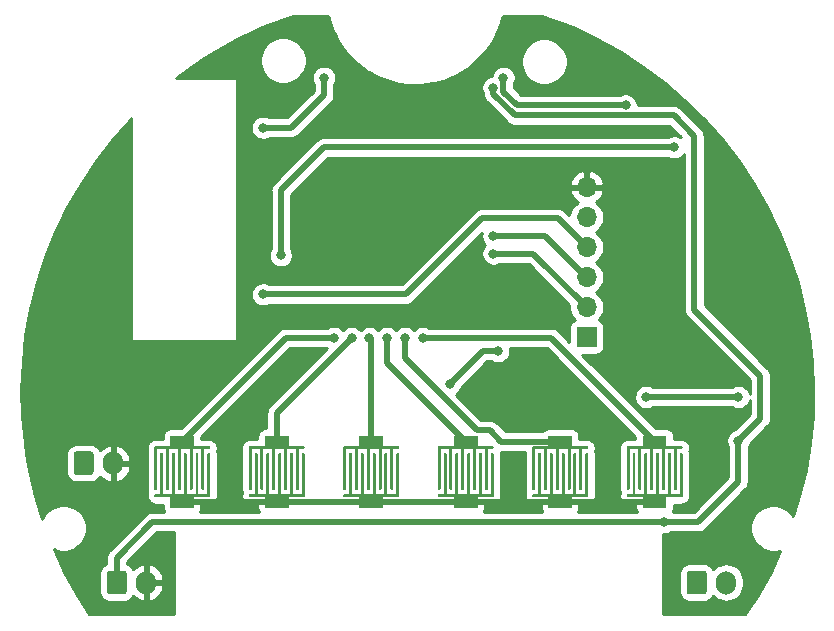
<source format=gbr>
%TF.GenerationSoftware,KiCad,Pcbnew,(5.1.9-0-10_14)*%
%TF.CreationDate,2021-03-21T21:38:47+11:00*%
%TF.ProjectId,Control Board,436f6e74-726f-46c2-9042-6f6172642e6b,rev?*%
%TF.SameCoordinates,Original*%
%TF.FileFunction,Copper,L2,Bot*%
%TF.FilePolarity,Positive*%
%FSLAX46Y46*%
G04 Gerber Fmt 4.6, Leading zero omitted, Abs format (unit mm)*
G04 Created by KiCad (PCBNEW (5.1.9-0-10_14)) date 2021-03-21 21:38:47*
%MOMM*%
%LPD*%
G01*
G04 APERTURE LIST*
%TA.AperFunction,ComponentPad*%
%ADD10O,1.700000X1.700000*%
%TD*%
%TA.AperFunction,ComponentPad*%
%ADD11R,1.700000X1.700000*%
%TD*%
%TA.AperFunction,SMDPad,CuDef*%
%ADD12C,0.100000*%
%TD*%
%TA.AperFunction,ComponentPad*%
%ADD13O,1.700000X2.000000*%
%TD*%
%TA.AperFunction,ViaPad*%
%ADD14C,0.800000*%
%TD*%
%TA.AperFunction,Conductor*%
%ADD15C,0.500000*%
%TD*%
%TA.AperFunction,Conductor*%
%ADD16C,0.250000*%
%TD*%
%TA.AperFunction,Conductor*%
%ADD17C,0.100000*%
%TD*%
G04 APERTURE END LIST*
D10*
%TO.P,J1,6*%
%TO.N,GND*%
X123500000Y-113120000D03*
%TO.P,J1,5*%
%TO.N,Net-(J1-Pad5)*%
X123500000Y-115660000D03*
%TO.P,J1,4*%
%TO.N,+3V3*%
X123500000Y-118200000D03*
%TO.P,J1,3*%
%TO.N,TX*%
X123500000Y-120740000D03*
%TO.P,J1,2*%
%TO.N,RX*%
X123500000Y-123280000D03*
D11*
%TO.P,J1,1*%
%TO.N,Net-(J1-Pad1)*%
X123500000Y-125820000D03*
%TD*%
%TA.AperFunction,SMDPad,CuDef*%
D12*
%TO.P,SW6,2*%
%TO.N,Net-(R10-Pad2)*%
G36*
X86986934Y-138794315D02*
G01*
X86974865Y-138792447D01*
X86963036Y-138789410D01*
X86951561Y-138785233D01*
X86940547Y-138779956D01*
X86930101Y-138773630D01*
X86920322Y-138766314D01*
X86911304Y-138758079D01*
X86903132Y-138749004D01*
X86895885Y-138739174D01*
X86889632Y-138728684D01*
X86884432Y-138717634D01*
X86880335Y-138706129D01*
X86877381Y-138694279D01*
X86875597Y-138682198D01*
X86875000Y-138670000D01*
X86875000Y-135170000D01*
X86875006Y-135169189D01*
X86875003Y-135169127D01*
X86875006Y-135169066D01*
X86875012Y-135168255D01*
X86875370Y-135162566D01*
X86875685Y-135156934D01*
X86875751Y-135156505D01*
X86875779Y-135156066D01*
X86876683Y-135150486D01*
X86877553Y-135144865D01*
X86877663Y-135144436D01*
X86877732Y-135144011D01*
X86879165Y-135138588D01*
X86880590Y-135133036D01*
X86880740Y-135132623D01*
X86880851Y-135132204D01*
X86882827Y-135126892D01*
X86884767Y-135121561D01*
X86884955Y-135121169D01*
X86885108Y-135120757D01*
X86887594Y-135115660D01*
X86890044Y-135110547D01*
X86890272Y-135110170D01*
X86890462Y-135109781D01*
X86893408Y-135104991D01*
X86896370Y-135100101D01*
X86896634Y-135099749D01*
X86896861Y-135099379D01*
X86900288Y-135094864D01*
X86903686Y-135090322D01*
X86903979Y-135090001D01*
X86904244Y-135089652D01*
X86908126Y-135085460D01*
X86911921Y-135081304D01*
X86912242Y-135081015D01*
X86912542Y-135080691D01*
X86916769Y-135076939D01*
X86920996Y-135073132D01*
X86921353Y-135072869D01*
X86921675Y-135072583D01*
X86926237Y-135069268D01*
X86930826Y-135065885D01*
X86931199Y-135065663D01*
X86931555Y-135065404D01*
X86936466Y-135062523D01*
X86941316Y-135059632D01*
X86941711Y-135059446D01*
X86942088Y-135059225D01*
X86947246Y-135056842D01*
X86952366Y-135054432D01*
X86952775Y-135054286D01*
X86953174Y-135054102D01*
X86958532Y-135052236D01*
X86963871Y-135050335D01*
X86964297Y-135050229D01*
X86964707Y-135050086D01*
X86970247Y-135048746D01*
X86975721Y-135047381D01*
X86976146Y-135047318D01*
X86976577Y-135047214D01*
X86982291Y-135046411D01*
X86987802Y-135045597D01*
X86988229Y-135045576D01*
X86988671Y-135045514D01*
X86994400Y-135045274D01*
X87000000Y-135045000D01*
X88250000Y-135045000D01*
X88250000Y-134170000D01*
X90250000Y-134170000D01*
X90250000Y-135045000D01*
X91500000Y-135045000D01*
X91501745Y-135045012D01*
X91513934Y-135045779D01*
X91525989Y-135047732D01*
X91537796Y-135050851D01*
X91549243Y-135055108D01*
X91560219Y-135060462D01*
X91570621Y-135066861D01*
X91580348Y-135074244D01*
X91589309Y-135082542D01*
X91597417Y-135091675D01*
X91604596Y-135101555D01*
X91610775Y-135112088D01*
X91615898Y-135123174D01*
X91619914Y-135134707D01*
X91622786Y-135146577D01*
X91624486Y-135158671D01*
X91624997Y-135170873D01*
X91624315Y-135183066D01*
X91622447Y-135195135D01*
X91619410Y-135206964D01*
X91615233Y-135218439D01*
X91609956Y-135229453D01*
X91603630Y-135239899D01*
X91596314Y-135249678D01*
X91588079Y-135258696D01*
X91579004Y-135266868D01*
X91569174Y-135274115D01*
X91558684Y-135280368D01*
X91547634Y-135285568D01*
X91536129Y-135289665D01*
X91524279Y-135292619D01*
X91512198Y-135294403D01*
X91500000Y-135295000D01*
X91125000Y-135295000D01*
X91125000Y-138670000D01*
X91124988Y-138671745D01*
X91124221Y-138683934D01*
X91122268Y-138695989D01*
X91119149Y-138707796D01*
X91114892Y-138719243D01*
X91109538Y-138730219D01*
X91103139Y-138740621D01*
X91095756Y-138750348D01*
X91087458Y-138759309D01*
X91078325Y-138767417D01*
X91068445Y-138774596D01*
X91057912Y-138780775D01*
X91046826Y-138785898D01*
X91035293Y-138789914D01*
X91023423Y-138792786D01*
X91011329Y-138794486D01*
X90999127Y-138794997D01*
X90986934Y-138794315D01*
X90974865Y-138792447D01*
X90963036Y-138789410D01*
X90951561Y-138785233D01*
X90940547Y-138779956D01*
X90930101Y-138773630D01*
X90920322Y-138766314D01*
X90911304Y-138758079D01*
X90903132Y-138749004D01*
X90895885Y-138739174D01*
X90889632Y-138728684D01*
X90884432Y-138717634D01*
X90880335Y-138706129D01*
X90877381Y-138694279D01*
X90875597Y-138682198D01*
X90875000Y-138670000D01*
X90875000Y-135295000D01*
X90125000Y-135295000D01*
X90125000Y-138670000D01*
X90124988Y-138671745D01*
X90124221Y-138683934D01*
X90122268Y-138695989D01*
X90119149Y-138707796D01*
X90114892Y-138719243D01*
X90109538Y-138730219D01*
X90103139Y-138740621D01*
X90095756Y-138750348D01*
X90087458Y-138759309D01*
X90078325Y-138767417D01*
X90068445Y-138774596D01*
X90057912Y-138780775D01*
X90046826Y-138785898D01*
X90035293Y-138789914D01*
X90023423Y-138792786D01*
X90011329Y-138794486D01*
X89999127Y-138794997D01*
X89986934Y-138794315D01*
X89974865Y-138792447D01*
X89963036Y-138789410D01*
X89951561Y-138785233D01*
X89940547Y-138779956D01*
X89930101Y-138773630D01*
X89920322Y-138766314D01*
X89911304Y-138758079D01*
X89903132Y-138749004D01*
X89895885Y-138739174D01*
X89889632Y-138728684D01*
X89884432Y-138717634D01*
X89880335Y-138706129D01*
X89877381Y-138694279D01*
X89875597Y-138682198D01*
X89875000Y-138670000D01*
X89875000Y-135295000D01*
X89125000Y-135295000D01*
X89125000Y-138670000D01*
X89124988Y-138671745D01*
X89124221Y-138683934D01*
X89122268Y-138695989D01*
X89119149Y-138707796D01*
X89114892Y-138719243D01*
X89109538Y-138730219D01*
X89103139Y-138740621D01*
X89095756Y-138750348D01*
X89087458Y-138759309D01*
X89078325Y-138767417D01*
X89068445Y-138774596D01*
X89057912Y-138780775D01*
X89046826Y-138785898D01*
X89035293Y-138789914D01*
X89023423Y-138792786D01*
X89011329Y-138794486D01*
X88999127Y-138794997D01*
X88986934Y-138794315D01*
X88974865Y-138792447D01*
X88963036Y-138789410D01*
X88951561Y-138785233D01*
X88940547Y-138779956D01*
X88930101Y-138773630D01*
X88920322Y-138766314D01*
X88911304Y-138758079D01*
X88903132Y-138749004D01*
X88895885Y-138739174D01*
X88889632Y-138728684D01*
X88884432Y-138717634D01*
X88880335Y-138706129D01*
X88877381Y-138694279D01*
X88875597Y-138682198D01*
X88875000Y-138670000D01*
X88875000Y-135295000D01*
X88125000Y-135295000D01*
X88125000Y-138670000D01*
X88124988Y-138671745D01*
X88124221Y-138683934D01*
X88122268Y-138695989D01*
X88119149Y-138707796D01*
X88114892Y-138719243D01*
X88109538Y-138730219D01*
X88103139Y-138740621D01*
X88095756Y-138750348D01*
X88087458Y-138759309D01*
X88078325Y-138767417D01*
X88068445Y-138774596D01*
X88057912Y-138780775D01*
X88046826Y-138785898D01*
X88035293Y-138789914D01*
X88023423Y-138792786D01*
X88011329Y-138794486D01*
X87999127Y-138794997D01*
X87986934Y-138794315D01*
X87974865Y-138792447D01*
X87963036Y-138789410D01*
X87951561Y-138785233D01*
X87940547Y-138779956D01*
X87930101Y-138773630D01*
X87920322Y-138766314D01*
X87911304Y-138758079D01*
X87903132Y-138749004D01*
X87895885Y-138739174D01*
X87889632Y-138728684D01*
X87884432Y-138717634D01*
X87880335Y-138706129D01*
X87877381Y-138694279D01*
X87875597Y-138682198D01*
X87875000Y-138670000D01*
X87875000Y-135295000D01*
X87125000Y-135295000D01*
X87125000Y-138670000D01*
X87124988Y-138671745D01*
X87124221Y-138683934D01*
X87122268Y-138695989D01*
X87119149Y-138707796D01*
X87114892Y-138719243D01*
X87109538Y-138730219D01*
X87103139Y-138740621D01*
X87095756Y-138750348D01*
X87087458Y-138759309D01*
X87078325Y-138767417D01*
X87068445Y-138774596D01*
X87057912Y-138780775D01*
X87046826Y-138785898D01*
X87035293Y-138789914D01*
X87023423Y-138792786D01*
X87011329Y-138794486D01*
X86999127Y-138794997D01*
X86986934Y-138794315D01*
G37*
%TD.AperFunction*%
%TA.AperFunction,SMDPad,CuDef*%
%TO.P,SW6,1*%
%TO.N,GND*%
G36*
X91513066Y-135625685D02*
G01*
X91525135Y-135627553D01*
X91536964Y-135630590D01*
X91548439Y-135634767D01*
X91559453Y-135640044D01*
X91569899Y-135646370D01*
X91579678Y-135653686D01*
X91588696Y-135661921D01*
X91596868Y-135670996D01*
X91604115Y-135680826D01*
X91610368Y-135691316D01*
X91615568Y-135702366D01*
X91619665Y-135713871D01*
X91622619Y-135725721D01*
X91624403Y-135737802D01*
X91625000Y-135750000D01*
X91625000Y-139250000D01*
X91624994Y-139250811D01*
X91624997Y-139250873D01*
X91624994Y-139250934D01*
X91624988Y-139251745D01*
X91624630Y-139257434D01*
X91624315Y-139263066D01*
X91624249Y-139263495D01*
X91624221Y-139263934D01*
X91623317Y-139269514D01*
X91622447Y-139275135D01*
X91622337Y-139275564D01*
X91622268Y-139275989D01*
X91620835Y-139281412D01*
X91619410Y-139286964D01*
X91619260Y-139287377D01*
X91619149Y-139287796D01*
X91617173Y-139293108D01*
X91615233Y-139298439D01*
X91615045Y-139298831D01*
X91614892Y-139299243D01*
X91612406Y-139304340D01*
X91609956Y-139309453D01*
X91609728Y-139309830D01*
X91609538Y-139310219D01*
X91606592Y-139315009D01*
X91603630Y-139319899D01*
X91603366Y-139320251D01*
X91603139Y-139320621D01*
X91599712Y-139325136D01*
X91596314Y-139329678D01*
X91596021Y-139329999D01*
X91595756Y-139330348D01*
X91591874Y-139334540D01*
X91588079Y-139338696D01*
X91587758Y-139338985D01*
X91587458Y-139339309D01*
X91583231Y-139343061D01*
X91579004Y-139346868D01*
X91578647Y-139347131D01*
X91578325Y-139347417D01*
X91573763Y-139350732D01*
X91569174Y-139354115D01*
X91568801Y-139354337D01*
X91568445Y-139354596D01*
X91563534Y-139357477D01*
X91558684Y-139360368D01*
X91558289Y-139360554D01*
X91557912Y-139360775D01*
X91552754Y-139363158D01*
X91547634Y-139365568D01*
X91547225Y-139365714D01*
X91546826Y-139365898D01*
X91541468Y-139367764D01*
X91536129Y-139369665D01*
X91535703Y-139369771D01*
X91535293Y-139369914D01*
X91529753Y-139371254D01*
X91524279Y-139372619D01*
X91523854Y-139372682D01*
X91523423Y-139372786D01*
X91517709Y-139373589D01*
X91512198Y-139374403D01*
X91511771Y-139374424D01*
X91511329Y-139374486D01*
X91505600Y-139374726D01*
X91500000Y-139375000D01*
X90250000Y-139375000D01*
X90250000Y-140250000D01*
X88250000Y-140250000D01*
X88250000Y-139375000D01*
X87000000Y-139375000D01*
X86998255Y-139374988D01*
X86986066Y-139374221D01*
X86974011Y-139372268D01*
X86962204Y-139369149D01*
X86950757Y-139364892D01*
X86939781Y-139359538D01*
X86929379Y-139353139D01*
X86919652Y-139345756D01*
X86910691Y-139337458D01*
X86902583Y-139328325D01*
X86895404Y-139318445D01*
X86889225Y-139307912D01*
X86884102Y-139296826D01*
X86880086Y-139285293D01*
X86877214Y-139273423D01*
X86875514Y-139261329D01*
X86875003Y-139249127D01*
X86875685Y-139236934D01*
X86877553Y-139224865D01*
X86880590Y-139213036D01*
X86884767Y-139201561D01*
X86890044Y-139190547D01*
X86896370Y-139180101D01*
X86903686Y-139170322D01*
X86911921Y-139161304D01*
X86920996Y-139153132D01*
X86930826Y-139145885D01*
X86941316Y-139139632D01*
X86952366Y-139134432D01*
X86963871Y-139130335D01*
X86975721Y-139127381D01*
X86987802Y-139125597D01*
X87000000Y-139125000D01*
X87375000Y-139125000D01*
X87375000Y-135750000D01*
X87375012Y-135748255D01*
X87375779Y-135736066D01*
X87377732Y-135724011D01*
X87380851Y-135712204D01*
X87385108Y-135700757D01*
X87390462Y-135689781D01*
X87396861Y-135679379D01*
X87404244Y-135669652D01*
X87412542Y-135660691D01*
X87421675Y-135652583D01*
X87431555Y-135645404D01*
X87442088Y-135639225D01*
X87453174Y-135634102D01*
X87464707Y-135630086D01*
X87476577Y-135627214D01*
X87488671Y-135625514D01*
X87500873Y-135625003D01*
X87513066Y-135625685D01*
X87525135Y-135627553D01*
X87536964Y-135630590D01*
X87548439Y-135634767D01*
X87559453Y-135640044D01*
X87569899Y-135646370D01*
X87579678Y-135653686D01*
X87588696Y-135661921D01*
X87596868Y-135670996D01*
X87604115Y-135680826D01*
X87610368Y-135691316D01*
X87615568Y-135702366D01*
X87619665Y-135713871D01*
X87622619Y-135725721D01*
X87624403Y-135737802D01*
X87625000Y-135750000D01*
X87625000Y-139125000D01*
X88375000Y-139125000D01*
X88375000Y-135750000D01*
X88375012Y-135748255D01*
X88375779Y-135736066D01*
X88377732Y-135724011D01*
X88380851Y-135712204D01*
X88385108Y-135700757D01*
X88390462Y-135689781D01*
X88396861Y-135679379D01*
X88404244Y-135669652D01*
X88412542Y-135660691D01*
X88421675Y-135652583D01*
X88431555Y-135645404D01*
X88442088Y-135639225D01*
X88453174Y-135634102D01*
X88464707Y-135630086D01*
X88476577Y-135627214D01*
X88488671Y-135625514D01*
X88500873Y-135625003D01*
X88513066Y-135625685D01*
X88525135Y-135627553D01*
X88536964Y-135630590D01*
X88548439Y-135634767D01*
X88559453Y-135640044D01*
X88569899Y-135646370D01*
X88579678Y-135653686D01*
X88588696Y-135661921D01*
X88596868Y-135670996D01*
X88604115Y-135680826D01*
X88610368Y-135691316D01*
X88615568Y-135702366D01*
X88619665Y-135713871D01*
X88622619Y-135725721D01*
X88624403Y-135737802D01*
X88625000Y-135750000D01*
X88625000Y-139125000D01*
X89375000Y-139125000D01*
X89375000Y-135750000D01*
X89375012Y-135748255D01*
X89375779Y-135736066D01*
X89377732Y-135724011D01*
X89380851Y-135712204D01*
X89385108Y-135700757D01*
X89390462Y-135689781D01*
X89396861Y-135679379D01*
X89404244Y-135669652D01*
X89412542Y-135660691D01*
X89421675Y-135652583D01*
X89431555Y-135645404D01*
X89442088Y-135639225D01*
X89453174Y-135634102D01*
X89464707Y-135630086D01*
X89476577Y-135627214D01*
X89488671Y-135625514D01*
X89500873Y-135625003D01*
X89513066Y-135625685D01*
X89525135Y-135627553D01*
X89536964Y-135630590D01*
X89548439Y-135634767D01*
X89559453Y-135640044D01*
X89569899Y-135646370D01*
X89579678Y-135653686D01*
X89588696Y-135661921D01*
X89596868Y-135670996D01*
X89604115Y-135680826D01*
X89610368Y-135691316D01*
X89615568Y-135702366D01*
X89619665Y-135713871D01*
X89622619Y-135725721D01*
X89624403Y-135737802D01*
X89625000Y-135750000D01*
X89625000Y-139125000D01*
X90375000Y-139125000D01*
X90375000Y-135750000D01*
X90375012Y-135748255D01*
X90375779Y-135736066D01*
X90377732Y-135724011D01*
X90380851Y-135712204D01*
X90385108Y-135700757D01*
X90390462Y-135689781D01*
X90396861Y-135679379D01*
X90404244Y-135669652D01*
X90412542Y-135660691D01*
X90421675Y-135652583D01*
X90431555Y-135645404D01*
X90442088Y-135639225D01*
X90453174Y-135634102D01*
X90464707Y-135630086D01*
X90476577Y-135627214D01*
X90488671Y-135625514D01*
X90500873Y-135625003D01*
X90513066Y-135625685D01*
X90525135Y-135627553D01*
X90536964Y-135630590D01*
X90548439Y-135634767D01*
X90559453Y-135640044D01*
X90569899Y-135646370D01*
X90579678Y-135653686D01*
X90588696Y-135661921D01*
X90596868Y-135670996D01*
X90604115Y-135680826D01*
X90610368Y-135691316D01*
X90615568Y-135702366D01*
X90619665Y-135713871D01*
X90622619Y-135725721D01*
X90624403Y-135737802D01*
X90625000Y-135750000D01*
X90625000Y-139125000D01*
X91375000Y-139125000D01*
X91375000Y-135750000D01*
X91375012Y-135748255D01*
X91375779Y-135736066D01*
X91377732Y-135724011D01*
X91380851Y-135712204D01*
X91385108Y-135700757D01*
X91390462Y-135689781D01*
X91396861Y-135679379D01*
X91404244Y-135669652D01*
X91412542Y-135660691D01*
X91421675Y-135652583D01*
X91431555Y-135645404D01*
X91442088Y-135639225D01*
X91453174Y-135634102D01*
X91464707Y-135630086D01*
X91476577Y-135627214D01*
X91488671Y-135625514D01*
X91500873Y-135625003D01*
X91513066Y-135625685D01*
G37*
%TD.AperFunction*%
%TD*%
%TO.P,M1,1*%
%TO.N,M+*%
%TA.AperFunction,ComponentPad*%
G36*
G01*
X131950000Y-147350000D02*
X131950000Y-145850000D01*
G75*
G02*
X132200000Y-145600000I250000J0D01*
G01*
X133400000Y-145600000D01*
G75*
G02*
X133650000Y-145850000I0J-250000D01*
G01*
X133650000Y-147350000D01*
G75*
G02*
X133400000Y-147600000I-250000J0D01*
G01*
X132200000Y-147600000D01*
G75*
G02*
X131950000Y-147350000I0J250000D01*
G01*
G37*
%TD.AperFunction*%
D13*
%TO.P,M1,2*%
%TO.N,M-*%
X135300000Y-146600000D03*
%TD*%
%TO.P,BT1,1*%
%TO.N,+BATT*%
%TA.AperFunction,ComponentPad*%
G36*
G01*
X82850000Y-147350000D02*
X82850000Y-145850000D01*
G75*
G02*
X83100000Y-145600000I250000J0D01*
G01*
X84300000Y-145600000D01*
G75*
G02*
X84550000Y-145850000I0J-250000D01*
G01*
X84550000Y-147350000D01*
G75*
G02*
X84300000Y-147600000I-250000J0D01*
G01*
X83100000Y-147600000D01*
G75*
G02*
X82850000Y-147350000I0J250000D01*
G01*
G37*
%TD.AperFunction*%
%TO.P,BT1,2*%
%TO.N,GND*%
X86200000Y-146600000D03*
%TD*%
%TO.P,J2,1*%
%TO.N,Net-(C3-Pad1)*%
%TA.AperFunction,ComponentPad*%
G36*
G01*
X80050000Y-137250000D02*
X80050000Y-135750000D01*
G75*
G02*
X80300000Y-135500000I250000J0D01*
G01*
X81500000Y-135500000D01*
G75*
G02*
X81750000Y-135750000I0J-250000D01*
G01*
X81750000Y-137250000D01*
G75*
G02*
X81500000Y-137500000I-250000J0D01*
G01*
X80300000Y-137500000D01*
G75*
G02*
X80050000Y-137250000I0J250000D01*
G01*
G37*
%TD.AperFunction*%
%TO.P,J2,2*%
%TO.N,GND*%
X83400000Y-136500000D03*
%TD*%
%TA.AperFunction,SMDPad,CuDef*%
D12*
%TO.P,SW1,1*%
%TO.N,GND*%
G36*
X131513066Y-135625685D02*
G01*
X131525135Y-135627553D01*
X131536964Y-135630590D01*
X131548439Y-135634767D01*
X131559453Y-135640044D01*
X131569899Y-135646370D01*
X131579678Y-135653686D01*
X131588696Y-135661921D01*
X131596868Y-135670996D01*
X131604115Y-135680826D01*
X131610368Y-135691316D01*
X131615568Y-135702366D01*
X131619665Y-135713871D01*
X131622619Y-135725721D01*
X131624403Y-135737802D01*
X131625000Y-135750000D01*
X131625000Y-139250000D01*
X131624994Y-139250811D01*
X131624997Y-139250873D01*
X131624994Y-139250934D01*
X131624988Y-139251745D01*
X131624630Y-139257434D01*
X131624315Y-139263066D01*
X131624249Y-139263495D01*
X131624221Y-139263934D01*
X131623317Y-139269514D01*
X131622447Y-139275135D01*
X131622337Y-139275564D01*
X131622268Y-139275989D01*
X131620835Y-139281412D01*
X131619410Y-139286964D01*
X131619260Y-139287377D01*
X131619149Y-139287796D01*
X131617173Y-139293108D01*
X131615233Y-139298439D01*
X131615045Y-139298831D01*
X131614892Y-139299243D01*
X131612406Y-139304340D01*
X131609956Y-139309453D01*
X131609728Y-139309830D01*
X131609538Y-139310219D01*
X131606592Y-139315009D01*
X131603630Y-139319899D01*
X131603366Y-139320251D01*
X131603139Y-139320621D01*
X131599712Y-139325136D01*
X131596314Y-139329678D01*
X131596021Y-139329999D01*
X131595756Y-139330348D01*
X131591874Y-139334540D01*
X131588079Y-139338696D01*
X131587758Y-139338985D01*
X131587458Y-139339309D01*
X131583231Y-139343061D01*
X131579004Y-139346868D01*
X131578647Y-139347131D01*
X131578325Y-139347417D01*
X131573763Y-139350732D01*
X131569174Y-139354115D01*
X131568801Y-139354337D01*
X131568445Y-139354596D01*
X131563534Y-139357477D01*
X131558684Y-139360368D01*
X131558289Y-139360554D01*
X131557912Y-139360775D01*
X131552754Y-139363158D01*
X131547634Y-139365568D01*
X131547225Y-139365714D01*
X131546826Y-139365898D01*
X131541468Y-139367764D01*
X131536129Y-139369665D01*
X131535703Y-139369771D01*
X131535293Y-139369914D01*
X131529753Y-139371254D01*
X131524279Y-139372619D01*
X131523854Y-139372682D01*
X131523423Y-139372786D01*
X131517709Y-139373589D01*
X131512198Y-139374403D01*
X131511771Y-139374424D01*
X131511329Y-139374486D01*
X131505600Y-139374726D01*
X131500000Y-139375000D01*
X130250000Y-139375000D01*
X130250000Y-140250000D01*
X128250000Y-140250000D01*
X128250000Y-139375000D01*
X127000000Y-139375000D01*
X126998255Y-139374988D01*
X126986066Y-139374221D01*
X126974011Y-139372268D01*
X126962204Y-139369149D01*
X126950757Y-139364892D01*
X126939781Y-139359538D01*
X126929379Y-139353139D01*
X126919652Y-139345756D01*
X126910691Y-139337458D01*
X126902583Y-139328325D01*
X126895404Y-139318445D01*
X126889225Y-139307912D01*
X126884102Y-139296826D01*
X126880086Y-139285293D01*
X126877214Y-139273423D01*
X126875514Y-139261329D01*
X126875003Y-139249127D01*
X126875685Y-139236934D01*
X126877553Y-139224865D01*
X126880590Y-139213036D01*
X126884767Y-139201561D01*
X126890044Y-139190547D01*
X126896370Y-139180101D01*
X126903686Y-139170322D01*
X126911921Y-139161304D01*
X126920996Y-139153132D01*
X126930826Y-139145885D01*
X126941316Y-139139632D01*
X126952366Y-139134432D01*
X126963871Y-139130335D01*
X126975721Y-139127381D01*
X126987802Y-139125597D01*
X127000000Y-139125000D01*
X127375000Y-139125000D01*
X127375000Y-135750000D01*
X127375012Y-135748255D01*
X127375779Y-135736066D01*
X127377732Y-135724011D01*
X127380851Y-135712204D01*
X127385108Y-135700757D01*
X127390462Y-135689781D01*
X127396861Y-135679379D01*
X127404244Y-135669652D01*
X127412542Y-135660691D01*
X127421675Y-135652583D01*
X127431555Y-135645404D01*
X127442088Y-135639225D01*
X127453174Y-135634102D01*
X127464707Y-135630086D01*
X127476577Y-135627214D01*
X127488671Y-135625514D01*
X127500873Y-135625003D01*
X127513066Y-135625685D01*
X127525135Y-135627553D01*
X127536964Y-135630590D01*
X127548439Y-135634767D01*
X127559453Y-135640044D01*
X127569899Y-135646370D01*
X127579678Y-135653686D01*
X127588696Y-135661921D01*
X127596868Y-135670996D01*
X127604115Y-135680826D01*
X127610368Y-135691316D01*
X127615568Y-135702366D01*
X127619665Y-135713871D01*
X127622619Y-135725721D01*
X127624403Y-135737802D01*
X127625000Y-135750000D01*
X127625000Y-139125000D01*
X128375000Y-139125000D01*
X128375000Y-135750000D01*
X128375012Y-135748255D01*
X128375779Y-135736066D01*
X128377732Y-135724011D01*
X128380851Y-135712204D01*
X128385108Y-135700757D01*
X128390462Y-135689781D01*
X128396861Y-135679379D01*
X128404244Y-135669652D01*
X128412542Y-135660691D01*
X128421675Y-135652583D01*
X128431555Y-135645404D01*
X128442088Y-135639225D01*
X128453174Y-135634102D01*
X128464707Y-135630086D01*
X128476577Y-135627214D01*
X128488671Y-135625514D01*
X128500873Y-135625003D01*
X128513066Y-135625685D01*
X128525135Y-135627553D01*
X128536964Y-135630590D01*
X128548439Y-135634767D01*
X128559453Y-135640044D01*
X128569899Y-135646370D01*
X128579678Y-135653686D01*
X128588696Y-135661921D01*
X128596868Y-135670996D01*
X128604115Y-135680826D01*
X128610368Y-135691316D01*
X128615568Y-135702366D01*
X128619665Y-135713871D01*
X128622619Y-135725721D01*
X128624403Y-135737802D01*
X128625000Y-135750000D01*
X128625000Y-139125000D01*
X129375000Y-139125000D01*
X129375000Y-135750000D01*
X129375012Y-135748255D01*
X129375779Y-135736066D01*
X129377732Y-135724011D01*
X129380851Y-135712204D01*
X129385108Y-135700757D01*
X129390462Y-135689781D01*
X129396861Y-135679379D01*
X129404244Y-135669652D01*
X129412542Y-135660691D01*
X129421675Y-135652583D01*
X129431555Y-135645404D01*
X129442088Y-135639225D01*
X129453174Y-135634102D01*
X129464707Y-135630086D01*
X129476577Y-135627214D01*
X129488671Y-135625514D01*
X129500873Y-135625003D01*
X129513066Y-135625685D01*
X129525135Y-135627553D01*
X129536964Y-135630590D01*
X129548439Y-135634767D01*
X129559453Y-135640044D01*
X129569899Y-135646370D01*
X129579678Y-135653686D01*
X129588696Y-135661921D01*
X129596868Y-135670996D01*
X129604115Y-135680826D01*
X129610368Y-135691316D01*
X129615568Y-135702366D01*
X129619665Y-135713871D01*
X129622619Y-135725721D01*
X129624403Y-135737802D01*
X129625000Y-135750000D01*
X129625000Y-139125000D01*
X130375000Y-139125000D01*
X130375000Y-135750000D01*
X130375012Y-135748255D01*
X130375779Y-135736066D01*
X130377732Y-135724011D01*
X130380851Y-135712204D01*
X130385108Y-135700757D01*
X130390462Y-135689781D01*
X130396861Y-135679379D01*
X130404244Y-135669652D01*
X130412542Y-135660691D01*
X130421675Y-135652583D01*
X130431555Y-135645404D01*
X130442088Y-135639225D01*
X130453174Y-135634102D01*
X130464707Y-135630086D01*
X130476577Y-135627214D01*
X130488671Y-135625514D01*
X130500873Y-135625003D01*
X130513066Y-135625685D01*
X130525135Y-135627553D01*
X130536964Y-135630590D01*
X130548439Y-135634767D01*
X130559453Y-135640044D01*
X130569899Y-135646370D01*
X130579678Y-135653686D01*
X130588696Y-135661921D01*
X130596868Y-135670996D01*
X130604115Y-135680826D01*
X130610368Y-135691316D01*
X130615568Y-135702366D01*
X130619665Y-135713871D01*
X130622619Y-135725721D01*
X130624403Y-135737802D01*
X130625000Y-135750000D01*
X130625000Y-139125000D01*
X131375000Y-139125000D01*
X131375000Y-135750000D01*
X131375012Y-135748255D01*
X131375779Y-135736066D01*
X131377732Y-135724011D01*
X131380851Y-135712204D01*
X131385108Y-135700757D01*
X131390462Y-135689781D01*
X131396861Y-135679379D01*
X131404244Y-135669652D01*
X131412542Y-135660691D01*
X131421675Y-135652583D01*
X131431555Y-135645404D01*
X131442088Y-135639225D01*
X131453174Y-135634102D01*
X131464707Y-135630086D01*
X131476577Y-135627214D01*
X131488671Y-135625514D01*
X131500873Y-135625003D01*
X131513066Y-135625685D01*
G37*
%TD.AperFunction*%
%TA.AperFunction,SMDPad,CuDef*%
%TO.P,SW1,2*%
%TO.N,Net-(R15-Pad2)*%
G36*
X126986934Y-138794315D02*
G01*
X126974865Y-138792447D01*
X126963036Y-138789410D01*
X126951561Y-138785233D01*
X126940547Y-138779956D01*
X126930101Y-138773630D01*
X126920322Y-138766314D01*
X126911304Y-138758079D01*
X126903132Y-138749004D01*
X126895885Y-138739174D01*
X126889632Y-138728684D01*
X126884432Y-138717634D01*
X126880335Y-138706129D01*
X126877381Y-138694279D01*
X126875597Y-138682198D01*
X126875000Y-138670000D01*
X126875000Y-135170000D01*
X126875006Y-135169189D01*
X126875003Y-135169127D01*
X126875006Y-135169066D01*
X126875012Y-135168255D01*
X126875370Y-135162566D01*
X126875685Y-135156934D01*
X126875751Y-135156505D01*
X126875779Y-135156066D01*
X126876683Y-135150486D01*
X126877553Y-135144865D01*
X126877663Y-135144436D01*
X126877732Y-135144011D01*
X126879165Y-135138588D01*
X126880590Y-135133036D01*
X126880740Y-135132623D01*
X126880851Y-135132204D01*
X126882827Y-135126892D01*
X126884767Y-135121561D01*
X126884955Y-135121169D01*
X126885108Y-135120757D01*
X126887594Y-135115660D01*
X126890044Y-135110547D01*
X126890272Y-135110170D01*
X126890462Y-135109781D01*
X126893408Y-135104991D01*
X126896370Y-135100101D01*
X126896634Y-135099749D01*
X126896861Y-135099379D01*
X126900288Y-135094864D01*
X126903686Y-135090322D01*
X126903979Y-135090001D01*
X126904244Y-135089652D01*
X126908126Y-135085460D01*
X126911921Y-135081304D01*
X126912242Y-135081015D01*
X126912542Y-135080691D01*
X126916769Y-135076939D01*
X126920996Y-135073132D01*
X126921353Y-135072869D01*
X126921675Y-135072583D01*
X126926237Y-135069268D01*
X126930826Y-135065885D01*
X126931199Y-135065663D01*
X126931555Y-135065404D01*
X126936466Y-135062523D01*
X126941316Y-135059632D01*
X126941711Y-135059446D01*
X126942088Y-135059225D01*
X126947246Y-135056842D01*
X126952366Y-135054432D01*
X126952775Y-135054286D01*
X126953174Y-135054102D01*
X126958532Y-135052236D01*
X126963871Y-135050335D01*
X126964297Y-135050229D01*
X126964707Y-135050086D01*
X126970247Y-135048746D01*
X126975721Y-135047381D01*
X126976146Y-135047318D01*
X126976577Y-135047214D01*
X126982291Y-135046411D01*
X126987802Y-135045597D01*
X126988229Y-135045576D01*
X126988671Y-135045514D01*
X126994400Y-135045274D01*
X127000000Y-135045000D01*
X128250000Y-135045000D01*
X128250000Y-134170000D01*
X130250000Y-134170000D01*
X130250000Y-135045000D01*
X131500000Y-135045000D01*
X131501745Y-135045012D01*
X131513934Y-135045779D01*
X131525989Y-135047732D01*
X131537796Y-135050851D01*
X131549243Y-135055108D01*
X131560219Y-135060462D01*
X131570621Y-135066861D01*
X131580348Y-135074244D01*
X131589309Y-135082542D01*
X131597417Y-135091675D01*
X131604596Y-135101555D01*
X131610775Y-135112088D01*
X131615898Y-135123174D01*
X131619914Y-135134707D01*
X131622786Y-135146577D01*
X131624486Y-135158671D01*
X131624997Y-135170873D01*
X131624315Y-135183066D01*
X131622447Y-135195135D01*
X131619410Y-135206964D01*
X131615233Y-135218439D01*
X131609956Y-135229453D01*
X131603630Y-135239899D01*
X131596314Y-135249678D01*
X131588079Y-135258696D01*
X131579004Y-135266868D01*
X131569174Y-135274115D01*
X131558684Y-135280368D01*
X131547634Y-135285568D01*
X131536129Y-135289665D01*
X131524279Y-135292619D01*
X131512198Y-135294403D01*
X131500000Y-135295000D01*
X131125000Y-135295000D01*
X131125000Y-138670000D01*
X131124988Y-138671745D01*
X131124221Y-138683934D01*
X131122268Y-138695989D01*
X131119149Y-138707796D01*
X131114892Y-138719243D01*
X131109538Y-138730219D01*
X131103139Y-138740621D01*
X131095756Y-138750348D01*
X131087458Y-138759309D01*
X131078325Y-138767417D01*
X131068445Y-138774596D01*
X131057912Y-138780775D01*
X131046826Y-138785898D01*
X131035293Y-138789914D01*
X131023423Y-138792786D01*
X131011329Y-138794486D01*
X130999127Y-138794997D01*
X130986934Y-138794315D01*
X130974865Y-138792447D01*
X130963036Y-138789410D01*
X130951561Y-138785233D01*
X130940547Y-138779956D01*
X130930101Y-138773630D01*
X130920322Y-138766314D01*
X130911304Y-138758079D01*
X130903132Y-138749004D01*
X130895885Y-138739174D01*
X130889632Y-138728684D01*
X130884432Y-138717634D01*
X130880335Y-138706129D01*
X130877381Y-138694279D01*
X130875597Y-138682198D01*
X130875000Y-138670000D01*
X130875000Y-135295000D01*
X130125000Y-135295000D01*
X130125000Y-138670000D01*
X130124988Y-138671745D01*
X130124221Y-138683934D01*
X130122268Y-138695989D01*
X130119149Y-138707796D01*
X130114892Y-138719243D01*
X130109538Y-138730219D01*
X130103139Y-138740621D01*
X130095756Y-138750348D01*
X130087458Y-138759309D01*
X130078325Y-138767417D01*
X130068445Y-138774596D01*
X130057912Y-138780775D01*
X130046826Y-138785898D01*
X130035293Y-138789914D01*
X130023423Y-138792786D01*
X130011329Y-138794486D01*
X129999127Y-138794997D01*
X129986934Y-138794315D01*
X129974865Y-138792447D01*
X129963036Y-138789410D01*
X129951561Y-138785233D01*
X129940547Y-138779956D01*
X129930101Y-138773630D01*
X129920322Y-138766314D01*
X129911304Y-138758079D01*
X129903132Y-138749004D01*
X129895885Y-138739174D01*
X129889632Y-138728684D01*
X129884432Y-138717634D01*
X129880335Y-138706129D01*
X129877381Y-138694279D01*
X129875597Y-138682198D01*
X129875000Y-138670000D01*
X129875000Y-135295000D01*
X129125000Y-135295000D01*
X129125000Y-138670000D01*
X129124988Y-138671745D01*
X129124221Y-138683934D01*
X129122268Y-138695989D01*
X129119149Y-138707796D01*
X129114892Y-138719243D01*
X129109538Y-138730219D01*
X129103139Y-138740621D01*
X129095756Y-138750348D01*
X129087458Y-138759309D01*
X129078325Y-138767417D01*
X129068445Y-138774596D01*
X129057912Y-138780775D01*
X129046826Y-138785898D01*
X129035293Y-138789914D01*
X129023423Y-138792786D01*
X129011329Y-138794486D01*
X128999127Y-138794997D01*
X128986934Y-138794315D01*
X128974865Y-138792447D01*
X128963036Y-138789410D01*
X128951561Y-138785233D01*
X128940547Y-138779956D01*
X128930101Y-138773630D01*
X128920322Y-138766314D01*
X128911304Y-138758079D01*
X128903132Y-138749004D01*
X128895885Y-138739174D01*
X128889632Y-138728684D01*
X128884432Y-138717634D01*
X128880335Y-138706129D01*
X128877381Y-138694279D01*
X128875597Y-138682198D01*
X128875000Y-138670000D01*
X128875000Y-135295000D01*
X128125000Y-135295000D01*
X128125000Y-138670000D01*
X128124988Y-138671745D01*
X128124221Y-138683934D01*
X128122268Y-138695989D01*
X128119149Y-138707796D01*
X128114892Y-138719243D01*
X128109538Y-138730219D01*
X128103139Y-138740621D01*
X128095756Y-138750348D01*
X128087458Y-138759309D01*
X128078325Y-138767417D01*
X128068445Y-138774596D01*
X128057912Y-138780775D01*
X128046826Y-138785898D01*
X128035293Y-138789914D01*
X128023423Y-138792786D01*
X128011329Y-138794486D01*
X127999127Y-138794997D01*
X127986934Y-138794315D01*
X127974865Y-138792447D01*
X127963036Y-138789410D01*
X127951561Y-138785233D01*
X127940547Y-138779956D01*
X127930101Y-138773630D01*
X127920322Y-138766314D01*
X127911304Y-138758079D01*
X127903132Y-138749004D01*
X127895885Y-138739174D01*
X127889632Y-138728684D01*
X127884432Y-138717634D01*
X127880335Y-138706129D01*
X127877381Y-138694279D01*
X127875597Y-138682198D01*
X127875000Y-138670000D01*
X127875000Y-135295000D01*
X127125000Y-135295000D01*
X127125000Y-138670000D01*
X127124988Y-138671745D01*
X127124221Y-138683934D01*
X127122268Y-138695989D01*
X127119149Y-138707796D01*
X127114892Y-138719243D01*
X127109538Y-138730219D01*
X127103139Y-138740621D01*
X127095756Y-138750348D01*
X127087458Y-138759309D01*
X127078325Y-138767417D01*
X127068445Y-138774596D01*
X127057912Y-138780775D01*
X127046826Y-138785898D01*
X127035293Y-138789914D01*
X127023423Y-138792786D01*
X127011329Y-138794486D01*
X126999127Y-138794997D01*
X126986934Y-138794315D01*
G37*
%TD.AperFunction*%
%TD*%
%TA.AperFunction,SMDPad,CuDef*%
%TO.P,SW2,1*%
%TO.N,GND*%
G36*
X123513066Y-135625685D02*
G01*
X123525135Y-135627553D01*
X123536964Y-135630590D01*
X123548439Y-135634767D01*
X123559453Y-135640044D01*
X123569899Y-135646370D01*
X123579678Y-135653686D01*
X123588696Y-135661921D01*
X123596868Y-135670996D01*
X123604115Y-135680826D01*
X123610368Y-135691316D01*
X123615568Y-135702366D01*
X123619665Y-135713871D01*
X123622619Y-135725721D01*
X123624403Y-135737802D01*
X123625000Y-135750000D01*
X123625000Y-139250000D01*
X123624994Y-139250811D01*
X123624997Y-139250873D01*
X123624994Y-139250934D01*
X123624988Y-139251745D01*
X123624630Y-139257434D01*
X123624315Y-139263066D01*
X123624249Y-139263495D01*
X123624221Y-139263934D01*
X123623317Y-139269514D01*
X123622447Y-139275135D01*
X123622337Y-139275564D01*
X123622268Y-139275989D01*
X123620835Y-139281412D01*
X123619410Y-139286964D01*
X123619260Y-139287377D01*
X123619149Y-139287796D01*
X123617173Y-139293108D01*
X123615233Y-139298439D01*
X123615045Y-139298831D01*
X123614892Y-139299243D01*
X123612406Y-139304340D01*
X123609956Y-139309453D01*
X123609728Y-139309830D01*
X123609538Y-139310219D01*
X123606592Y-139315009D01*
X123603630Y-139319899D01*
X123603366Y-139320251D01*
X123603139Y-139320621D01*
X123599712Y-139325136D01*
X123596314Y-139329678D01*
X123596021Y-139329999D01*
X123595756Y-139330348D01*
X123591874Y-139334540D01*
X123588079Y-139338696D01*
X123587758Y-139338985D01*
X123587458Y-139339309D01*
X123583231Y-139343061D01*
X123579004Y-139346868D01*
X123578647Y-139347131D01*
X123578325Y-139347417D01*
X123573763Y-139350732D01*
X123569174Y-139354115D01*
X123568801Y-139354337D01*
X123568445Y-139354596D01*
X123563534Y-139357477D01*
X123558684Y-139360368D01*
X123558289Y-139360554D01*
X123557912Y-139360775D01*
X123552754Y-139363158D01*
X123547634Y-139365568D01*
X123547225Y-139365714D01*
X123546826Y-139365898D01*
X123541468Y-139367764D01*
X123536129Y-139369665D01*
X123535703Y-139369771D01*
X123535293Y-139369914D01*
X123529753Y-139371254D01*
X123524279Y-139372619D01*
X123523854Y-139372682D01*
X123523423Y-139372786D01*
X123517709Y-139373589D01*
X123512198Y-139374403D01*
X123511771Y-139374424D01*
X123511329Y-139374486D01*
X123505600Y-139374726D01*
X123500000Y-139375000D01*
X122250000Y-139375000D01*
X122250000Y-140250000D01*
X120250000Y-140250000D01*
X120250000Y-139375000D01*
X119000000Y-139375000D01*
X118998255Y-139374988D01*
X118986066Y-139374221D01*
X118974011Y-139372268D01*
X118962204Y-139369149D01*
X118950757Y-139364892D01*
X118939781Y-139359538D01*
X118929379Y-139353139D01*
X118919652Y-139345756D01*
X118910691Y-139337458D01*
X118902583Y-139328325D01*
X118895404Y-139318445D01*
X118889225Y-139307912D01*
X118884102Y-139296826D01*
X118880086Y-139285293D01*
X118877214Y-139273423D01*
X118875514Y-139261329D01*
X118875003Y-139249127D01*
X118875685Y-139236934D01*
X118877553Y-139224865D01*
X118880590Y-139213036D01*
X118884767Y-139201561D01*
X118890044Y-139190547D01*
X118896370Y-139180101D01*
X118903686Y-139170322D01*
X118911921Y-139161304D01*
X118920996Y-139153132D01*
X118930826Y-139145885D01*
X118941316Y-139139632D01*
X118952366Y-139134432D01*
X118963871Y-139130335D01*
X118975721Y-139127381D01*
X118987802Y-139125597D01*
X119000000Y-139125000D01*
X119375000Y-139125000D01*
X119375000Y-135750000D01*
X119375012Y-135748255D01*
X119375779Y-135736066D01*
X119377732Y-135724011D01*
X119380851Y-135712204D01*
X119385108Y-135700757D01*
X119390462Y-135689781D01*
X119396861Y-135679379D01*
X119404244Y-135669652D01*
X119412542Y-135660691D01*
X119421675Y-135652583D01*
X119431555Y-135645404D01*
X119442088Y-135639225D01*
X119453174Y-135634102D01*
X119464707Y-135630086D01*
X119476577Y-135627214D01*
X119488671Y-135625514D01*
X119500873Y-135625003D01*
X119513066Y-135625685D01*
X119525135Y-135627553D01*
X119536964Y-135630590D01*
X119548439Y-135634767D01*
X119559453Y-135640044D01*
X119569899Y-135646370D01*
X119579678Y-135653686D01*
X119588696Y-135661921D01*
X119596868Y-135670996D01*
X119604115Y-135680826D01*
X119610368Y-135691316D01*
X119615568Y-135702366D01*
X119619665Y-135713871D01*
X119622619Y-135725721D01*
X119624403Y-135737802D01*
X119625000Y-135750000D01*
X119625000Y-139125000D01*
X120375000Y-139125000D01*
X120375000Y-135750000D01*
X120375012Y-135748255D01*
X120375779Y-135736066D01*
X120377732Y-135724011D01*
X120380851Y-135712204D01*
X120385108Y-135700757D01*
X120390462Y-135689781D01*
X120396861Y-135679379D01*
X120404244Y-135669652D01*
X120412542Y-135660691D01*
X120421675Y-135652583D01*
X120431555Y-135645404D01*
X120442088Y-135639225D01*
X120453174Y-135634102D01*
X120464707Y-135630086D01*
X120476577Y-135627214D01*
X120488671Y-135625514D01*
X120500873Y-135625003D01*
X120513066Y-135625685D01*
X120525135Y-135627553D01*
X120536964Y-135630590D01*
X120548439Y-135634767D01*
X120559453Y-135640044D01*
X120569899Y-135646370D01*
X120579678Y-135653686D01*
X120588696Y-135661921D01*
X120596868Y-135670996D01*
X120604115Y-135680826D01*
X120610368Y-135691316D01*
X120615568Y-135702366D01*
X120619665Y-135713871D01*
X120622619Y-135725721D01*
X120624403Y-135737802D01*
X120625000Y-135750000D01*
X120625000Y-139125000D01*
X121375000Y-139125000D01*
X121375000Y-135750000D01*
X121375012Y-135748255D01*
X121375779Y-135736066D01*
X121377732Y-135724011D01*
X121380851Y-135712204D01*
X121385108Y-135700757D01*
X121390462Y-135689781D01*
X121396861Y-135679379D01*
X121404244Y-135669652D01*
X121412542Y-135660691D01*
X121421675Y-135652583D01*
X121431555Y-135645404D01*
X121442088Y-135639225D01*
X121453174Y-135634102D01*
X121464707Y-135630086D01*
X121476577Y-135627214D01*
X121488671Y-135625514D01*
X121500873Y-135625003D01*
X121513066Y-135625685D01*
X121525135Y-135627553D01*
X121536964Y-135630590D01*
X121548439Y-135634767D01*
X121559453Y-135640044D01*
X121569899Y-135646370D01*
X121579678Y-135653686D01*
X121588696Y-135661921D01*
X121596868Y-135670996D01*
X121604115Y-135680826D01*
X121610368Y-135691316D01*
X121615568Y-135702366D01*
X121619665Y-135713871D01*
X121622619Y-135725721D01*
X121624403Y-135737802D01*
X121625000Y-135750000D01*
X121625000Y-139125000D01*
X122375000Y-139125000D01*
X122375000Y-135750000D01*
X122375012Y-135748255D01*
X122375779Y-135736066D01*
X122377732Y-135724011D01*
X122380851Y-135712204D01*
X122385108Y-135700757D01*
X122390462Y-135689781D01*
X122396861Y-135679379D01*
X122404244Y-135669652D01*
X122412542Y-135660691D01*
X122421675Y-135652583D01*
X122431555Y-135645404D01*
X122442088Y-135639225D01*
X122453174Y-135634102D01*
X122464707Y-135630086D01*
X122476577Y-135627214D01*
X122488671Y-135625514D01*
X122500873Y-135625003D01*
X122513066Y-135625685D01*
X122525135Y-135627553D01*
X122536964Y-135630590D01*
X122548439Y-135634767D01*
X122559453Y-135640044D01*
X122569899Y-135646370D01*
X122579678Y-135653686D01*
X122588696Y-135661921D01*
X122596868Y-135670996D01*
X122604115Y-135680826D01*
X122610368Y-135691316D01*
X122615568Y-135702366D01*
X122619665Y-135713871D01*
X122622619Y-135725721D01*
X122624403Y-135737802D01*
X122625000Y-135750000D01*
X122625000Y-139125000D01*
X123375000Y-139125000D01*
X123375000Y-135750000D01*
X123375012Y-135748255D01*
X123375779Y-135736066D01*
X123377732Y-135724011D01*
X123380851Y-135712204D01*
X123385108Y-135700757D01*
X123390462Y-135689781D01*
X123396861Y-135679379D01*
X123404244Y-135669652D01*
X123412542Y-135660691D01*
X123421675Y-135652583D01*
X123431555Y-135645404D01*
X123442088Y-135639225D01*
X123453174Y-135634102D01*
X123464707Y-135630086D01*
X123476577Y-135627214D01*
X123488671Y-135625514D01*
X123500873Y-135625003D01*
X123513066Y-135625685D01*
G37*
%TD.AperFunction*%
%TA.AperFunction,SMDPad,CuDef*%
%TO.P,SW2,2*%
%TO.N,Net-(R14-Pad2)*%
G36*
X118986934Y-138794315D02*
G01*
X118974865Y-138792447D01*
X118963036Y-138789410D01*
X118951561Y-138785233D01*
X118940547Y-138779956D01*
X118930101Y-138773630D01*
X118920322Y-138766314D01*
X118911304Y-138758079D01*
X118903132Y-138749004D01*
X118895885Y-138739174D01*
X118889632Y-138728684D01*
X118884432Y-138717634D01*
X118880335Y-138706129D01*
X118877381Y-138694279D01*
X118875597Y-138682198D01*
X118875000Y-138670000D01*
X118875000Y-135170000D01*
X118875006Y-135169189D01*
X118875003Y-135169127D01*
X118875006Y-135169066D01*
X118875012Y-135168255D01*
X118875370Y-135162566D01*
X118875685Y-135156934D01*
X118875751Y-135156505D01*
X118875779Y-135156066D01*
X118876683Y-135150486D01*
X118877553Y-135144865D01*
X118877663Y-135144436D01*
X118877732Y-135144011D01*
X118879165Y-135138588D01*
X118880590Y-135133036D01*
X118880740Y-135132623D01*
X118880851Y-135132204D01*
X118882827Y-135126892D01*
X118884767Y-135121561D01*
X118884955Y-135121169D01*
X118885108Y-135120757D01*
X118887594Y-135115660D01*
X118890044Y-135110547D01*
X118890272Y-135110170D01*
X118890462Y-135109781D01*
X118893408Y-135104991D01*
X118896370Y-135100101D01*
X118896634Y-135099749D01*
X118896861Y-135099379D01*
X118900288Y-135094864D01*
X118903686Y-135090322D01*
X118903979Y-135090001D01*
X118904244Y-135089652D01*
X118908126Y-135085460D01*
X118911921Y-135081304D01*
X118912242Y-135081015D01*
X118912542Y-135080691D01*
X118916769Y-135076939D01*
X118920996Y-135073132D01*
X118921353Y-135072869D01*
X118921675Y-135072583D01*
X118926237Y-135069268D01*
X118930826Y-135065885D01*
X118931199Y-135065663D01*
X118931555Y-135065404D01*
X118936466Y-135062523D01*
X118941316Y-135059632D01*
X118941711Y-135059446D01*
X118942088Y-135059225D01*
X118947246Y-135056842D01*
X118952366Y-135054432D01*
X118952775Y-135054286D01*
X118953174Y-135054102D01*
X118958532Y-135052236D01*
X118963871Y-135050335D01*
X118964297Y-135050229D01*
X118964707Y-135050086D01*
X118970247Y-135048746D01*
X118975721Y-135047381D01*
X118976146Y-135047318D01*
X118976577Y-135047214D01*
X118982291Y-135046411D01*
X118987802Y-135045597D01*
X118988229Y-135045576D01*
X118988671Y-135045514D01*
X118994400Y-135045274D01*
X119000000Y-135045000D01*
X120250000Y-135045000D01*
X120250000Y-134170000D01*
X122250000Y-134170000D01*
X122250000Y-135045000D01*
X123500000Y-135045000D01*
X123501745Y-135045012D01*
X123513934Y-135045779D01*
X123525989Y-135047732D01*
X123537796Y-135050851D01*
X123549243Y-135055108D01*
X123560219Y-135060462D01*
X123570621Y-135066861D01*
X123580348Y-135074244D01*
X123589309Y-135082542D01*
X123597417Y-135091675D01*
X123604596Y-135101555D01*
X123610775Y-135112088D01*
X123615898Y-135123174D01*
X123619914Y-135134707D01*
X123622786Y-135146577D01*
X123624486Y-135158671D01*
X123624997Y-135170873D01*
X123624315Y-135183066D01*
X123622447Y-135195135D01*
X123619410Y-135206964D01*
X123615233Y-135218439D01*
X123609956Y-135229453D01*
X123603630Y-135239899D01*
X123596314Y-135249678D01*
X123588079Y-135258696D01*
X123579004Y-135266868D01*
X123569174Y-135274115D01*
X123558684Y-135280368D01*
X123547634Y-135285568D01*
X123536129Y-135289665D01*
X123524279Y-135292619D01*
X123512198Y-135294403D01*
X123500000Y-135295000D01*
X123125000Y-135295000D01*
X123125000Y-138670000D01*
X123124988Y-138671745D01*
X123124221Y-138683934D01*
X123122268Y-138695989D01*
X123119149Y-138707796D01*
X123114892Y-138719243D01*
X123109538Y-138730219D01*
X123103139Y-138740621D01*
X123095756Y-138750348D01*
X123087458Y-138759309D01*
X123078325Y-138767417D01*
X123068445Y-138774596D01*
X123057912Y-138780775D01*
X123046826Y-138785898D01*
X123035293Y-138789914D01*
X123023423Y-138792786D01*
X123011329Y-138794486D01*
X122999127Y-138794997D01*
X122986934Y-138794315D01*
X122974865Y-138792447D01*
X122963036Y-138789410D01*
X122951561Y-138785233D01*
X122940547Y-138779956D01*
X122930101Y-138773630D01*
X122920322Y-138766314D01*
X122911304Y-138758079D01*
X122903132Y-138749004D01*
X122895885Y-138739174D01*
X122889632Y-138728684D01*
X122884432Y-138717634D01*
X122880335Y-138706129D01*
X122877381Y-138694279D01*
X122875597Y-138682198D01*
X122875000Y-138670000D01*
X122875000Y-135295000D01*
X122125000Y-135295000D01*
X122125000Y-138670000D01*
X122124988Y-138671745D01*
X122124221Y-138683934D01*
X122122268Y-138695989D01*
X122119149Y-138707796D01*
X122114892Y-138719243D01*
X122109538Y-138730219D01*
X122103139Y-138740621D01*
X122095756Y-138750348D01*
X122087458Y-138759309D01*
X122078325Y-138767417D01*
X122068445Y-138774596D01*
X122057912Y-138780775D01*
X122046826Y-138785898D01*
X122035293Y-138789914D01*
X122023423Y-138792786D01*
X122011329Y-138794486D01*
X121999127Y-138794997D01*
X121986934Y-138794315D01*
X121974865Y-138792447D01*
X121963036Y-138789410D01*
X121951561Y-138785233D01*
X121940547Y-138779956D01*
X121930101Y-138773630D01*
X121920322Y-138766314D01*
X121911304Y-138758079D01*
X121903132Y-138749004D01*
X121895885Y-138739174D01*
X121889632Y-138728684D01*
X121884432Y-138717634D01*
X121880335Y-138706129D01*
X121877381Y-138694279D01*
X121875597Y-138682198D01*
X121875000Y-138670000D01*
X121875000Y-135295000D01*
X121125000Y-135295000D01*
X121125000Y-138670000D01*
X121124988Y-138671745D01*
X121124221Y-138683934D01*
X121122268Y-138695989D01*
X121119149Y-138707796D01*
X121114892Y-138719243D01*
X121109538Y-138730219D01*
X121103139Y-138740621D01*
X121095756Y-138750348D01*
X121087458Y-138759309D01*
X121078325Y-138767417D01*
X121068445Y-138774596D01*
X121057912Y-138780775D01*
X121046826Y-138785898D01*
X121035293Y-138789914D01*
X121023423Y-138792786D01*
X121011329Y-138794486D01*
X120999127Y-138794997D01*
X120986934Y-138794315D01*
X120974865Y-138792447D01*
X120963036Y-138789410D01*
X120951561Y-138785233D01*
X120940547Y-138779956D01*
X120930101Y-138773630D01*
X120920322Y-138766314D01*
X120911304Y-138758079D01*
X120903132Y-138749004D01*
X120895885Y-138739174D01*
X120889632Y-138728684D01*
X120884432Y-138717634D01*
X120880335Y-138706129D01*
X120877381Y-138694279D01*
X120875597Y-138682198D01*
X120875000Y-138670000D01*
X120875000Y-135295000D01*
X120125000Y-135295000D01*
X120125000Y-138670000D01*
X120124988Y-138671745D01*
X120124221Y-138683934D01*
X120122268Y-138695989D01*
X120119149Y-138707796D01*
X120114892Y-138719243D01*
X120109538Y-138730219D01*
X120103139Y-138740621D01*
X120095756Y-138750348D01*
X120087458Y-138759309D01*
X120078325Y-138767417D01*
X120068445Y-138774596D01*
X120057912Y-138780775D01*
X120046826Y-138785898D01*
X120035293Y-138789914D01*
X120023423Y-138792786D01*
X120011329Y-138794486D01*
X119999127Y-138794997D01*
X119986934Y-138794315D01*
X119974865Y-138792447D01*
X119963036Y-138789410D01*
X119951561Y-138785233D01*
X119940547Y-138779956D01*
X119930101Y-138773630D01*
X119920322Y-138766314D01*
X119911304Y-138758079D01*
X119903132Y-138749004D01*
X119895885Y-138739174D01*
X119889632Y-138728684D01*
X119884432Y-138717634D01*
X119880335Y-138706129D01*
X119877381Y-138694279D01*
X119875597Y-138682198D01*
X119875000Y-138670000D01*
X119875000Y-135295000D01*
X119125000Y-135295000D01*
X119125000Y-138670000D01*
X119124988Y-138671745D01*
X119124221Y-138683934D01*
X119122268Y-138695989D01*
X119119149Y-138707796D01*
X119114892Y-138719243D01*
X119109538Y-138730219D01*
X119103139Y-138740621D01*
X119095756Y-138750348D01*
X119087458Y-138759309D01*
X119078325Y-138767417D01*
X119068445Y-138774596D01*
X119057912Y-138780775D01*
X119046826Y-138785898D01*
X119035293Y-138789914D01*
X119023423Y-138792786D01*
X119011329Y-138794486D01*
X118999127Y-138794997D01*
X118986934Y-138794315D01*
G37*
%TD.AperFunction*%
%TD*%
%TA.AperFunction,SMDPad,CuDef*%
%TO.P,SW3,1*%
%TO.N,GND*%
G36*
X115513066Y-135625685D02*
G01*
X115525135Y-135627553D01*
X115536964Y-135630590D01*
X115548439Y-135634767D01*
X115559453Y-135640044D01*
X115569899Y-135646370D01*
X115579678Y-135653686D01*
X115588696Y-135661921D01*
X115596868Y-135670996D01*
X115604115Y-135680826D01*
X115610368Y-135691316D01*
X115615568Y-135702366D01*
X115619665Y-135713871D01*
X115622619Y-135725721D01*
X115624403Y-135737802D01*
X115625000Y-135750000D01*
X115625000Y-139250000D01*
X115624994Y-139250811D01*
X115624997Y-139250873D01*
X115624994Y-139250934D01*
X115624988Y-139251745D01*
X115624630Y-139257434D01*
X115624315Y-139263066D01*
X115624249Y-139263495D01*
X115624221Y-139263934D01*
X115623317Y-139269514D01*
X115622447Y-139275135D01*
X115622337Y-139275564D01*
X115622268Y-139275989D01*
X115620835Y-139281412D01*
X115619410Y-139286964D01*
X115619260Y-139287377D01*
X115619149Y-139287796D01*
X115617173Y-139293108D01*
X115615233Y-139298439D01*
X115615045Y-139298831D01*
X115614892Y-139299243D01*
X115612406Y-139304340D01*
X115609956Y-139309453D01*
X115609728Y-139309830D01*
X115609538Y-139310219D01*
X115606592Y-139315009D01*
X115603630Y-139319899D01*
X115603366Y-139320251D01*
X115603139Y-139320621D01*
X115599712Y-139325136D01*
X115596314Y-139329678D01*
X115596021Y-139329999D01*
X115595756Y-139330348D01*
X115591874Y-139334540D01*
X115588079Y-139338696D01*
X115587758Y-139338985D01*
X115587458Y-139339309D01*
X115583231Y-139343061D01*
X115579004Y-139346868D01*
X115578647Y-139347131D01*
X115578325Y-139347417D01*
X115573763Y-139350732D01*
X115569174Y-139354115D01*
X115568801Y-139354337D01*
X115568445Y-139354596D01*
X115563534Y-139357477D01*
X115558684Y-139360368D01*
X115558289Y-139360554D01*
X115557912Y-139360775D01*
X115552754Y-139363158D01*
X115547634Y-139365568D01*
X115547225Y-139365714D01*
X115546826Y-139365898D01*
X115541468Y-139367764D01*
X115536129Y-139369665D01*
X115535703Y-139369771D01*
X115535293Y-139369914D01*
X115529753Y-139371254D01*
X115524279Y-139372619D01*
X115523854Y-139372682D01*
X115523423Y-139372786D01*
X115517709Y-139373589D01*
X115512198Y-139374403D01*
X115511771Y-139374424D01*
X115511329Y-139374486D01*
X115505600Y-139374726D01*
X115500000Y-139375000D01*
X114250000Y-139375000D01*
X114250000Y-140250000D01*
X112250000Y-140250000D01*
X112250000Y-139375000D01*
X111000000Y-139375000D01*
X110998255Y-139374988D01*
X110986066Y-139374221D01*
X110974011Y-139372268D01*
X110962204Y-139369149D01*
X110950757Y-139364892D01*
X110939781Y-139359538D01*
X110929379Y-139353139D01*
X110919652Y-139345756D01*
X110910691Y-139337458D01*
X110902583Y-139328325D01*
X110895404Y-139318445D01*
X110889225Y-139307912D01*
X110884102Y-139296826D01*
X110880086Y-139285293D01*
X110877214Y-139273423D01*
X110875514Y-139261329D01*
X110875003Y-139249127D01*
X110875685Y-139236934D01*
X110877553Y-139224865D01*
X110880590Y-139213036D01*
X110884767Y-139201561D01*
X110890044Y-139190547D01*
X110896370Y-139180101D01*
X110903686Y-139170322D01*
X110911921Y-139161304D01*
X110920996Y-139153132D01*
X110930826Y-139145885D01*
X110941316Y-139139632D01*
X110952366Y-139134432D01*
X110963871Y-139130335D01*
X110975721Y-139127381D01*
X110987802Y-139125597D01*
X111000000Y-139125000D01*
X111375000Y-139125000D01*
X111375000Y-135750000D01*
X111375012Y-135748255D01*
X111375779Y-135736066D01*
X111377732Y-135724011D01*
X111380851Y-135712204D01*
X111385108Y-135700757D01*
X111390462Y-135689781D01*
X111396861Y-135679379D01*
X111404244Y-135669652D01*
X111412542Y-135660691D01*
X111421675Y-135652583D01*
X111431555Y-135645404D01*
X111442088Y-135639225D01*
X111453174Y-135634102D01*
X111464707Y-135630086D01*
X111476577Y-135627214D01*
X111488671Y-135625514D01*
X111500873Y-135625003D01*
X111513066Y-135625685D01*
X111525135Y-135627553D01*
X111536964Y-135630590D01*
X111548439Y-135634767D01*
X111559453Y-135640044D01*
X111569899Y-135646370D01*
X111579678Y-135653686D01*
X111588696Y-135661921D01*
X111596868Y-135670996D01*
X111604115Y-135680826D01*
X111610368Y-135691316D01*
X111615568Y-135702366D01*
X111619665Y-135713871D01*
X111622619Y-135725721D01*
X111624403Y-135737802D01*
X111625000Y-135750000D01*
X111625000Y-139125000D01*
X112375000Y-139125000D01*
X112375000Y-135750000D01*
X112375012Y-135748255D01*
X112375779Y-135736066D01*
X112377732Y-135724011D01*
X112380851Y-135712204D01*
X112385108Y-135700757D01*
X112390462Y-135689781D01*
X112396861Y-135679379D01*
X112404244Y-135669652D01*
X112412542Y-135660691D01*
X112421675Y-135652583D01*
X112431555Y-135645404D01*
X112442088Y-135639225D01*
X112453174Y-135634102D01*
X112464707Y-135630086D01*
X112476577Y-135627214D01*
X112488671Y-135625514D01*
X112500873Y-135625003D01*
X112513066Y-135625685D01*
X112525135Y-135627553D01*
X112536964Y-135630590D01*
X112548439Y-135634767D01*
X112559453Y-135640044D01*
X112569899Y-135646370D01*
X112579678Y-135653686D01*
X112588696Y-135661921D01*
X112596868Y-135670996D01*
X112604115Y-135680826D01*
X112610368Y-135691316D01*
X112615568Y-135702366D01*
X112619665Y-135713871D01*
X112622619Y-135725721D01*
X112624403Y-135737802D01*
X112625000Y-135750000D01*
X112625000Y-139125000D01*
X113375000Y-139125000D01*
X113375000Y-135750000D01*
X113375012Y-135748255D01*
X113375779Y-135736066D01*
X113377732Y-135724011D01*
X113380851Y-135712204D01*
X113385108Y-135700757D01*
X113390462Y-135689781D01*
X113396861Y-135679379D01*
X113404244Y-135669652D01*
X113412542Y-135660691D01*
X113421675Y-135652583D01*
X113431555Y-135645404D01*
X113442088Y-135639225D01*
X113453174Y-135634102D01*
X113464707Y-135630086D01*
X113476577Y-135627214D01*
X113488671Y-135625514D01*
X113500873Y-135625003D01*
X113513066Y-135625685D01*
X113525135Y-135627553D01*
X113536964Y-135630590D01*
X113548439Y-135634767D01*
X113559453Y-135640044D01*
X113569899Y-135646370D01*
X113579678Y-135653686D01*
X113588696Y-135661921D01*
X113596868Y-135670996D01*
X113604115Y-135680826D01*
X113610368Y-135691316D01*
X113615568Y-135702366D01*
X113619665Y-135713871D01*
X113622619Y-135725721D01*
X113624403Y-135737802D01*
X113625000Y-135750000D01*
X113625000Y-139125000D01*
X114375000Y-139125000D01*
X114375000Y-135750000D01*
X114375012Y-135748255D01*
X114375779Y-135736066D01*
X114377732Y-135724011D01*
X114380851Y-135712204D01*
X114385108Y-135700757D01*
X114390462Y-135689781D01*
X114396861Y-135679379D01*
X114404244Y-135669652D01*
X114412542Y-135660691D01*
X114421675Y-135652583D01*
X114431555Y-135645404D01*
X114442088Y-135639225D01*
X114453174Y-135634102D01*
X114464707Y-135630086D01*
X114476577Y-135627214D01*
X114488671Y-135625514D01*
X114500873Y-135625003D01*
X114513066Y-135625685D01*
X114525135Y-135627553D01*
X114536964Y-135630590D01*
X114548439Y-135634767D01*
X114559453Y-135640044D01*
X114569899Y-135646370D01*
X114579678Y-135653686D01*
X114588696Y-135661921D01*
X114596868Y-135670996D01*
X114604115Y-135680826D01*
X114610368Y-135691316D01*
X114615568Y-135702366D01*
X114619665Y-135713871D01*
X114622619Y-135725721D01*
X114624403Y-135737802D01*
X114625000Y-135750000D01*
X114625000Y-139125000D01*
X115375000Y-139125000D01*
X115375000Y-135750000D01*
X115375012Y-135748255D01*
X115375779Y-135736066D01*
X115377732Y-135724011D01*
X115380851Y-135712204D01*
X115385108Y-135700757D01*
X115390462Y-135689781D01*
X115396861Y-135679379D01*
X115404244Y-135669652D01*
X115412542Y-135660691D01*
X115421675Y-135652583D01*
X115431555Y-135645404D01*
X115442088Y-135639225D01*
X115453174Y-135634102D01*
X115464707Y-135630086D01*
X115476577Y-135627214D01*
X115488671Y-135625514D01*
X115500873Y-135625003D01*
X115513066Y-135625685D01*
G37*
%TD.AperFunction*%
%TA.AperFunction,SMDPad,CuDef*%
%TO.P,SW3,2*%
%TO.N,Net-(R13-Pad2)*%
G36*
X110986934Y-138794315D02*
G01*
X110974865Y-138792447D01*
X110963036Y-138789410D01*
X110951561Y-138785233D01*
X110940547Y-138779956D01*
X110930101Y-138773630D01*
X110920322Y-138766314D01*
X110911304Y-138758079D01*
X110903132Y-138749004D01*
X110895885Y-138739174D01*
X110889632Y-138728684D01*
X110884432Y-138717634D01*
X110880335Y-138706129D01*
X110877381Y-138694279D01*
X110875597Y-138682198D01*
X110875000Y-138670000D01*
X110875000Y-135170000D01*
X110875006Y-135169189D01*
X110875003Y-135169127D01*
X110875006Y-135169066D01*
X110875012Y-135168255D01*
X110875370Y-135162566D01*
X110875685Y-135156934D01*
X110875751Y-135156505D01*
X110875779Y-135156066D01*
X110876683Y-135150486D01*
X110877553Y-135144865D01*
X110877663Y-135144436D01*
X110877732Y-135144011D01*
X110879165Y-135138588D01*
X110880590Y-135133036D01*
X110880740Y-135132623D01*
X110880851Y-135132204D01*
X110882827Y-135126892D01*
X110884767Y-135121561D01*
X110884955Y-135121169D01*
X110885108Y-135120757D01*
X110887594Y-135115660D01*
X110890044Y-135110547D01*
X110890272Y-135110170D01*
X110890462Y-135109781D01*
X110893408Y-135104991D01*
X110896370Y-135100101D01*
X110896634Y-135099749D01*
X110896861Y-135099379D01*
X110900288Y-135094864D01*
X110903686Y-135090322D01*
X110903979Y-135090001D01*
X110904244Y-135089652D01*
X110908126Y-135085460D01*
X110911921Y-135081304D01*
X110912242Y-135081015D01*
X110912542Y-135080691D01*
X110916769Y-135076939D01*
X110920996Y-135073132D01*
X110921353Y-135072869D01*
X110921675Y-135072583D01*
X110926237Y-135069268D01*
X110930826Y-135065885D01*
X110931199Y-135065663D01*
X110931555Y-135065404D01*
X110936466Y-135062523D01*
X110941316Y-135059632D01*
X110941711Y-135059446D01*
X110942088Y-135059225D01*
X110947246Y-135056842D01*
X110952366Y-135054432D01*
X110952775Y-135054286D01*
X110953174Y-135054102D01*
X110958532Y-135052236D01*
X110963871Y-135050335D01*
X110964297Y-135050229D01*
X110964707Y-135050086D01*
X110970247Y-135048746D01*
X110975721Y-135047381D01*
X110976146Y-135047318D01*
X110976577Y-135047214D01*
X110982291Y-135046411D01*
X110987802Y-135045597D01*
X110988229Y-135045576D01*
X110988671Y-135045514D01*
X110994400Y-135045274D01*
X111000000Y-135045000D01*
X112250000Y-135045000D01*
X112250000Y-134170000D01*
X114250000Y-134170000D01*
X114250000Y-135045000D01*
X115500000Y-135045000D01*
X115501745Y-135045012D01*
X115513934Y-135045779D01*
X115525989Y-135047732D01*
X115537796Y-135050851D01*
X115549243Y-135055108D01*
X115560219Y-135060462D01*
X115570621Y-135066861D01*
X115580348Y-135074244D01*
X115589309Y-135082542D01*
X115597417Y-135091675D01*
X115604596Y-135101555D01*
X115610775Y-135112088D01*
X115615898Y-135123174D01*
X115619914Y-135134707D01*
X115622786Y-135146577D01*
X115624486Y-135158671D01*
X115624997Y-135170873D01*
X115624315Y-135183066D01*
X115622447Y-135195135D01*
X115619410Y-135206964D01*
X115615233Y-135218439D01*
X115609956Y-135229453D01*
X115603630Y-135239899D01*
X115596314Y-135249678D01*
X115588079Y-135258696D01*
X115579004Y-135266868D01*
X115569174Y-135274115D01*
X115558684Y-135280368D01*
X115547634Y-135285568D01*
X115536129Y-135289665D01*
X115524279Y-135292619D01*
X115512198Y-135294403D01*
X115500000Y-135295000D01*
X115125000Y-135295000D01*
X115125000Y-138670000D01*
X115124988Y-138671745D01*
X115124221Y-138683934D01*
X115122268Y-138695989D01*
X115119149Y-138707796D01*
X115114892Y-138719243D01*
X115109538Y-138730219D01*
X115103139Y-138740621D01*
X115095756Y-138750348D01*
X115087458Y-138759309D01*
X115078325Y-138767417D01*
X115068445Y-138774596D01*
X115057912Y-138780775D01*
X115046826Y-138785898D01*
X115035293Y-138789914D01*
X115023423Y-138792786D01*
X115011329Y-138794486D01*
X114999127Y-138794997D01*
X114986934Y-138794315D01*
X114974865Y-138792447D01*
X114963036Y-138789410D01*
X114951561Y-138785233D01*
X114940547Y-138779956D01*
X114930101Y-138773630D01*
X114920322Y-138766314D01*
X114911304Y-138758079D01*
X114903132Y-138749004D01*
X114895885Y-138739174D01*
X114889632Y-138728684D01*
X114884432Y-138717634D01*
X114880335Y-138706129D01*
X114877381Y-138694279D01*
X114875597Y-138682198D01*
X114875000Y-138670000D01*
X114875000Y-135295000D01*
X114125000Y-135295000D01*
X114125000Y-138670000D01*
X114124988Y-138671745D01*
X114124221Y-138683934D01*
X114122268Y-138695989D01*
X114119149Y-138707796D01*
X114114892Y-138719243D01*
X114109538Y-138730219D01*
X114103139Y-138740621D01*
X114095756Y-138750348D01*
X114087458Y-138759309D01*
X114078325Y-138767417D01*
X114068445Y-138774596D01*
X114057912Y-138780775D01*
X114046826Y-138785898D01*
X114035293Y-138789914D01*
X114023423Y-138792786D01*
X114011329Y-138794486D01*
X113999127Y-138794997D01*
X113986934Y-138794315D01*
X113974865Y-138792447D01*
X113963036Y-138789410D01*
X113951561Y-138785233D01*
X113940547Y-138779956D01*
X113930101Y-138773630D01*
X113920322Y-138766314D01*
X113911304Y-138758079D01*
X113903132Y-138749004D01*
X113895885Y-138739174D01*
X113889632Y-138728684D01*
X113884432Y-138717634D01*
X113880335Y-138706129D01*
X113877381Y-138694279D01*
X113875597Y-138682198D01*
X113875000Y-138670000D01*
X113875000Y-135295000D01*
X113125000Y-135295000D01*
X113125000Y-138670000D01*
X113124988Y-138671745D01*
X113124221Y-138683934D01*
X113122268Y-138695989D01*
X113119149Y-138707796D01*
X113114892Y-138719243D01*
X113109538Y-138730219D01*
X113103139Y-138740621D01*
X113095756Y-138750348D01*
X113087458Y-138759309D01*
X113078325Y-138767417D01*
X113068445Y-138774596D01*
X113057912Y-138780775D01*
X113046826Y-138785898D01*
X113035293Y-138789914D01*
X113023423Y-138792786D01*
X113011329Y-138794486D01*
X112999127Y-138794997D01*
X112986934Y-138794315D01*
X112974865Y-138792447D01*
X112963036Y-138789410D01*
X112951561Y-138785233D01*
X112940547Y-138779956D01*
X112930101Y-138773630D01*
X112920322Y-138766314D01*
X112911304Y-138758079D01*
X112903132Y-138749004D01*
X112895885Y-138739174D01*
X112889632Y-138728684D01*
X112884432Y-138717634D01*
X112880335Y-138706129D01*
X112877381Y-138694279D01*
X112875597Y-138682198D01*
X112875000Y-138670000D01*
X112875000Y-135295000D01*
X112125000Y-135295000D01*
X112125000Y-138670000D01*
X112124988Y-138671745D01*
X112124221Y-138683934D01*
X112122268Y-138695989D01*
X112119149Y-138707796D01*
X112114892Y-138719243D01*
X112109538Y-138730219D01*
X112103139Y-138740621D01*
X112095756Y-138750348D01*
X112087458Y-138759309D01*
X112078325Y-138767417D01*
X112068445Y-138774596D01*
X112057912Y-138780775D01*
X112046826Y-138785898D01*
X112035293Y-138789914D01*
X112023423Y-138792786D01*
X112011329Y-138794486D01*
X111999127Y-138794997D01*
X111986934Y-138794315D01*
X111974865Y-138792447D01*
X111963036Y-138789410D01*
X111951561Y-138785233D01*
X111940547Y-138779956D01*
X111930101Y-138773630D01*
X111920322Y-138766314D01*
X111911304Y-138758079D01*
X111903132Y-138749004D01*
X111895885Y-138739174D01*
X111889632Y-138728684D01*
X111884432Y-138717634D01*
X111880335Y-138706129D01*
X111877381Y-138694279D01*
X111875597Y-138682198D01*
X111875000Y-138670000D01*
X111875000Y-135295000D01*
X111125000Y-135295000D01*
X111125000Y-138670000D01*
X111124988Y-138671745D01*
X111124221Y-138683934D01*
X111122268Y-138695989D01*
X111119149Y-138707796D01*
X111114892Y-138719243D01*
X111109538Y-138730219D01*
X111103139Y-138740621D01*
X111095756Y-138750348D01*
X111087458Y-138759309D01*
X111078325Y-138767417D01*
X111068445Y-138774596D01*
X111057912Y-138780775D01*
X111046826Y-138785898D01*
X111035293Y-138789914D01*
X111023423Y-138792786D01*
X111011329Y-138794486D01*
X110999127Y-138794997D01*
X110986934Y-138794315D01*
G37*
%TD.AperFunction*%
%TD*%
%TA.AperFunction,SMDPad,CuDef*%
%TO.P,SW4,2*%
%TO.N,Net-(R12-Pad2)*%
G36*
X102986934Y-138794315D02*
G01*
X102974865Y-138792447D01*
X102963036Y-138789410D01*
X102951561Y-138785233D01*
X102940547Y-138779956D01*
X102930101Y-138773630D01*
X102920322Y-138766314D01*
X102911304Y-138758079D01*
X102903132Y-138749004D01*
X102895885Y-138739174D01*
X102889632Y-138728684D01*
X102884432Y-138717634D01*
X102880335Y-138706129D01*
X102877381Y-138694279D01*
X102875597Y-138682198D01*
X102875000Y-138670000D01*
X102875000Y-135170000D01*
X102875006Y-135169189D01*
X102875003Y-135169127D01*
X102875006Y-135169066D01*
X102875012Y-135168255D01*
X102875370Y-135162566D01*
X102875685Y-135156934D01*
X102875751Y-135156505D01*
X102875779Y-135156066D01*
X102876683Y-135150486D01*
X102877553Y-135144865D01*
X102877663Y-135144436D01*
X102877732Y-135144011D01*
X102879165Y-135138588D01*
X102880590Y-135133036D01*
X102880740Y-135132623D01*
X102880851Y-135132204D01*
X102882827Y-135126892D01*
X102884767Y-135121561D01*
X102884955Y-135121169D01*
X102885108Y-135120757D01*
X102887594Y-135115660D01*
X102890044Y-135110547D01*
X102890272Y-135110170D01*
X102890462Y-135109781D01*
X102893408Y-135104991D01*
X102896370Y-135100101D01*
X102896634Y-135099749D01*
X102896861Y-135099379D01*
X102900288Y-135094864D01*
X102903686Y-135090322D01*
X102903979Y-135090001D01*
X102904244Y-135089652D01*
X102908126Y-135085460D01*
X102911921Y-135081304D01*
X102912242Y-135081015D01*
X102912542Y-135080691D01*
X102916769Y-135076939D01*
X102920996Y-135073132D01*
X102921353Y-135072869D01*
X102921675Y-135072583D01*
X102926237Y-135069268D01*
X102930826Y-135065885D01*
X102931199Y-135065663D01*
X102931555Y-135065404D01*
X102936466Y-135062523D01*
X102941316Y-135059632D01*
X102941711Y-135059446D01*
X102942088Y-135059225D01*
X102947246Y-135056842D01*
X102952366Y-135054432D01*
X102952775Y-135054286D01*
X102953174Y-135054102D01*
X102958532Y-135052236D01*
X102963871Y-135050335D01*
X102964297Y-135050229D01*
X102964707Y-135050086D01*
X102970247Y-135048746D01*
X102975721Y-135047381D01*
X102976146Y-135047318D01*
X102976577Y-135047214D01*
X102982291Y-135046411D01*
X102987802Y-135045597D01*
X102988229Y-135045576D01*
X102988671Y-135045514D01*
X102994400Y-135045274D01*
X103000000Y-135045000D01*
X104250000Y-135045000D01*
X104250000Y-134170000D01*
X106250000Y-134170000D01*
X106250000Y-135045000D01*
X107500000Y-135045000D01*
X107501745Y-135045012D01*
X107513934Y-135045779D01*
X107525989Y-135047732D01*
X107537796Y-135050851D01*
X107549243Y-135055108D01*
X107560219Y-135060462D01*
X107570621Y-135066861D01*
X107580348Y-135074244D01*
X107589309Y-135082542D01*
X107597417Y-135091675D01*
X107604596Y-135101555D01*
X107610775Y-135112088D01*
X107615898Y-135123174D01*
X107619914Y-135134707D01*
X107622786Y-135146577D01*
X107624486Y-135158671D01*
X107624997Y-135170873D01*
X107624315Y-135183066D01*
X107622447Y-135195135D01*
X107619410Y-135206964D01*
X107615233Y-135218439D01*
X107609956Y-135229453D01*
X107603630Y-135239899D01*
X107596314Y-135249678D01*
X107588079Y-135258696D01*
X107579004Y-135266868D01*
X107569174Y-135274115D01*
X107558684Y-135280368D01*
X107547634Y-135285568D01*
X107536129Y-135289665D01*
X107524279Y-135292619D01*
X107512198Y-135294403D01*
X107500000Y-135295000D01*
X107125000Y-135295000D01*
X107125000Y-138670000D01*
X107124988Y-138671745D01*
X107124221Y-138683934D01*
X107122268Y-138695989D01*
X107119149Y-138707796D01*
X107114892Y-138719243D01*
X107109538Y-138730219D01*
X107103139Y-138740621D01*
X107095756Y-138750348D01*
X107087458Y-138759309D01*
X107078325Y-138767417D01*
X107068445Y-138774596D01*
X107057912Y-138780775D01*
X107046826Y-138785898D01*
X107035293Y-138789914D01*
X107023423Y-138792786D01*
X107011329Y-138794486D01*
X106999127Y-138794997D01*
X106986934Y-138794315D01*
X106974865Y-138792447D01*
X106963036Y-138789410D01*
X106951561Y-138785233D01*
X106940547Y-138779956D01*
X106930101Y-138773630D01*
X106920322Y-138766314D01*
X106911304Y-138758079D01*
X106903132Y-138749004D01*
X106895885Y-138739174D01*
X106889632Y-138728684D01*
X106884432Y-138717634D01*
X106880335Y-138706129D01*
X106877381Y-138694279D01*
X106875597Y-138682198D01*
X106875000Y-138670000D01*
X106875000Y-135295000D01*
X106125000Y-135295000D01*
X106125000Y-138670000D01*
X106124988Y-138671745D01*
X106124221Y-138683934D01*
X106122268Y-138695989D01*
X106119149Y-138707796D01*
X106114892Y-138719243D01*
X106109538Y-138730219D01*
X106103139Y-138740621D01*
X106095756Y-138750348D01*
X106087458Y-138759309D01*
X106078325Y-138767417D01*
X106068445Y-138774596D01*
X106057912Y-138780775D01*
X106046826Y-138785898D01*
X106035293Y-138789914D01*
X106023423Y-138792786D01*
X106011329Y-138794486D01*
X105999127Y-138794997D01*
X105986934Y-138794315D01*
X105974865Y-138792447D01*
X105963036Y-138789410D01*
X105951561Y-138785233D01*
X105940547Y-138779956D01*
X105930101Y-138773630D01*
X105920322Y-138766314D01*
X105911304Y-138758079D01*
X105903132Y-138749004D01*
X105895885Y-138739174D01*
X105889632Y-138728684D01*
X105884432Y-138717634D01*
X105880335Y-138706129D01*
X105877381Y-138694279D01*
X105875597Y-138682198D01*
X105875000Y-138670000D01*
X105875000Y-135295000D01*
X105125000Y-135295000D01*
X105125000Y-138670000D01*
X105124988Y-138671745D01*
X105124221Y-138683934D01*
X105122268Y-138695989D01*
X105119149Y-138707796D01*
X105114892Y-138719243D01*
X105109538Y-138730219D01*
X105103139Y-138740621D01*
X105095756Y-138750348D01*
X105087458Y-138759309D01*
X105078325Y-138767417D01*
X105068445Y-138774596D01*
X105057912Y-138780775D01*
X105046826Y-138785898D01*
X105035293Y-138789914D01*
X105023423Y-138792786D01*
X105011329Y-138794486D01*
X104999127Y-138794997D01*
X104986934Y-138794315D01*
X104974865Y-138792447D01*
X104963036Y-138789410D01*
X104951561Y-138785233D01*
X104940547Y-138779956D01*
X104930101Y-138773630D01*
X104920322Y-138766314D01*
X104911304Y-138758079D01*
X104903132Y-138749004D01*
X104895885Y-138739174D01*
X104889632Y-138728684D01*
X104884432Y-138717634D01*
X104880335Y-138706129D01*
X104877381Y-138694279D01*
X104875597Y-138682198D01*
X104875000Y-138670000D01*
X104875000Y-135295000D01*
X104125000Y-135295000D01*
X104125000Y-138670000D01*
X104124988Y-138671745D01*
X104124221Y-138683934D01*
X104122268Y-138695989D01*
X104119149Y-138707796D01*
X104114892Y-138719243D01*
X104109538Y-138730219D01*
X104103139Y-138740621D01*
X104095756Y-138750348D01*
X104087458Y-138759309D01*
X104078325Y-138767417D01*
X104068445Y-138774596D01*
X104057912Y-138780775D01*
X104046826Y-138785898D01*
X104035293Y-138789914D01*
X104023423Y-138792786D01*
X104011329Y-138794486D01*
X103999127Y-138794997D01*
X103986934Y-138794315D01*
X103974865Y-138792447D01*
X103963036Y-138789410D01*
X103951561Y-138785233D01*
X103940547Y-138779956D01*
X103930101Y-138773630D01*
X103920322Y-138766314D01*
X103911304Y-138758079D01*
X103903132Y-138749004D01*
X103895885Y-138739174D01*
X103889632Y-138728684D01*
X103884432Y-138717634D01*
X103880335Y-138706129D01*
X103877381Y-138694279D01*
X103875597Y-138682198D01*
X103875000Y-138670000D01*
X103875000Y-135295000D01*
X103125000Y-135295000D01*
X103125000Y-138670000D01*
X103124988Y-138671745D01*
X103124221Y-138683934D01*
X103122268Y-138695989D01*
X103119149Y-138707796D01*
X103114892Y-138719243D01*
X103109538Y-138730219D01*
X103103139Y-138740621D01*
X103095756Y-138750348D01*
X103087458Y-138759309D01*
X103078325Y-138767417D01*
X103068445Y-138774596D01*
X103057912Y-138780775D01*
X103046826Y-138785898D01*
X103035293Y-138789914D01*
X103023423Y-138792786D01*
X103011329Y-138794486D01*
X102999127Y-138794997D01*
X102986934Y-138794315D01*
G37*
%TD.AperFunction*%
%TA.AperFunction,SMDPad,CuDef*%
%TO.P,SW4,1*%
%TO.N,GND*%
G36*
X107513066Y-135625685D02*
G01*
X107525135Y-135627553D01*
X107536964Y-135630590D01*
X107548439Y-135634767D01*
X107559453Y-135640044D01*
X107569899Y-135646370D01*
X107579678Y-135653686D01*
X107588696Y-135661921D01*
X107596868Y-135670996D01*
X107604115Y-135680826D01*
X107610368Y-135691316D01*
X107615568Y-135702366D01*
X107619665Y-135713871D01*
X107622619Y-135725721D01*
X107624403Y-135737802D01*
X107625000Y-135750000D01*
X107625000Y-139250000D01*
X107624994Y-139250811D01*
X107624997Y-139250873D01*
X107624994Y-139250934D01*
X107624988Y-139251745D01*
X107624630Y-139257434D01*
X107624315Y-139263066D01*
X107624249Y-139263495D01*
X107624221Y-139263934D01*
X107623317Y-139269514D01*
X107622447Y-139275135D01*
X107622337Y-139275564D01*
X107622268Y-139275989D01*
X107620835Y-139281412D01*
X107619410Y-139286964D01*
X107619260Y-139287377D01*
X107619149Y-139287796D01*
X107617173Y-139293108D01*
X107615233Y-139298439D01*
X107615045Y-139298831D01*
X107614892Y-139299243D01*
X107612406Y-139304340D01*
X107609956Y-139309453D01*
X107609728Y-139309830D01*
X107609538Y-139310219D01*
X107606592Y-139315009D01*
X107603630Y-139319899D01*
X107603366Y-139320251D01*
X107603139Y-139320621D01*
X107599712Y-139325136D01*
X107596314Y-139329678D01*
X107596021Y-139329999D01*
X107595756Y-139330348D01*
X107591874Y-139334540D01*
X107588079Y-139338696D01*
X107587758Y-139338985D01*
X107587458Y-139339309D01*
X107583231Y-139343061D01*
X107579004Y-139346868D01*
X107578647Y-139347131D01*
X107578325Y-139347417D01*
X107573763Y-139350732D01*
X107569174Y-139354115D01*
X107568801Y-139354337D01*
X107568445Y-139354596D01*
X107563534Y-139357477D01*
X107558684Y-139360368D01*
X107558289Y-139360554D01*
X107557912Y-139360775D01*
X107552754Y-139363158D01*
X107547634Y-139365568D01*
X107547225Y-139365714D01*
X107546826Y-139365898D01*
X107541468Y-139367764D01*
X107536129Y-139369665D01*
X107535703Y-139369771D01*
X107535293Y-139369914D01*
X107529753Y-139371254D01*
X107524279Y-139372619D01*
X107523854Y-139372682D01*
X107523423Y-139372786D01*
X107517709Y-139373589D01*
X107512198Y-139374403D01*
X107511771Y-139374424D01*
X107511329Y-139374486D01*
X107505600Y-139374726D01*
X107500000Y-139375000D01*
X106250000Y-139375000D01*
X106250000Y-140250000D01*
X104250000Y-140250000D01*
X104250000Y-139375000D01*
X103000000Y-139375000D01*
X102998255Y-139374988D01*
X102986066Y-139374221D01*
X102974011Y-139372268D01*
X102962204Y-139369149D01*
X102950757Y-139364892D01*
X102939781Y-139359538D01*
X102929379Y-139353139D01*
X102919652Y-139345756D01*
X102910691Y-139337458D01*
X102902583Y-139328325D01*
X102895404Y-139318445D01*
X102889225Y-139307912D01*
X102884102Y-139296826D01*
X102880086Y-139285293D01*
X102877214Y-139273423D01*
X102875514Y-139261329D01*
X102875003Y-139249127D01*
X102875685Y-139236934D01*
X102877553Y-139224865D01*
X102880590Y-139213036D01*
X102884767Y-139201561D01*
X102890044Y-139190547D01*
X102896370Y-139180101D01*
X102903686Y-139170322D01*
X102911921Y-139161304D01*
X102920996Y-139153132D01*
X102930826Y-139145885D01*
X102941316Y-139139632D01*
X102952366Y-139134432D01*
X102963871Y-139130335D01*
X102975721Y-139127381D01*
X102987802Y-139125597D01*
X103000000Y-139125000D01*
X103375000Y-139125000D01*
X103375000Y-135750000D01*
X103375012Y-135748255D01*
X103375779Y-135736066D01*
X103377732Y-135724011D01*
X103380851Y-135712204D01*
X103385108Y-135700757D01*
X103390462Y-135689781D01*
X103396861Y-135679379D01*
X103404244Y-135669652D01*
X103412542Y-135660691D01*
X103421675Y-135652583D01*
X103431555Y-135645404D01*
X103442088Y-135639225D01*
X103453174Y-135634102D01*
X103464707Y-135630086D01*
X103476577Y-135627214D01*
X103488671Y-135625514D01*
X103500873Y-135625003D01*
X103513066Y-135625685D01*
X103525135Y-135627553D01*
X103536964Y-135630590D01*
X103548439Y-135634767D01*
X103559453Y-135640044D01*
X103569899Y-135646370D01*
X103579678Y-135653686D01*
X103588696Y-135661921D01*
X103596868Y-135670996D01*
X103604115Y-135680826D01*
X103610368Y-135691316D01*
X103615568Y-135702366D01*
X103619665Y-135713871D01*
X103622619Y-135725721D01*
X103624403Y-135737802D01*
X103625000Y-135750000D01*
X103625000Y-139125000D01*
X104375000Y-139125000D01*
X104375000Y-135750000D01*
X104375012Y-135748255D01*
X104375779Y-135736066D01*
X104377732Y-135724011D01*
X104380851Y-135712204D01*
X104385108Y-135700757D01*
X104390462Y-135689781D01*
X104396861Y-135679379D01*
X104404244Y-135669652D01*
X104412542Y-135660691D01*
X104421675Y-135652583D01*
X104431555Y-135645404D01*
X104442088Y-135639225D01*
X104453174Y-135634102D01*
X104464707Y-135630086D01*
X104476577Y-135627214D01*
X104488671Y-135625514D01*
X104500873Y-135625003D01*
X104513066Y-135625685D01*
X104525135Y-135627553D01*
X104536964Y-135630590D01*
X104548439Y-135634767D01*
X104559453Y-135640044D01*
X104569899Y-135646370D01*
X104579678Y-135653686D01*
X104588696Y-135661921D01*
X104596868Y-135670996D01*
X104604115Y-135680826D01*
X104610368Y-135691316D01*
X104615568Y-135702366D01*
X104619665Y-135713871D01*
X104622619Y-135725721D01*
X104624403Y-135737802D01*
X104625000Y-135750000D01*
X104625000Y-139125000D01*
X105375000Y-139125000D01*
X105375000Y-135750000D01*
X105375012Y-135748255D01*
X105375779Y-135736066D01*
X105377732Y-135724011D01*
X105380851Y-135712204D01*
X105385108Y-135700757D01*
X105390462Y-135689781D01*
X105396861Y-135679379D01*
X105404244Y-135669652D01*
X105412542Y-135660691D01*
X105421675Y-135652583D01*
X105431555Y-135645404D01*
X105442088Y-135639225D01*
X105453174Y-135634102D01*
X105464707Y-135630086D01*
X105476577Y-135627214D01*
X105488671Y-135625514D01*
X105500873Y-135625003D01*
X105513066Y-135625685D01*
X105525135Y-135627553D01*
X105536964Y-135630590D01*
X105548439Y-135634767D01*
X105559453Y-135640044D01*
X105569899Y-135646370D01*
X105579678Y-135653686D01*
X105588696Y-135661921D01*
X105596868Y-135670996D01*
X105604115Y-135680826D01*
X105610368Y-135691316D01*
X105615568Y-135702366D01*
X105619665Y-135713871D01*
X105622619Y-135725721D01*
X105624403Y-135737802D01*
X105625000Y-135750000D01*
X105625000Y-139125000D01*
X106375000Y-139125000D01*
X106375000Y-135750000D01*
X106375012Y-135748255D01*
X106375779Y-135736066D01*
X106377732Y-135724011D01*
X106380851Y-135712204D01*
X106385108Y-135700757D01*
X106390462Y-135689781D01*
X106396861Y-135679379D01*
X106404244Y-135669652D01*
X106412542Y-135660691D01*
X106421675Y-135652583D01*
X106431555Y-135645404D01*
X106442088Y-135639225D01*
X106453174Y-135634102D01*
X106464707Y-135630086D01*
X106476577Y-135627214D01*
X106488671Y-135625514D01*
X106500873Y-135625003D01*
X106513066Y-135625685D01*
X106525135Y-135627553D01*
X106536964Y-135630590D01*
X106548439Y-135634767D01*
X106559453Y-135640044D01*
X106569899Y-135646370D01*
X106579678Y-135653686D01*
X106588696Y-135661921D01*
X106596868Y-135670996D01*
X106604115Y-135680826D01*
X106610368Y-135691316D01*
X106615568Y-135702366D01*
X106619665Y-135713871D01*
X106622619Y-135725721D01*
X106624403Y-135737802D01*
X106625000Y-135750000D01*
X106625000Y-139125000D01*
X107375000Y-139125000D01*
X107375000Y-135750000D01*
X107375012Y-135748255D01*
X107375779Y-135736066D01*
X107377732Y-135724011D01*
X107380851Y-135712204D01*
X107385108Y-135700757D01*
X107390462Y-135689781D01*
X107396861Y-135679379D01*
X107404244Y-135669652D01*
X107412542Y-135660691D01*
X107421675Y-135652583D01*
X107431555Y-135645404D01*
X107442088Y-135639225D01*
X107453174Y-135634102D01*
X107464707Y-135630086D01*
X107476577Y-135627214D01*
X107488671Y-135625514D01*
X107500873Y-135625003D01*
X107513066Y-135625685D01*
G37*
%TD.AperFunction*%
%TD*%
%TA.AperFunction,SMDPad,CuDef*%
%TO.P,SW5,1*%
%TO.N,GND*%
G36*
X99513066Y-135625685D02*
G01*
X99525135Y-135627553D01*
X99536964Y-135630590D01*
X99548439Y-135634767D01*
X99559453Y-135640044D01*
X99569899Y-135646370D01*
X99579678Y-135653686D01*
X99588696Y-135661921D01*
X99596868Y-135670996D01*
X99604115Y-135680826D01*
X99610368Y-135691316D01*
X99615568Y-135702366D01*
X99619665Y-135713871D01*
X99622619Y-135725721D01*
X99624403Y-135737802D01*
X99625000Y-135750000D01*
X99625000Y-139250000D01*
X99624994Y-139250811D01*
X99624997Y-139250873D01*
X99624994Y-139250934D01*
X99624988Y-139251745D01*
X99624630Y-139257434D01*
X99624315Y-139263066D01*
X99624249Y-139263495D01*
X99624221Y-139263934D01*
X99623317Y-139269514D01*
X99622447Y-139275135D01*
X99622337Y-139275564D01*
X99622268Y-139275989D01*
X99620835Y-139281412D01*
X99619410Y-139286964D01*
X99619260Y-139287377D01*
X99619149Y-139287796D01*
X99617173Y-139293108D01*
X99615233Y-139298439D01*
X99615045Y-139298831D01*
X99614892Y-139299243D01*
X99612406Y-139304340D01*
X99609956Y-139309453D01*
X99609728Y-139309830D01*
X99609538Y-139310219D01*
X99606592Y-139315009D01*
X99603630Y-139319899D01*
X99603366Y-139320251D01*
X99603139Y-139320621D01*
X99599712Y-139325136D01*
X99596314Y-139329678D01*
X99596021Y-139329999D01*
X99595756Y-139330348D01*
X99591874Y-139334540D01*
X99588079Y-139338696D01*
X99587758Y-139338985D01*
X99587458Y-139339309D01*
X99583231Y-139343061D01*
X99579004Y-139346868D01*
X99578647Y-139347131D01*
X99578325Y-139347417D01*
X99573763Y-139350732D01*
X99569174Y-139354115D01*
X99568801Y-139354337D01*
X99568445Y-139354596D01*
X99563534Y-139357477D01*
X99558684Y-139360368D01*
X99558289Y-139360554D01*
X99557912Y-139360775D01*
X99552754Y-139363158D01*
X99547634Y-139365568D01*
X99547225Y-139365714D01*
X99546826Y-139365898D01*
X99541468Y-139367764D01*
X99536129Y-139369665D01*
X99535703Y-139369771D01*
X99535293Y-139369914D01*
X99529753Y-139371254D01*
X99524279Y-139372619D01*
X99523854Y-139372682D01*
X99523423Y-139372786D01*
X99517709Y-139373589D01*
X99512198Y-139374403D01*
X99511771Y-139374424D01*
X99511329Y-139374486D01*
X99505600Y-139374726D01*
X99500000Y-139375000D01*
X98250000Y-139375000D01*
X98250000Y-140250000D01*
X96250000Y-140250000D01*
X96250000Y-139375000D01*
X95000000Y-139375000D01*
X94998255Y-139374988D01*
X94986066Y-139374221D01*
X94974011Y-139372268D01*
X94962204Y-139369149D01*
X94950757Y-139364892D01*
X94939781Y-139359538D01*
X94929379Y-139353139D01*
X94919652Y-139345756D01*
X94910691Y-139337458D01*
X94902583Y-139328325D01*
X94895404Y-139318445D01*
X94889225Y-139307912D01*
X94884102Y-139296826D01*
X94880086Y-139285293D01*
X94877214Y-139273423D01*
X94875514Y-139261329D01*
X94875003Y-139249127D01*
X94875685Y-139236934D01*
X94877553Y-139224865D01*
X94880590Y-139213036D01*
X94884767Y-139201561D01*
X94890044Y-139190547D01*
X94896370Y-139180101D01*
X94903686Y-139170322D01*
X94911921Y-139161304D01*
X94920996Y-139153132D01*
X94930826Y-139145885D01*
X94941316Y-139139632D01*
X94952366Y-139134432D01*
X94963871Y-139130335D01*
X94975721Y-139127381D01*
X94987802Y-139125597D01*
X95000000Y-139125000D01*
X95375000Y-139125000D01*
X95375000Y-135750000D01*
X95375012Y-135748255D01*
X95375779Y-135736066D01*
X95377732Y-135724011D01*
X95380851Y-135712204D01*
X95385108Y-135700757D01*
X95390462Y-135689781D01*
X95396861Y-135679379D01*
X95404244Y-135669652D01*
X95412542Y-135660691D01*
X95421675Y-135652583D01*
X95431555Y-135645404D01*
X95442088Y-135639225D01*
X95453174Y-135634102D01*
X95464707Y-135630086D01*
X95476577Y-135627214D01*
X95488671Y-135625514D01*
X95500873Y-135625003D01*
X95513066Y-135625685D01*
X95525135Y-135627553D01*
X95536964Y-135630590D01*
X95548439Y-135634767D01*
X95559453Y-135640044D01*
X95569899Y-135646370D01*
X95579678Y-135653686D01*
X95588696Y-135661921D01*
X95596868Y-135670996D01*
X95604115Y-135680826D01*
X95610368Y-135691316D01*
X95615568Y-135702366D01*
X95619665Y-135713871D01*
X95622619Y-135725721D01*
X95624403Y-135737802D01*
X95625000Y-135750000D01*
X95625000Y-139125000D01*
X96375000Y-139125000D01*
X96375000Y-135750000D01*
X96375012Y-135748255D01*
X96375779Y-135736066D01*
X96377732Y-135724011D01*
X96380851Y-135712204D01*
X96385108Y-135700757D01*
X96390462Y-135689781D01*
X96396861Y-135679379D01*
X96404244Y-135669652D01*
X96412542Y-135660691D01*
X96421675Y-135652583D01*
X96431555Y-135645404D01*
X96442088Y-135639225D01*
X96453174Y-135634102D01*
X96464707Y-135630086D01*
X96476577Y-135627214D01*
X96488671Y-135625514D01*
X96500873Y-135625003D01*
X96513066Y-135625685D01*
X96525135Y-135627553D01*
X96536964Y-135630590D01*
X96548439Y-135634767D01*
X96559453Y-135640044D01*
X96569899Y-135646370D01*
X96579678Y-135653686D01*
X96588696Y-135661921D01*
X96596868Y-135670996D01*
X96604115Y-135680826D01*
X96610368Y-135691316D01*
X96615568Y-135702366D01*
X96619665Y-135713871D01*
X96622619Y-135725721D01*
X96624403Y-135737802D01*
X96625000Y-135750000D01*
X96625000Y-139125000D01*
X97375000Y-139125000D01*
X97375000Y-135750000D01*
X97375012Y-135748255D01*
X97375779Y-135736066D01*
X97377732Y-135724011D01*
X97380851Y-135712204D01*
X97385108Y-135700757D01*
X97390462Y-135689781D01*
X97396861Y-135679379D01*
X97404244Y-135669652D01*
X97412542Y-135660691D01*
X97421675Y-135652583D01*
X97431555Y-135645404D01*
X97442088Y-135639225D01*
X97453174Y-135634102D01*
X97464707Y-135630086D01*
X97476577Y-135627214D01*
X97488671Y-135625514D01*
X97500873Y-135625003D01*
X97513066Y-135625685D01*
X97525135Y-135627553D01*
X97536964Y-135630590D01*
X97548439Y-135634767D01*
X97559453Y-135640044D01*
X97569899Y-135646370D01*
X97579678Y-135653686D01*
X97588696Y-135661921D01*
X97596868Y-135670996D01*
X97604115Y-135680826D01*
X97610368Y-135691316D01*
X97615568Y-135702366D01*
X97619665Y-135713871D01*
X97622619Y-135725721D01*
X97624403Y-135737802D01*
X97625000Y-135750000D01*
X97625000Y-139125000D01*
X98375000Y-139125000D01*
X98375000Y-135750000D01*
X98375012Y-135748255D01*
X98375779Y-135736066D01*
X98377732Y-135724011D01*
X98380851Y-135712204D01*
X98385108Y-135700757D01*
X98390462Y-135689781D01*
X98396861Y-135679379D01*
X98404244Y-135669652D01*
X98412542Y-135660691D01*
X98421675Y-135652583D01*
X98431555Y-135645404D01*
X98442088Y-135639225D01*
X98453174Y-135634102D01*
X98464707Y-135630086D01*
X98476577Y-135627214D01*
X98488671Y-135625514D01*
X98500873Y-135625003D01*
X98513066Y-135625685D01*
X98525135Y-135627553D01*
X98536964Y-135630590D01*
X98548439Y-135634767D01*
X98559453Y-135640044D01*
X98569899Y-135646370D01*
X98579678Y-135653686D01*
X98588696Y-135661921D01*
X98596868Y-135670996D01*
X98604115Y-135680826D01*
X98610368Y-135691316D01*
X98615568Y-135702366D01*
X98619665Y-135713871D01*
X98622619Y-135725721D01*
X98624403Y-135737802D01*
X98625000Y-135750000D01*
X98625000Y-139125000D01*
X99375000Y-139125000D01*
X99375000Y-135750000D01*
X99375012Y-135748255D01*
X99375779Y-135736066D01*
X99377732Y-135724011D01*
X99380851Y-135712204D01*
X99385108Y-135700757D01*
X99390462Y-135689781D01*
X99396861Y-135679379D01*
X99404244Y-135669652D01*
X99412542Y-135660691D01*
X99421675Y-135652583D01*
X99431555Y-135645404D01*
X99442088Y-135639225D01*
X99453174Y-135634102D01*
X99464707Y-135630086D01*
X99476577Y-135627214D01*
X99488671Y-135625514D01*
X99500873Y-135625003D01*
X99513066Y-135625685D01*
G37*
%TD.AperFunction*%
%TA.AperFunction,SMDPad,CuDef*%
%TO.P,SW5,2*%
%TO.N,Net-(R11-Pad2)*%
G36*
X94986934Y-138794315D02*
G01*
X94974865Y-138792447D01*
X94963036Y-138789410D01*
X94951561Y-138785233D01*
X94940547Y-138779956D01*
X94930101Y-138773630D01*
X94920322Y-138766314D01*
X94911304Y-138758079D01*
X94903132Y-138749004D01*
X94895885Y-138739174D01*
X94889632Y-138728684D01*
X94884432Y-138717634D01*
X94880335Y-138706129D01*
X94877381Y-138694279D01*
X94875597Y-138682198D01*
X94875000Y-138670000D01*
X94875000Y-135170000D01*
X94875006Y-135169189D01*
X94875003Y-135169127D01*
X94875006Y-135169066D01*
X94875012Y-135168255D01*
X94875370Y-135162566D01*
X94875685Y-135156934D01*
X94875751Y-135156505D01*
X94875779Y-135156066D01*
X94876683Y-135150486D01*
X94877553Y-135144865D01*
X94877663Y-135144436D01*
X94877732Y-135144011D01*
X94879165Y-135138588D01*
X94880590Y-135133036D01*
X94880740Y-135132623D01*
X94880851Y-135132204D01*
X94882827Y-135126892D01*
X94884767Y-135121561D01*
X94884955Y-135121169D01*
X94885108Y-135120757D01*
X94887594Y-135115660D01*
X94890044Y-135110547D01*
X94890272Y-135110170D01*
X94890462Y-135109781D01*
X94893408Y-135104991D01*
X94896370Y-135100101D01*
X94896634Y-135099749D01*
X94896861Y-135099379D01*
X94900288Y-135094864D01*
X94903686Y-135090322D01*
X94903979Y-135090001D01*
X94904244Y-135089652D01*
X94908126Y-135085460D01*
X94911921Y-135081304D01*
X94912242Y-135081015D01*
X94912542Y-135080691D01*
X94916769Y-135076939D01*
X94920996Y-135073132D01*
X94921353Y-135072869D01*
X94921675Y-135072583D01*
X94926237Y-135069268D01*
X94930826Y-135065885D01*
X94931199Y-135065663D01*
X94931555Y-135065404D01*
X94936466Y-135062523D01*
X94941316Y-135059632D01*
X94941711Y-135059446D01*
X94942088Y-135059225D01*
X94947246Y-135056842D01*
X94952366Y-135054432D01*
X94952775Y-135054286D01*
X94953174Y-135054102D01*
X94958532Y-135052236D01*
X94963871Y-135050335D01*
X94964297Y-135050229D01*
X94964707Y-135050086D01*
X94970247Y-135048746D01*
X94975721Y-135047381D01*
X94976146Y-135047318D01*
X94976577Y-135047214D01*
X94982291Y-135046411D01*
X94987802Y-135045597D01*
X94988229Y-135045576D01*
X94988671Y-135045514D01*
X94994400Y-135045274D01*
X95000000Y-135045000D01*
X96250000Y-135045000D01*
X96250000Y-134170000D01*
X98250000Y-134170000D01*
X98250000Y-135045000D01*
X99500000Y-135045000D01*
X99501745Y-135045012D01*
X99513934Y-135045779D01*
X99525989Y-135047732D01*
X99537796Y-135050851D01*
X99549243Y-135055108D01*
X99560219Y-135060462D01*
X99570621Y-135066861D01*
X99580348Y-135074244D01*
X99589309Y-135082542D01*
X99597417Y-135091675D01*
X99604596Y-135101555D01*
X99610775Y-135112088D01*
X99615898Y-135123174D01*
X99619914Y-135134707D01*
X99622786Y-135146577D01*
X99624486Y-135158671D01*
X99624997Y-135170873D01*
X99624315Y-135183066D01*
X99622447Y-135195135D01*
X99619410Y-135206964D01*
X99615233Y-135218439D01*
X99609956Y-135229453D01*
X99603630Y-135239899D01*
X99596314Y-135249678D01*
X99588079Y-135258696D01*
X99579004Y-135266868D01*
X99569174Y-135274115D01*
X99558684Y-135280368D01*
X99547634Y-135285568D01*
X99536129Y-135289665D01*
X99524279Y-135292619D01*
X99512198Y-135294403D01*
X99500000Y-135295000D01*
X99125000Y-135295000D01*
X99125000Y-138670000D01*
X99124988Y-138671745D01*
X99124221Y-138683934D01*
X99122268Y-138695989D01*
X99119149Y-138707796D01*
X99114892Y-138719243D01*
X99109538Y-138730219D01*
X99103139Y-138740621D01*
X99095756Y-138750348D01*
X99087458Y-138759309D01*
X99078325Y-138767417D01*
X99068445Y-138774596D01*
X99057912Y-138780775D01*
X99046826Y-138785898D01*
X99035293Y-138789914D01*
X99023423Y-138792786D01*
X99011329Y-138794486D01*
X98999127Y-138794997D01*
X98986934Y-138794315D01*
X98974865Y-138792447D01*
X98963036Y-138789410D01*
X98951561Y-138785233D01*
X98940547Y-138779956D01*
X98930101Y-138773630D01*
X98920322Y-138766314D01*
X98911304Y-138758079D01*
X98903132Y-138749004D01*
X98895885Y-138739174D01*
X98889632Y-138728684D01*
X98884432Y-138717634D01*
X98880335Y-138706129D01*
X98877381Y-138694279D01*
X98875597Y-138682198D01*
X98875000Y-138670000D01*
X98875000Y-135295000D01*
X98125000Y-135295000D01*
X98125000Y-138670000D01*
X98124988Y-138671745D01*
X98124221Y-138683934D01*
X98122268Y-138695989D01*
X98119149Y-138707796D01*
X98114892Y-138719243D01*
X98109538Y-138730219D01*
X98103139Y-138740621D01*
X98095756Y-138750348D01*
X98087458Y-138759309D01*
X98078325Y-138767417D01*
X98068445Y-138774596D01*
X98057912Y-138780775D01*
X98046826Y-138785898D01*
X98035293Y-138789914D01*
X98023423Y-138792786D01*
X98011329Y-138794486D01*
X97999127Y-138794997D01*
X97986934Y-138794315D01*
X97974865Y-138792447D01*
X97963036Y-138789410D01*
X97951561Y-138785233D01*
X97940547Y-138779956D01*
X97930101Y-138773630D01*
X97920322Y-138766314D01*
X97911304Y-138758079D01*
X97903132Y-138749004D01*
X97895885Y-138739174D01*
X97889632Y-138728684D01*
X97884432Y-138717634D01*
X97880335Y-138706129D01*
X97877381Y-138694279D01*
X97875597Y-138682198D01*
X97875000Y-138670000D01*
X97875000Y-135295000D01*
X97125000Y-135295000D01*
X97125000Y-138670000D01*
X97124988Y-138671745D01*
X97124221Y-138683934D01*
X97122268Y-138695989D01*
X97119149Y-138707796D01*
X97114892Y-138719243D01*
X97109538Y-138730219D01*
X97103139Y-138740621D01*
X97095756Y-138750348D01*
X97087458Y-138759309D01*
X97078325Y-138767417D01*
X97068445Y-138774596D01*
X97057912Y-138780775D01*
X97046826Y-138785898D01*
X97035293Y-138789914D01*
X97023423Y-138792786D01*
X97011329Y-138794486D01*
X96999127Y-138794997D01*
X96986934Y-138794315D01*
X96974865Y-138792447D01*
X96963036Y-138789410D01*
X96951561Y-138785233D01*
X96940547Y-138779956D01*
X96930101Y-138773630D01*
X96920322Y-138766314D01*
X96911304Y-138758079D01*
X96903132Y-138749004D01*
X96895885Y-138739174D01*
X96889632Y-138728684D01*
X96884432Y-138717634D01*
X96880335Y-138706129D01*
X96877381Y-138694279D01*
X96875597Y-138682198D01*
X96875000Y-138670000D01*
X96875000Y-135295000D01*
X96125000Y-135295000D01*
X96125000Y-138670000D01*
X96124988Y-138671745D01*
X96124221Y-138683934D01*
X96122268Y-138695989D01*
X96119149Y-138707796D01*
X96114892Y-138719243D01*
X96109538Y-138730219D01*
X96103139Y-138740621D01*
X96095756Y-138750348D01*
X96087458Y-138759309D01*
X96078325Y-138767417D01*
X96068445Y-138774596D01*
X96057912Y-138780775D01*
X96046826Y-138785898D01*
X96035293Y-138789914D01*
X96023423Y-138792786D01*
X96011329Y-138794486D01*
X95999127Y-138794997D01*
X95986934Y-138794315D01*
X95974865Y-138792447D01*
X95963036Y-138789410D01*
X95951561Y-138785233D01*
X95940547Y-138779956D01*
X95930101Y-138773630D01*
X95920322Y-138766314D01*
X95911304Y-138758079D01*
X95903132Y-138749004D01*
X95895885Y-138739174D01*
X95889632Y-138728684D01*
X95884432Y-138717634D01*
X95880335Y-138706129D01*
X95877381Y-138694279D01*
X95875597Y-138682198D01*
X95875000Y-138670000D01*
X95875000Y-135295000D01*
X95125000Y-135295000D01*
X95125000Y-138670000D01*
X95124988Y-138671745D01*
X95124221Y-138683934D01*
X95122268Y-138695989D01*
X95119149Y-138707796D01*
X95114892Y-138719243D01*
X95109538Y-138730219D01*
X95103139Y-138740621D01*
X95095756Y-138750348D01*
X95087458Y-138759309D01*
X95078325Y-138767417D01*
X95068445Y-138774596D01*
X95057912Y-138780775D01*
X95046826Y-138785898D01*
X95035293Y-138789914D01*
X95023423Y-138792786D01*
X95011329Y-138794486D01*
X94999127Y-138794997D01*
X94986934Y-138794315D01*
G37*
%TD.AperFunction*%
%TD*%
D14*
%TO.N,Net-(C2-Pad1)*%
X111900000Y-129800000D03*
%TO.N,GND*%
X115800000Y-108300000D03*
X93200000Y-139800000D03*
X125300000Y-102400000D03*
X133300000Y-129100000D03*
X102500000Y-104800000D03*
%TO.N,EN*%
X96100000Y-108100000D03*
%TO.N,Net-(C2-Pad1)*%
X116000000Y-127000000D03*
%TO.N,+BATT*%
X136330000Y-134600000D03*
X130025010Y-141474990D03*
X115600000Y-104700000D03*
%TO.N,+3V3*%
X96100000Y-122200000D03*
%TO.N,Net-(Q1-Pad4)*%
X128530000Y-130900000D03*
X136330000Y-130900000D03*
%TO.N,EN*%
X101250001Y-103849999D03*
X116450001Y-103849999D03*
X126800000Y-106200000D03*
%TO.N,IO0*%
X130900000Y-109750000D03*
X97600000Y-118900000D03*
%TO.N,TX*%
X115600000Y-117250000D03*
%TO.N,RX*%
X115600000Y-118750000D03*
%TO.N,Net-(R10-Pad2)*%
X102100000Y-125900000D03*
%TO.N,Net-(R11-Pad2)*%
X103600000Y-125900000D03*
%TO.N,Net-(R12-Pad2)*%
X105100000Y-125900000D03*
%TO.N,Net-(R13-Pad2)*%
X106600000Y-125900000D03*
%TO.N,Net-(R14-Pad2)*%
X108100000Y-125900000D03*
%TO.N,Net-(R15-Pad2)*%
X109600000Y-125900000D03*
%TD*%
D15*
%TO.N,GND*%
X89250000Y-139750000D02*
X97150000Y-139750000D01*
X97150000Y-139750000D02*
X97200000Y-139800000D01*
X97200000Y-139800000D02*
X113200000Y-139800000D01*
X113200000Y-139800000D02*
X117300000Y-139800000D01*
X121300000Y-139800000D02*
X125300000Y-139800000D01*
X125300000Y-139800000D02*
X129100000Y-139800000D01*
X117300000Y-139800000D02*
X121300000Y-139800000D01*
%TO.N,+BATT*%
X130088198Y-141474990D02*
X130025010Y-141474990D01*
X130025010Y-141474990D02*
X86725010Y-141474990D01*
X83700000Y-144500000D02*
X86725010Y-141474990D01*
X83700000Y-146600000D02*
X83700000Y-144500000D01*
X130025010Y-141474990D02*
X132925010Y-141474990D01*
X136330000Y-138070000D02*
X136330000Y-134600000D01*
X132925010Y-141474990D02*
X136330000Y-138070000D01*
X132600000Y-108800000D02*
X130850001Y-107050001D01*
X138200000Y-129100000D02*
X132600000Y-123500000D01*
X136330000Y-134600000D02*
X138200000Y-132730000D01*
X132600000Y-123500000D02*
X132600000Y-108800000D01*
X138200000Y-132730000D02*
X138200000Y-129100000D01*
X115600000Y-105265685D02*
X115600000Y-104700000D01*
X117384316Y-107050001D02*
X115600000Y-105265685D01*
X130850001Y-107050001D02*
X117384316Y-107050001D01*
%TO.N,+3V3*%
X121050000Y-115750000D02*
X123500000Y-118200000D01*
X96100000Y-122200000D02*
X108200000Y-122200000D01*
X114650000Y-115750000D02*
X121050000Y-115750000D01*
X108200000Y-122200000D02*
X114650000Y-115750000D01*
%TO.N,Net-(Q1-Pad4)*%
X136330000Y-130900000D02*
X128530000Y-130900000D01*
%TO.N,EN*%
X96100000Y-108100000D02*
X98500000Y-108100000D01*
X98500000Y-108100000D02*
X101250001Y-105349999D01*
X117600000Y-106200000D02*
X126800000Y-106200000D01*
X116450001Y-105050001D02*
X117600000Y-106200000D01*
X116450001Y-105050001D02*
X116450001Y-103849999D01*
X101250001Y-105349999D02*
X101250001Y-103849999D01*
%TO.N,IO0*%
X97600000Y-113400000D02*
X97600000Y-118900000D01*
X101250000Y-109750000D02*
X97600000Y-113400000D01*
X130900000Y-109750000D02*
X101250000Y-109750000D01*
%TO.N,TX*%
X115600000Y-117250000D02*
X119950000Y-117250000D01*
X119950000Y-117250000D02*
X123500000Y-120800000D01*
%TO.N,RX*%
X115600000Y-118750000D02*
X118950000Y-118750000D01*
X118950000Y-118750000D02*
X123500000Y-123300000D01*
%TO.N,Net-(R10-Pad2)*%
X98100000Y-125900000D02*
X102100000Y-125900000D01*
X98020000Y-125900000D02*
X98100000Y-125900000D01*
X89250000Y-134670000D02*
X98020000Y-125900000D01*
%TO.N,Net-(R11-Pad2)*%
X97250000Y-132250000D02*
X103600000Y-125900000D01*
X97250000Y-134670000D02*
X97250000Y-132250000D01*
%TO.N,Net-(R12-Pad2)*%
X105250000Y-126050000D02*
X105100000Y-125900000D01*
X105250000Y-134670000D02*
X105250000Y-126050000D01*
%TO.N,Net-(R13-Pad2)*%
X106600000Y-128020000D02*
X106600000Y-125900000D01*
X113250000Y-134670000D02*
X106600000Y-128020000D01*
%TO.N,Net-(R14-Pad2)*%
X114211988Y-133719990D02*
X108100000Y-127608002D01*
X115311988Y-133719990D02*
X114211988Y-133719990D01*
X108100000Y-127200000D02*
X108100000Y-125900000D01*
X108100000Y-127608002D02*
X108100000Y-127200000D01*
X116261998Y-134670000D02*
X115311988Y-133719990D01*
X121250000Y-134670000D02*
X116261998Y-134670000D01*
%TO.N,Net-(R15-Pad2)*%
X120480000Y-125900000D02*
X109600000Y-125900000D01*
X129250000Y-134670000D02*
X120480000Y-125900000D01*
%TO.N,Net-(C2-Pad1)*%
X114700000Y-127000000D02*
X111900000Y-129800000D01*
X116000000Y-127000000D02*
X114700000Y-127000000D01*
%TD*%
D16*
%TO.N,GND*%
X101651642Y-98808317D02*
X101655906Y-98824278D01*
X101658477Y-98840585D01*
X101679044Y-98910879D01*
X101679051Y-98910907D01*
X101679054Y-98910914D01*
X102024848Y-99897879D01*
X102031475Y-99913005D01*
X102036484Y-99928741D01*
X102067452Y-99995127D01*
X102067459Y-99995143D01*
X102067462Y-99995148D01*
X102558566Y-100918452D01*
X102567407Y-100932405D01*
X102574737Y-100947199D01*
X102615399Y-101008151D01*
X103240516Y-101846552D01*
X103251362Y-101859003D01*
X103260849Y-101872523D01*
X103310263Y-101926623D01*
X104055004Y-102660820D01*
X104067609Y-102671488D01*
X104079032Y-102683417D01*
X104136061Y-102729420D01*
X104983289Y-103342520D01*
X104997369Y-103351162D01*
X105010458Y-103361221D01*
X105073777Y-103398061D01*
X105073790Y-103398069D01*
X105073795Y-103398071D01*
X106004006Y-103875963D01*
X106019231Y-103882376D01*
X106033691Y-103890339D01*
X106101846Y-103917175D01*
X106101868Y-103917184D01*
X106101876Y-103917186D01*
X107093668Y-104248873D01*
X107109687Y-104252909D01*
X107125187Y-104258594D01*
X107196639Y-104274817D01*
X108227199Y-104452669D01*
X108243639Y-104454235D01*
X108259825Y-104457511D01*
X108332909Y-104462739D01*
X109378514Y-104482662D01*
X109395005Y-104481723D01*
X109411497Y-104482513D01*
X109484489Y-104476629D01*
X109484531Y-104476627D01*
X109484544Y-104476624D01*
X110521119Y-104338160D01*
X110537276Y-104334738D01*
X110553699Y-104333024D01*
X110624993Y-104316160D01*
X110625003Y-104316158D01*
X110625006Y-104316157D01*
X111628718Y-104022491D01*
X111644175Y-104016663D01*
X111660148Y-104012485D01*
X111728079Y-103985028D01*
X112675826Y-103542916D01*
X112690221Y-103534819D01*
X112705380Y-103528272D01*
X112768377Y-103490855D01*
X113638345Y-102910474D01*
X113651354Y-102900289D01*
X113665344Y-102891527D01*
X113721956Y-102845012D01*
X114312645Y-102305479D01*
X117925000Y-102305479D01*
X117925000Y-102694521D01*
X118000898Y-103076086D01*
X118149778Y-103435513D01*
X118365917Y-103758989D01*
X118641011Y-104034083D01*
X118964487Y-104250222D01*
X119323914Y-104399102D01*
X119705479Y-104475000D01*
X120094521Y-104475000D01*
X120476086Y-104399102D01*
X120835513Y-104250222D01*
X121158989Y-104034083D01*
X121434083Y-103758989D01*
X121650222Y-103435513D01*
X121799102Y-103076086D01*
X121875000Y-102694521D01*
X121875000Y-102305479D01*
X121799102Y-101923914D01*
X121650222Y-101564487D01*
X121434083Y-101241011D01*
X121158989Y-100965917D01*
X120835513Y-100749778D01*
X120476086Y-100600898D01*
X120094521Y-100525000D01*
X119705479Y-100525000D01*
X119323914Y-100600898D01*
X118964487Y-100749778D01*
X118641011Y-100965917D01*
X118365917Y-101241011D01*
X118149778Y-101564487D01*
X118000898Y-101923914D01*
X117925000Y-102305479D01*
X114312645Y-102305479D01*
X114494125Y-102139716D01*
X114505442Y-102127682D01*
X114517947Y-102116904D01*
X114566872Y-102062361D01*
X115223472Y-101248382D01*
X115232837Y-101234778D01*
X115243570Y-101222229D01*
X115283662Y-101160942D01*
X115283682Y-101160913D01*
X115283687Y-101160903D01*
X115809604Y-100256982D01*
X115816802Y-100242119D01*
X115825515Y-100228090D01*
X115855874Y-100161447D01*
X115855891Y-100161412D01*
X115855895Y-100161400D01*
X116239032Y-99188328D01*
X116243901Y-99172544D01*
X116250389Y-99157362D01*
X116270318Y-99086896D01*
X116270330Y-99086857D01*
X116270332Y-99086844D01*
X116375189Y-98625000D01*
X119706822Y-98625000D01*
X120164428Y-98768035D01*
X122297139Y-99597734D01*
X124368483Y-100570572D01*
X126368849Y-101682032D01*
X128288994Y-102926979D01*
X130120013Y-104299637D01*
X131853442Y-105793664D01*
X133481234Y-107402127D01*
X134995864Y-109117587D01*
X136390299Y-110932082D01*
X137658094Y-112837220D01*
X138793374Y-114824174D01*
X139790879Y-116883740D01*
X140645998Y-119006394D01*
X141354757Y-121182275D01*
X141913888Y-123401343D01*
X142320790Y-125653288D01*
X142573586Y-127927713D01*
X142671099Y-130214050D01*
X142612881Y-132501713D01*
X142399199Y-134780149D01*
X142031048Y-137038748D01*
X141510127Y-139267089D01*
X140987450Y-140970542D01*
X140834083Y-140741011D01*
X140558989Y-140465917D01*
X140235513Y-140249778D01*
X139876086Y-140100898D01*
X139494521Y-140025000D01*
X139105479Y-140025000D01*
X138723914Y-140100898D01*
X138364487Y-140249778D01*
X138041011Y-140465917D01*
X137765917Y-140741011D01*
X137549778Y-141064487D01*
X137400898Y-141423914D01*
X137325000Y-141805479D01*
X137325000Y-142194521D01*
X137400898Y-142576086D01*
X137549778Y-142935513D01*
X137765917Y-143258989D01*
X138041011Y-143534083D01*
X138364487Y-143750222D01*
X138723914Y-143899102D01*
X139105479Y-143975000D01*
X139494521Y-143975000D01*
X139876086Y-143899102D01*
X139878444Y-143898125D01*
X139058352Y-145668277D01*
X137957380Y-147674438D01*
X136913536Y-149303030D01*
X129950964Y-149305073D01*
X129950509Y-145850000D01*
X131321976Y-145850000D01*
X131321976Y-147350000D01*
X131338847Y-147521294D01*
X131388812Y-147686005D01*
X131469950Y-147837804D01*
X131579143Y-147970857D01*
X131712196Y-148080050D01*
X131863995Y-148161188D01*
X132028706Y-148211153D01*
X132200000Y-148228024D01*
X133400000Y-148228024D01*
X133571294Y-148211153D01*
X133736005Y-148161188D01*
X133887804Y-148080050D01*
X134020857Y-147970857D01*
X134130050Y-147837804D01*
X134191013Y-147723749D01*
X134251973Y-147798028D01*
X134476570Y-147982351D01*
X134732812Y-148119315D01*
X135010851Y-148203657D01*
X135300000Y-148232136D01*
X135589150Y-148203657D01*
X135867189Y-148119315D01*
X136123431Y-147982351D01*
X136348028Y-147798028D01*
X136532351Y-147573431D01*
X136669315Y-147317188D01*
X136753657Y-147039149D01*
X136775000Y-146822451D01*
X136775000Y-146377548D01*
X136753657Y-146160850D01*
X136669315Y-145882811D01*
X136532351Y-145626569D01*
X136348027Y-145401972D01*
X136123430Y-145217649D01*
X135867188Y-145080685D01*
X135589149Y-144996343D01*
X135300000Y-144967864D01*
X135010850Y-144996343D01*
X134732811Y-145080685D01*
X134476569Y-145217649D01*
X134251972Y-145401973D01*
X134191013Y-145476251D01*
X134130050Y-145362196D01*
X134020857Y-145229143D01*
X133887804Y-145119950D01*
X133736005Y-145038812D01*
X133571294Y-144988847D01*
X133400000Y-144971976D01*
X132200000Y-144971976D01*
X132028706Y-144988847D01*
X131863995Y-145038812D01*
X131712196Y-145119950D01*
X131579143Y-145229143D01*
X131469950Y-145362196D01*
X131388812Y-145513995D01*
X131338847Y-145678706D01*
X131321976Y-145850000D01*
X129950509Y-145850000D01*
X129950066Y-142499990D01*
X130125964Y-142499990D01*
X130323992Y-142460600D01*
X130510530Y-142383334D01*
X130560433Y-142349990D01*
X132882031Y-142349990D01*
X132925010Y-142354223D01*
X132967989Y-142349990D01*
X133096540Y-142337329D01*
X133261478Y-142287295D01*
X133413486Y-142206046D01*
X133546722Y-142096702D01*
X133574127Y-142063309D01*
X136918326Y-138719111D01*
X136951712Y-138691712D01*
X137061056Y-138558476D01*
X137142305Y-138406468D01*
X137192339Y-138241530D01*
X137205000Y-138112979D01*
X137205000Y-138112978D01*
X137209233Y-138070001D01*
X137205000Y-138027022D01*
X137205000Y-135135423D01*
X137238344Y-135085520D01*
X137315610Y-134898982D01*
X137327319Y-134840117D01*
X138788320Y-133379116D01*
X138821712Y-133351712D01*
X138931056Y-133218476D01*
X139012305Y-133066468D01*
X139060472Y-132907685D01*
X139062339Y-132901531D01*
X139079233Y-132730001D01*
X139075000Y-132687022D01*
X139075000Y-129142979D01*
X139079233Y-129100000D01*
X139062339Y-128928470D01*
X139012305Y-128763532D01*
X138931056Y-128611524D01*
X138821712Y-128478288D01*
X138788325Y-128450888D01*
X133475000Y-123137564D01*
X133475000Y-108842978D01*
X133479233Y-108799999D01*
X133462339Y-108628469D01*
X133450207Y-108588476D01*
X133412305Y-108463532D01*
X133331056Y-108311524D01*
X133221712Y-108178288D01*
X133188319Y-108150883D01*
X131499118Y-106461682D01*
X131471713Y-106428289D01*
X131338477Y-106318945D01*
X131186469Y-106237696D01*
X131021531Y-106187662D01*
X130892980Y-106175001D01*
X130850001Y-106170768D01*
X130807022Y-106175001D01*
X127825000Y-106175001D01*
X127825000Y-106099046D01*
X127785610Y-105901018D01*
X127708344Y-105714480D01*
X127596170Y-105546600D01*
X127453400Y-105403830D01*
X127285520Y-105291656D01*
X127098982Y-105214390D01*
X126900954Y-105175000D01*
X126699046Y-105175000D01*
X126501018Y-105214390D01*
X126314480Y-105291656D01*
X126264577Y-105325000D01*
X117962437Y-105325000D01*
X117325001Y-104687565D01*
X117325001Y-104385422D01*
X117358345Y-104335519D01*
X117435611Y-104148981D01*
X117475001Y-103950953D01*
X117475001Y-103749045D01*
X117435611Y-103551017D01*
X117358345Y-103364479D01*
X117246171Y-103196599D01*
X117103401Y-103053829D01*
X116935521Y-102941655D01*
X116748983Y-102864389D01*
X116550955Y-102824999D01*
X116349047Y-102824999D01*
X116151019Y-102864389D01*
X115964481Y-102941655D01*
X115796601Y-103053829D01*
X115653831Y-103196599D01*
X115541657Y-103364479D01*
X115464391Y-103551017D01*
X115437286Y-103687285D01*
X115301018Y-103714390D01*
X115114480Y-103791656D01*
X114946600Y-103903830D01*
X114803830Y-104046600D01*
X114691656Y-104214480D01*
X114614390Y-104401018D01*
X114575000Y-104599046D01*
X114575000Y-104800954D01*
X114614390Y-104998982D01*
X114691656Y-105185520D01*
X114723908Y-105233789D01*
X114720767Y-105265685D01*
X114725000Y-105308663D01*
X114737661Y-105437214D01*
X114787695Y-105602152D01*
X114868944Y-105754160D01*
X114978288Y-105887397D01*
X115011680Y-105914801D01*
X116735204Y-107638326D01*
X116762604Y-107671713D01*
X116895840Y-107781057D01*
X117047848Y-107862306D01*
X117212786Y-107912340D01*
X117384316Y-107929234D01*
X117427295Y-107925001D01*
X130487565Y-107925001D01*
X131441876Y-108879312D01*
X131385520Y-108841656D01*
X131198982Y-108764390D01*
X131000954Y-108725000D01*
X130799046Y-108725000D01*
X130601018Y-108764390D01*
X130414480Y-108841656D01*
X130364577Y-108875000D01*
X101292979Y-108875000D01*
X101250000Y-108870767D01*
X101207021Y-108875000D01*
X101078470Y-108887661D01*
X100913532Y-108937695D01*
X100761524Y-109018944D01*
X100628288Y-109128288D01*
X100600888Y-109161675D01*
X97011681Y-112750883D01*
X96978288Y-112778288D01*
X96868944Y-112911525D01*
X96817187Y-113008357D01*
X96787695Y-113063533D01*
X96737661Y-113228471D01*
X96720767Y-113400000D01*
X96725000Y-113442979D01*
X96725001Y-118364576D01*
X96691656Y-118414480D01*
X96614390Y-118601018D01*
X96575000Y-118799046D01*
X96575000Y-119000954D01*
X96614390Y-119198982D01*
X96691656Y-119385520D01*
X96803830Y-119553400D01*
X96946600Y-119696170D01*
X97114480Y-119808344D01*
X97301018Y-119885610D01*
X97499046Y-119925000D01*
X97700954Y-119925000D01*
X97898982Y-119885610D01*
X98085520Y-119808344D01*
X98253400Y-119696170D01*
X98396170Y-119553400D01*
X98508344Y-119385520D01*
X98585610Y-119198982D01*
X98625000Y-119000954D01*
X98625000Y-118799046D01*
X98585610Y-118601018D01*
X98508344Y-118414480D01*
X98475000Y-118364577D01*
X98475000Y-113762436D01*
X99470808Y-112766628D01*
X122067955Y-112766628D01*
X122187188Y-112995000D01*
X123375000Y-112995000D01*
X123375000Y-111806551D01*
X123625000Y-111806551D01*
X123625000Y-112995000D01*
X124812812Y-112995000D01*
X124932045Y-112766628D01*
X124887030Y-112618214D01*
X124762485Y-112357260D01*
X124589423Y-112125617D01*
X124374496Y-111932188D01*
X124125962Y-111784406D01*
X123853373Y-111687950D01*
X123625000Y-111806551D01*
X123375000Y-111806551D01*
X123146627Y-111687950D01*
X122874038Y-111784406D01*
X122625504Y-111932188D01*
X122410577Y-112125617D01*
X122237515Y-112357260D01*
X122112970Y-112618214D01*
X122067955Y-112766628D01*
X99470808Y-112766628D01*
X101612437Y-110625000D01*
X130364577Y-110625000D01*
X130414480Y-110658344D01*
X130601018Y-110735610D01*
X130799046Y-110775000D01*
X131000954Y-110775000D01*
X131198982Y-110735610D01*
X131385520Y-110658344D01*
X131553400Y-110546170D01*
X131696170Y-110403400D01*
X131725001Y-110360252D01*
X131725000Y-123457021D01*
X131720767Y-123500000D01*
X131725000Y-123542978D01*
X131737661Y-123671529D01*
X131787695Y-123836467D01*
X131868944Y-123988475D01*
X131978288Y-124121712D01*
X132011681Y-124149117D01*
X137325001Y-129462438D01*
X137325001Y-130648228D01*
X137315610Y-130601018D01*
X137238344Y-130414480D01*
X137126170Y-130246600D01*
X136983400Y-130103830D01*
X136815520Y-129991656D01*
X136628982Y-129914390D01*
X136430954Y-129875000D01*
X136229046Y-129875000D01*
X136031018Y-129914390D01*
X135844480Y-129991656D01*
X135794577Y-130025000D01*
X129065423Y-130025000D01*
X129015520Y-129991656D01*
X128828982Y-129914390D01*
X128630954Y-129875000D01*
X128429046Y-129875000D01*
X128231018Y-129914390D01*
X128044480Y-129991656D01*
X127876600Y-130103830D01*
X127733830Y-130246600D01*
X127621656Y-130414480D01*
X127544390Y-130601018D01*
X127505000Y-130799046D01*
X127505000Y-131000954D01*
X127544390Y-131198982D01*
X127621656Y-131385520D01*
X127733830Y-131553400D01*
X127876600Y-131696170D01*
X128044480Y-131808344D01*
X128231018Y-131885610D01*
X128429046Y-131925000D01*
X128630954Y-131925000D01*
X128828982Y-131885610D01*
X129015520Y-131808344D01*
X129065423Y-131775000D01*
X135794577Y-131775000D01*
X135844480Y-131808344D01*
X136031018Y-131885610D01*
X136229046Y-131925000D01*
X136430954Y-131925000D01*
X136628982Y-131885610D01*
X136815520Y-131808344D01*
X136983400Y-131696170D01*
X137126170Y-131553400D01*
X137238344Y-131385520D01*
X137315610Y-131198982D01*
X137325000Y-131151773D01*
X137325000Y-132367564D01*
X136089883Y-133602681D01*
X136031018Y-133614390D01*
X135844480Y-133691656D01*
X135676600Y-133803830D01*
X135533830Y-133946600D01*
X135421656Y-134114480D01*
X135344390Y-134301018D01*
X135305000Y-134499046D01*
X135305000Y-134700954D01*
X135344390Y-134898982D01*
X135421656Y-135085520D01*
X135455001Y-135135424D01*
X135455000Y-137707563D01*
X132562574Y-140599990D01*
X130771297Y-140599990D01*
X130772183Y-140598911D01*
X130830219Y-140490334D01*
X130865957Y-140372521D01*
X130878024Y-140250000D01*
X130878024Y-140003024D01*
X131500000Y-140003024D01*
X131561281Y-140000027D01*
X131570807Y-139999093D01*
X131580354Y-139998224D01*
X131584448Y-139997441D01*
X131584478Y-139997751D01*
X131584911Y-139997709D01*
X131643429Y-139986155D01*
X131701401Y-139975063D01*
X131701824Y-139974938D01*
X131701737Y-139974643D01*
X131705774Y-139973846D01*
X131714836Y-139971111D01*
X131724163Y-139968365D01*
X131728370Y-139966665D01*
X131728469Y-139966994D01*
X131728887Y-139966868D01*
X131782127Y-139944937D01*
X131837914Y-139922389D01*
X131838304Y-139922185D01*
X131838137Y-139921865D01*
X131842485Y-139920074D01*
X131850871Y-139915615D01*
X131859391Y-139911161D01*
X131863197Y-139908670D01*
X131863359Y-139908975D01*
X131863745Y-139908770D01*
X131912493Y-139876398D01*
X131962159Y-139843885D01*
X131962502Y-139843609D01*
X131962282Y-139843335D01*
X131966106Y-139840796D01*
X131973384Y-139834860D01*
X131980987Y-139828747D01*
X131984704Y-139825108D01*
X131984959Y-139825420D01*
X131985297Y-139825144D01*
X132027230Y-139783479D01*
X132068395Y-139743182D01*
X132068678Y-139742845D01*
X132068379Y-139742594D01*
X132071970Y-139739025D01*
X132078053Y-139731672D01*
X132084234Y-139724306D01*
X132087244Y-139719914D01*
X132087563Y-139720178D01*
X132087843Y-139719839D01*
X132120142Y-139671913D01*
X132153211Y-139623663D01*
X132153422Y-139623280D01*
X132153054Y-139623077D01*
X132156074Y-139618597D01*
X132160651Y-139610132D01*
X132165231Y-139601801D01*
X132167223Y-139597154D01*
X132167567Y-139597340D01*
X132167775Y-139596955D01*
X132190682Y-139542433D01*
X132213483Y-139489249D01*
X132213616Y-139488830D01*
X132213252Y-139488715D01*
X132215172Y-139484146D01*
X132218005Y-139474995D01*
X132220896Y-139465880D01*
X132221993Y-139460729D01*
X132222384Y-139460850D01*
X132222514Y-139460429D01*
X132233969Y-139404525D01*
X132246309Y-139346608D01*
X132246358Y-139346175D01*
X132245935Y-139346127D01*
X132247032Y-139340771D01*
X132248045Y-139331135D01*
X132249095Y-139321774D01*
X132249715Y-139311361D01*
X132250098Y-139311398D01*
X132250101Y-139311367D01*
X132250101Y-139304870D01*
X132252996Y-139256225D01*
X132253002Y-139255384D01*
X132250101Y-139255363D01*
X132250101Y-139255296D01*
X132253002Y-139255317D01*
X132253008Y-139254475D01*
X132253024Y-139250000D01*
X132253024Y-135750000D01*
X132250026Y-135688705D01*
X132247645Y-135664426D01*
X132223841Y-135544209D01*
X132216790Y-135520854D01*
X132191701Y-135459983D01*
X132215169Y-135404156D01*
X132222383Y-135380852D01*
X132247031Y-135260780D01*
X132249581Y-135236518D01*
X132250437Y-135113956D01*
X132248226Y-135089660D01*
X132225257Y-134969257D01*
X132218369Y-134945854D01*
X132172457Y-134832216D01*
X132161155Y-134810597D01*
X132094037Y-134708030D01*
X132078750Y-134689017D01*
X131992994Y-134601447D01*
X131974306Y-134585766D01*
X131873181Y-134516523D01*
X131851803Y-134504770D01*
X131739124Y-134456477D01*
X131715870Y-134449101D01*
X131596009Y-134423624D01*
X131571765Y-134420904D01*
X131506064Y-134417003D01*
X131504319Y-134416991D01*
X131500000Y-134416976D01*
X130878024Y-134416976D01*
X130878024Y-134170000D01*
X130865957Y-134047479D01*
X130830219Y-133929666D01*
X130772183Y-133821089D01*
X130694080Y-133725920D01*
X130598911Y-133647817D01*
X130490334Y-133589781D01*
X130372521Y-133554043D01*
X130250000Y-133541976D01*
X129359413Y-133541976D01*
X123115460Y-127298024D01*
X124350000Y-127298024D01*
X124472521Y-127285957D01*
X124590334Y-127250219D01*
X124698911Y-127192183D01*
X124794080Y-127114080D01*
X124872183Y-127018911D01*
X124930219Y-126910334D01*
X124965957Y-126792521D01*
X124978024Y-126670000D01*
X124978024Y-124970000D01*
X124965957Y-124847479D01*
X124930219Y-124729666D01*
X124872183Y-124621089D01*
X124794080Y-124525920D01*
X124698911Y-124447817D01*
X124590334Y-124389781D01*
X124502752Y-124363213D01*
X124645707Y-124220258D01*
X124807128Y-123978675D01*
X124918317Y-123710242D01*
X124975000Y-123425275D01*
X124975000Y-123134725D01*
X124918317Y-122849758D01*
X124807128Y-122581325D01*
X124645707Y-122339742D01*
X124440258Y-122134293D01*
X124254241Y-122010000D01*
X124440258Y-121885707D01*
X124645707Y-121680258D01*
X124807128Y-121438675D01*
X124918317Y-121170242D01*
X124975000Y-120885275D01*
X124975000Y-120594725D01*
X124918317Y-120309758D01*
X124807128Y-120041325D01*
X124645707Y-119799742D01*
X124440258Y-119594293D01*
X124254241Y-119470000D01*
X124440258Y-119345707D01*
X124645707Y-119140258D01*
X124807128Y-118898675D01*
X124918317Y-118630242D01*
X124975000Y-118345275D01*
X124975000Y-118054725D01*
X124918317Y-117769758D01*
X124807128Y-117501325D01*
X124645707Y-117259742D01*
X124440258Y-117054293D01*
X124254241Y-116930000D01*
X124440258Y-116805707D01*
X124645707Y-116600258D01*
X124807128Y-116358675D01*
X124918317Y-116090242D01*
X124975000Y-115805275D01*
X124975000Y-115514725D01*
X124918317Y-115229758D01*
X124807128Y-114961325D01*
X124645707Y-114719742D01*
X124440258Y-114514293D01*
X124245781Y-114384348D01*
X124374496Y-114307812D01*
X124589423Y-114114383D01*
X124762485Y-113882740D01*
X124887030Y-113621786D01*
X124932045Y-113473372D01*
X124812812Y-113245000D01*
X123625000Y-113245000D01*
X123625000Y-113265000D01*
X123375000Y-113265000D01*
X123375000Y-113245000D01*
X122187188Y-113245000D01*
X122067955Y-113473372D01*
X122112970Y-113621786D01*
X122237515Y-113882740D01*
X122410577Y-114114383D01*
X122625504Y-114307812D01*
X122754219Y-114384348D01*
X122559742Y-114514293D01*
X122354293Y-114719742D01*
X122192872Y-114961325D01*
X122081683Y-115229758D01*
X122029506Y-115492070D01*
X121699117Y-115161681D01*
X121671712Y-115128288D01*
X121538476Y-115018944D01*
X121386468Y-114937695D01*
X121221530Y-114887661D01*
X121092979Y-114875000D01*
X121050000Y-114870767D01*
X121007021Y-114875000D01*
X114692978Y-114875000D01*
X114649999Y-114870767D01*
X114478469Y-114887661D01*
X114451831Y-114895742D01*
X114313532Y-114937695D01*
X114161524Y-115018944D01*
X114028288Y-115128288D01*
X114000888Y-115161675D01*
X107837564Y-121325000D01*
X96635423Y-121325000D01*
X96585520Y-121291656D01*
X96398982Y-121214390D01*
X96200954Y-121175000D01*
X95999046Y-121175000D01*
X95801018Y-121214390D01*
X95614480Y-121291656D01*
X95446600Y-121403830D01*
X95303830Y-121546600D01*
X95191656Y-121714480D01*
X95114390Y-121901018D01*
X95075000Y-122099046D01*
X95075000Y-122300954D01*
X95114390Y-122498982D01*
X95191656Y-122685520D01*
X95303830Y-122853400D01*
X95446600Y-122996170D01*
X95614480Y-123108344D01*
X95801018Y-123185610D01*
X95999046Y-123225000D01*
X96200954Y-123225000D01*
X96398982Y-123185610D01*
X96585520Y-123108344D01*
X96635423Y-123075000D01*
X108157021Y-123075000D01*
X108200000Y-123079233D01*
X108242979Y-123075000D01*
X108371530Y-123062339D01*
X108536468Y-123012305D01*
X108688476Y-122931056D01*
X108821712Y-122821712D01*
X108849117Y-122788319D01*
X114596505Y-117040932D01*
X114575000Y-117149046D01*
X114575000Y-117350954D01*
X114614390Y-117548982D01*
X114691656Y-117735520D01*
X114803830Y-117903400D01*
X114900430Y-118000000D01*
X114803830Y-118096600D01*
X114691656Y-118264480D01*
X114614390Y-118451018D01*
X114575000Y-118649046D01*
X114575000Y-118850954D01*
X114614390Y-119048982D01*
X114691656Y-119235520D01*
X114803830Y-119403400D01*
X114946600Y-119546170D01*
X115114480Y-119658344D01*
X115301018Y-119735610D01*
X115499046Y-119775000D01*
X115700954Y-119775000D01*
X115898982Y-119735610D01*
X116085520Y-119658344D01*
X116135423Y-119625000D01*
X118587564Y-119625000D01*
X122036993Y-123074430D01*
X122025000Y-123134725D01*
X122025000Y-123425275D01*
X122081683Y-123710242D01*
X122192872Y-123978675D01*
X122354293Y-124220258D01*
X122497248Y-124363213D01*
X122409666Y-124389781D01*
X122301089Y-124447817D01*
X122205920Y-124525920D01*
X122127817Y-124621089D01*
X122069781Y-124729666D01*
X122034043Y-124847479D01*
X122021976Y-124970000D01*
X122021976Y-126204540D01*
X121129117Y-125311681D01*
X121101712Y-125278288D01*
X120968476Y-125168944D01*
X120816468Y-125087695D01*
X120651530Y-125037661D01*
X120522979Y-125025000D01*
X120480000Y-125020767D01*
X120437021Y-125025000D01*
X110135423Y-125025000D01*
X110085520Y-124991656D01*
X109898982Y-124914390D01*
X109700954Y-124875000D01*
X109499046Y-124875000D01*
X109301018Y-124914390D01*
X109114480Y-124991656D01*
X108946600Y-125103830D01*
X108850000Y-125200430D01*
X108753400Y-125103830D01*
X108585520Y-124991656D01*
X108398982Y-124914390D01*
X108200954Y-124875000D01*
X107999046Y-124875000D01*
X107801018Y-124914390D01*
X107614480Y-124991656D01*
X107446600Y-125103830D01*
X107350000Y-125200430D01*
X107253400Y-125103830D01*
X107085520Y-124991656D01*
X106898982Y-124914390D01*
X106700954Y-124875000D01*
X106499046Y-124875000D01*
X106301018Y-124914390D01*
X106114480Y-124991656D01*
X105946600Y-125103830D01*
X105850000Y-125200430D01*
X105753400Y-125103830D01*
X105585520Y-124991656D01*
X105398982Y-124914390D01*
X105200954Y-124875000D01*
X104999046Y-124875000D01*
X104801018Y-124914390D01*
X104614480Y-124991656D01*
X104446600Y-125103830D01*
X104350000Y-125200430D01*
X104253400Y-125103830D01*
X104085520Y-124991656D01*
X103898982Y-124914390D01*
X103700954Y-124875000D01*
X103499046Y-124875000D01*
X103301018Y-124914390D01*
X103114480Y-124991656D01*
X102946600Y-125103830D01*
X102850000Y-125200430D01*
X102753400Y-125103830D01*
X102585520Y-124991656D01*
X102398982Y-124914390D01*
X102200954Y-124875000D01*
X101999046Y-124875000D01*
X101801018Y-124914390D01*
X101614480Y-124991656D01*
X101564577Y-125025000D01*
X98062979Y-125025000D01*
X98020000Y-125020767D01*
X97977021Y-125025000D01*
X97848470Y-125037661D01*
X97683532Y-125087695D01*
X97531524Y-125168944D01*
X97398288Y-125278288D01*
X97370888Y-125311675D01*
X89140588Y-133541976D01*
X88250000Y-133541976D01*
X88127479Y-133554043D01*
X88009666Y-133589781D01*
X87901089Y-133647817D01*
X87805920Y-133725920D01*
X87727817Y-133821089D01*
X87669781Y-133929666D01*
X87634043Y-134047479D01*
X87621976Y-134170000D01*
X87621976Y-134416976D01*
X87000000Y-134416976D01*
X86938719Y-134419973D01*
X86929193Y-134420907D01*
X86919646Y-134421776D01*
X86915552Y-134422559D01*
X86915522Y-134422249D01*
X86915089Y-134422291D01*
X86856571Y-134433845D01*
X86798599Y-134444937D01*
X86798176Y-134445062D01*
X86798263Y-134445357D01*
X86794226Y-134446154D01*
X86785164Y-134448889D01*
X86775837Y-134451635D01*
X86771630Y-134453335D01*
X86771531Y-134453006D01*
X86771113Y-134453132D01*
X86717873Y-134475063D01*
X86662086Y-134497611D01*
X86661696Y-134497815D01*
X86661863Y-134498135D01*
X86657515Y-134499926D01*
X86649129Y-134504385D01*
X86640609Y-134508839D01*
X86636803Y-134511330D01*
X86636641Y-134511025D01*
X86636255Y-134511230D01*
X86587507Y-134543602D01*
X86537841Y-134576115D01*
X86537498Y-134576391D01*
X86537718Y-134576665D01*
X86533894Y-134579204D01*
X86526616Y-134585140D01*
X86519013Y-134591253D01*
X86515296Y-134594892D01*
X86515041Y-134594580D01*
X86514703Y-134594856D01*
X86472770Y-134636521D01*
X86431605Y-134676818D01*
X86431322Y-134677155D01*
X86431621Y-134677406D01*
X86428030Y-134680975D01*
X86421947Y-134688328D01*
X86415766Y-134695694D01*
X86412756Y-134700086D01*
X86412437Y-134699822D01*
X86412157Y-134700161D01*
X86379858Y-134748087D01*
X86346789Y-134796337D01*
X86346578Y-134796720D01*
X86346946Y-134796923D01*
X86343926Y-134801403D01*
X86339349Y-134809868D01*
X86334769Y-134818199D01*
X86332777Y-134822846D01*
X86332433Y-134822660D01*
X86332225Y-134823045D01*
X86309318Y-134877567D01*
X86286517Y-134930751D01*
X86286384Y-134931170D01*
X86286748Y-134931285D01*
X86284828Y-134935854D01*
X86281995Y-134945005D01*
X86279104Y-134954120D01*
X86278007Y-134959271D01*
X86277616Y-134959150D01*
X86277486Y-134959571D01*
X86266031Y-135015475D01*
X86253691Y-135073392D01*
X86253642Y-135073825D01*
X86254065Y-135073873D01*
X86252968Y-135079229D01*
X86251955Y-135088865D01*
X86250905Y-135098226D01*
X86250285Y-135108639D01*
X86249902Y-135108602D01*
X86249899Y-135108633D01*
X86249899Y-135115130D01*
X86247004Y-135163775D01*
X86246998Y-135164616D01*
X86249899Y-135164637D01*
X86249899Y-135164704D01*
X86246998Y-135164683D01*
X86246992Y-135165525D01*
X86246976Y-135170000D01*
X86246976Y-138670000D01*
X86249974Y-138731295D01*
X86252355Y-138755574D01*
X86276159Y-138875791D01*
X86283210Y-138899146D01*
X86308299Y-138960017D01*
X86284831Y-139015844D01*
X86277617Y-139039148D01*
X86252969Y-139159220D01*
X86250419Y-139183482D01*
X86249563Y-139306044D01*
X86251774Y-139330340D01*
X86274743Y-139450743D01*
X86281631Y-139474146D01*
X86327543Y-139587784D01*
X86338845Y-139609403D01*
X86405963Y-139711970D01*
X86421250Y-139730983D01*
X86507006Y-139818553D01*
X86525694Y-139834234D01*
X86626819Y-139903477D01*
X86648197Y-139915230D01*
X86760876Y-139963523D01*
X86784130Y-139970899D01*
X86903991Y-139996376D01*
X86928235Y-139999096D01*
X86993936Y-140002997D01*
X86995681Y-140003009D01*
X87000000Y-140003024D01*
X87621976Y-140003024D01*
X87621976Y-140250000D01*
X87634043Y-140372521D01*
X87669781Y-140490334D01*
X87727817Y-140598911D01*
X87728703Y-140599990D01*
X86767988Y-140599990D01*
X86725009Y-140595757D01*
X86553479Y-140612651D01*
X86388542Y-140662685D01*
X86236534Y-140743934D01*
X86103298Y-140853278D01*
X86075900Y-140886663D01*
X83111676Y-143850888D01*
X83078289Y-143878288D01*
X82968945Y-144011524D01*
X82931648Y-144081302D01*
X82887695Y-144163533D01*
X82837661Y-144328471D01*
X82820767Y-144500000D01*
X82825001Y-144542988D01*
X82825001Y-145020306D01*
X82763995Y-145038812D01*
X82612196Y-145119950D01*
X82479143Y-145229143D01*
X82369950Y-145362196D01*
X82288812Y-145513995D01*
X82238847Y-145678706D01*
X82221976Y-145850000D01*
X82221976Y-147350000D01*
X82238847Y-147521294D01*
X82288812Y-147686005D01*
X82369950Y-147837804D01*
X82479143Y-147970857D01*
X82612196Y-148080050D01*
X82763995Y-148161188D01*
X82928706Y-148211153D01*
X83100000Y-148228024D01*
X84300000Y-148228024D01*
X84471294Y-148211153D01*
X84636005Y-148161188D01*
X84787804Y-148080050D01*
X84920857Y-147970857D01*
X85030050Y-147837804D01*
X85091403Y-147723020D01*
X85099127Y-147733591D01*
X85312169Y-147929461D01*
X85559330Y-148080005D01*
X85831111Y-148179438D01*
X85846628Y-148182045D01*
X86075000Y-148062812D01*
X86075000Y-146725000D01*
X86325000Y-146725000D01*
X86325000Y-148062812D01*
X86553372Y-148182045D01*
X86568889Y-148179438D01*
X86840670Y-148080005D01*
X87087831Y-147929461D01*
X87300873Y-147733591D01*
X87471609Y-147499922D01*
X87593478Y-147237434D01*
X87661796Y-146956214D01*
X87519808Y-146725000D01*
X86325000Y-146725000D01*
X86075000Y-146725000D01*
X86055000Y-146725000D01*
X86055000Y-146475000D01*
X86075000Y-146475000D01*
X86075000Y-145137188D01*
X86325000Y-145137188D01*
X86325000Y-146475000D01*
X87519808Y-146475000D01*
X87661796Y-146243786D01*
X87593478Y-145962566D01*
X87471609Y-145700078D01*
X87300873Y-145466409D01*
X87087831Y-145270539D01*
X86840670Y-145119995D01*
X86568889Y-145020562D01*
X86553372Y-145017955D01*
X86325000Y-145137188D01*
X86075000Y-145137188D01*
X85846628Y-145017955D01*
X85831111Y-145020562D01*
X85559330Y-145119995D01*
X85312169Y-145270539D01*
X85099127Y-145466409D01*
X85091403Y-145476980D01*
X85030050Y-145362196D01*
X84920857Y-145229143D01*
X84787804Y-145119950D01*
X84636005Y-145038812D01*
X84575000Y-145020306D01*
X84575000Y-144862436D01*
X87087447Y-142349990D01*
X88550000Y-142349990D01*
X88550001Y-149300248D01*
X81386441Y-149302783D01*
X80345080Y-147678577D01*
X79243818Y-145672567D01*
X78373882Y-143795535D01*
X78623914Y-143899102D01*
X79005479Y-143975000D01*
X79394521Y-143975000D01*
X79776086Y-143899102D01*
X80135513Y-143750222D01*
X80458989Y-143534083D01*
X80734083Y-143258989D01*
X80950222Y-142935513D01*
X81099102Y-142576086D01*
X81175000Y-142194521D01*
X81175000Y-141805479D01*
X81099102Y-141423914D01*
X80950222Y-141064487D01*
X80734083Y-140741011D01*
X80458989Y-140465917D01*
X80135513Y-140249778D01*
X79776086Y-140100898D01*
X79394521Y-140025000D01*
X79005479Y-140025000D01*
X78623914Y-140100898D01*
X78264487Y-140249778D01*
X77941011Y-140465917D01*
X77665917Y-140741011D01*
X77449778Y-141064487D01*
X77387581Y-141214643D01*
X76791127Y-139271735D01*
X76269889Y-137043471D01*
X76058864Y-135750000D01*
X79421976Y-135750000D01*
X79421976Y-137250000D01*
X79438847Y-137421294D01*
X79488812Y-137586005D01*
X79569950Y-137737804D01*
X79679143Y-137870857D01*
X79812196Y-137980050D01*
X79963995Y-138061188D01*
X80128706Y-138111153D01*
X80300000Y-138128024D01*
X81500000Y-138128024D01*
X81671294Y-138111153D01*
X81836005Y-138061188D01*
X81987804Y-137980050D01*
X82120857Y-137870857D01*
X82230050Y-137737804D01*
X82291403Y-137623020D01*
X82299127Y-137633591D01*
X82512169Y-137829461D01*
X82759330Y-137980005D01*
X83031111Y-138079438D01*
X83046628Y-138082045D01*
X83275000Y-137962812D01*
X83275000Y-136625000D01*
X83525000Y-136625000D01*
X83525000Y-137962812D01*
X83753372Y-138082045D01*
X83768889Y-138079438D01*
X84040670Y-137980005D01*
X84287831Y-137829461D01*
X84500873Y-137633591D01*
X84671609Y-137399922D01*
X84793478Y-137137434D01*
X84861796Y-136856214D01*
X84719808Y-136625000D01*
X83525000Y-136625000D01*
X83275000Y-136625000D01*
X83255000Y-136625000D01*
X83255000Y-136375000D01*
X83275000Y-136375000D01*
X83275000Y-135037188D01*
X83525000Y-135037188D01*
X83525000Y-136375000D01*
X84719808Y-136375000D01*
X84861796Y-136143786D01*
X84793478Y-135862566D01*
X84671609Y-135600078D01*
X84500873Y-135366409D01*
X84287831Y-135170539D01*
X84040670Y-135019995D01*
X83768889Y-134920562D01*
X83753372Y-134917955D01*
X83525000Y-135037188D01*
X83275000Y-135037188D01*
X83046628Y-134917955D01*
X83031111Y-134920562D01*
X82759330Y-135019995D01*
X82512169Y-135170539D01*
X82299127Y-135366409D01*
X82291403Y-135376980D01*
X82230050Y-135262196D01*
X82120857Y-135129143D01*
X81987804Y-135019950D01*
X81836005Y-134938812D01*
X81671294Y-134888847D01*
X81500000Y-134871976D01*
X80300000Y-134871976D01*
X80128706Y-134888847D01*
X79963995Y-134938812D01*
X79812196Y-135019950D01*
X79679143Y-135129143D01*
X79569950Y-135262196D01*
X79488812Y-135413995D01*
X79438847Y-135578706D01*
X79421976Y-135750000D01*
X76058864Y-135750000D01*
X75901412Y-134784910D01*
X75687406Y-132506531D01*
X75628861Y-130218847D01*
X75726047Y-127932510D01*
X75978516Y-125658050D01*
X76385096Y-123406047D01*
X76943907Y-121186906D01*
X77652362Y-119010903D01*
X78507171Y-116888142D01*
X79504385Y-114828428D01*
X80639381Y-112841310D01*
X81906906Y-110935989D01*
X83301076Y-109121301D01*
X84815460Y-107405625D01*
X84925000Y-107297354D01*
X84925000Y-126000000D01*
X84927402Y-126024386D01*
X84934515Y-126047835D01*
X84946066Y-126069446D01*
X84961612Y-126088388D01*
X84980554Y-126103934D01*
X85002165Y-126115485D01*
X85025614Y-126122598D01*
X85050000Y-126125000D01*
X93750000Y-126125000D01*
X93774386Y-126122598D01*
X93797835Y-126115485D01*
X93819446Y-126103934D01*
X93838388Y-126088388D01*
X93853934Y-126069446D01*
X93865485Y-126047835D01*
X93872598Y-126024386D01*
X93875000Y-126000000D01*
X93875000Y-107999046D01*
X95075000Y-107999046D01*
X95075000Y-108200954D01*
X95114390Y-108398982D01*
X95191656Y-108585520D01*
X95303830Y-108753400D01*
X95446600Y-108896170D01*
X95614480Y-109008344D01*
X95801018Y-109085610D01*
X95999046Y-109125000D01*
X96200954Y-109125000D01*
X96398982Y-109085610D01*
X96585520Y-109008344D01*
X96635423Y-108975000D01*
X98457021Y-108975000D01*
X98500000Y-108979233D01*
X98542979Y-108975000D01*
X98671530Y-108962339D01*
X98836468Y-108912305D01*
X98988476Y-108831056D01*
X99121712Y-108721712D01*
X99149117Y-108688319D01*
X101838327Y-105999110D01*
X101871713Y-105971711D01*
X101981057Y-105838475D01*
X102062306Y-105686467D01*
X102112340Y-105521529D01*
X102125001Y-105392978D01*
X102125001Y-105392977D01*
X102129234Y-105349999D01*
X102125001Y-105307020D01*
X102125001Y-104385422D01*
X102158345Y-104335519D01*
X102235611Y-104148981D01*
X102275001Y-103950953D01*
X102275001Y-103749045D01*
X102235611Y-103551017D01*
X102158345Y-103364479D01*
X102046171Y-103196599D01*
X101903401Y-103053829D01*
X101735521Y-102941655D01*
X101548983Y-102864389D01*
X101350955Y-102824999D01*
X101149047Y-102824999D01*
X100951019Y-102864389D01*
X100764481Y-102941655D01*
X100596601Y-103053829D01*
X100453831Y-103196599D01*
X100341657Y-103364479D01*
X100264391Y-103551017D01*
X100225001Y-103749045D01*
X100225001Y-103950953D01*
X100264391Y-104148981D01*
X100341657Y-104335519D01*
X100375002Y-104385423D01*
X100375001Y-104987562D01*
X98137564Y-107225000D01*
X96635423Y-107225000D01*
X96585520Y-107191656D01*
X96398982Y-107114390D01*
X96200954Y-107075000D01*
X95999046Y-107075000D01*
X95801018Y-107114390D01*
X95614480Y-107191656D01*
X95446600Y-107303830D01*
X95303830Y-107446600D01*
X95191656Y-107614480D01*
X95114390Y-107801018D01*
X95075000Y-107999046D01*
X93875000Y-107999046D01*
X93875000Y-104000000D01*
X93872598Y-103975614D01*
X93865485Y-103952165D01*
X93853934Y-103930554D01*
X93838388Y-103911612D01*
X93819446Y-103896066D01*
X93797835Y-103884515D01*
X93774386Y-103877402D01*
X93750000Y-103875000D01*
X88746524Y-103875000D01*
X90007057Y-102929735D01*
X91123765Y-102205479D01*
X95825000Y-102205479D01*
X95825000Y-102594521D01*
X95900898Y-102976086D01*
X96049778Y-103335513D01*
X96265917Y-103658989D01*
X96541011Y-103934083D01*
X96864487Y-104150222D01*
X97223914Y-104299102D01*
X97605479Y-104375000D01*
X97994521Y-104375000D01*
X98376086Y-104299102D01*
X98735513Y-104150222D01*
X99058989Y-103934083D01*
X99334083Y-103658989D01*
X99550222Y-103335513D01*
X99699102Y-102976086D01*
X99775000Y-102594521D01*
X99775000Y-102205479D01*
X99699102Y-101823914D01*
X99550222Y-101464487D01*
X99334083Y-101141011D01*
X99058989Y-100865917D01*
X98735513Y-100649778D01*
X98376086Y-100500898D01*
X97994521Y-100425000D01*
X97605479Y-100425000D01*
X97223914Y-100500898D01*
X96864487Y-100649778D01*
X96541011Y-100865917D01*
X96265917Y-101141011D01*
X96049778Y-101464487D01*
X95900898Y-101823914D01*
X95825000Y-102205479D01*
X91123765Y-102205479D01*
X91927025Y-101684514D01*
X93927243Y-100572761D01*
X95998443Y-99599630D01*
X98131045Y-98769621D01*
X98593494Y-98625000D01*
X101617307Y-98625000D01*
X101651642Y-98808317D01*
%TA.AperFunction,Conductor*%
D17*
G36*
X101651642Y-98808317D02*
G01*
X101655906Y-98824278D01*
X101658477Y-98840585D01*
X101679044Y-98910879D01*
X101679051Y-98910907D01*
X101679054Y-98910914D01*
X102024848Y-99897879D01*
X102031475Y-99913005D01*
X102036484Y-99928741D01*
X102067452Y-99995127D01*
X102067459Y-99995143D01*
X102067462Y-99995148D01*
X102558566Y-100918452D01*
X102567407Y-100932405D01*
X102574737Y-100947199D01*
X102615399Y-101008151D01*
X103240516Y-101846552D01*
X103251362Y-101859003D01*
X103260849Y-101872523D01*
X103310263Y-101926623D01*
X104055004Y-102660820D01*
X104067609Y-102671488D01*
X104079032Y-102683417D01*
X104136061Y-102729420D01*
X104983289Y-103342520D01*
X104997369Y-103351162D01*
X105010458Y-103361221D01*
X105073777Y-103398061D01*
X105073790Y-103398069D01*
X105073795Y-103398071D01*
X106004006Y-103875963D01*
X106019231Y-103882376D01*
X106033691Y-103890339D01*
X106101846Y-103917175D01*
X106101868Y-103917184D01*
X106101876Y-103917186D01*
X107093668Y-104248873D01*
X107109687Y-104252909D01*
X107125187Y-104258594D01*
X107196639Y-104274817D01*
X108227199Y-104452669D01*
X108243639Y-104454235D01*
X108259825Y-104457511D01*
X108332909Y-104462739D01*
X109378514Y-104482662D01*
X109395005Y-104481723D01*
X109411497Y-104482513D01*
X109484489Y-104476629D01*
X109484531Y-104476627D01*
X109484544Y-104476624D01*
X110521119Y-104338160D01*
X110537276Y-104334738D01*
X110553699Y-104333024D01*
X110624993Y-104316160D01*
X110625003Y-104316158D01*
X110625006Y-104316157D01*
X111628718Y-104022491D01*
X111644175Y-104016663D01*
X111660148Y-104012485D01*
X111728079Y-103985028D01*
X112675826Y-103542916D01*
X112690221Y-103534819D01*
X112705380Y-103528272D01*
X112768377Y-103490855D01*
X113638345Y-102910474D01*
X113651354Y-102900289D01*
X113665344Y-102891527D01*
X113721956Y-102845012D01*
X114312645Y-102305479D01*
X117925000Y-102305479D01*
X117925000Y-102694521D01*
X118000898Y-103076086D01*
X118149778Y-103435513D01*
X118365917Y-103758989D01*
X118641011Y-104034083D01*
X118964487Y-104250222D01*
X119323914Y-104399102D01*
X119705479Y-104475000D01*
X120094521Y-104475000D01*
X120476086Y-104399102D01*
X120835513Y-104250222D01*
X121158989Y-104034083D01*
X121434083Y-103758989D01*
X121650222Y-103435513D01*
X121799102Y-103076086D01*
X121875000Y-102694521D01*
X121875000Y-102305479D01*
X121799102Y-101923914D01*
X121650222Y-101564487D01*
X121434083Y-101241011D01*
X121158989Y-100965917D01*
X120835513Y-100749778D01*
X120476086Y-100600898D01*
X120094521Y-100525000D01*
X119705479Y-100525000D01*
X119323914Y-100600898D01*
X118964487Y-100749778D01*
X118641011Y-100965917D01*
X118365917Y-101241011D01*
X118149778Y-101564487D01*
X118000898Y-101923914D01*
X117925000Y-102305479D01*
X114312645Y-102305479D01*
X114494125Y-102139716D01*
X114505442Y-102127682D01*
X114517947Y-102116904D01*
X114566872Y-102062361D01*
X115223472Y-101248382D01*
X115232837Y-101234778D01*
X115243570Y-101222229D01*
X115283662Y-101160942D01*
X115283682Y-101160913D01*
X115283687Y-101160903D01*
X115809604Y-100256982D01*
X115816802Y-100242119D01*
X115825515Y-100228090D01*
X115855874Y-100161447D01*
X115855891Y-100161412D01*
X115855895Y-100161400D01*
X116239032Y-99188328D01*
X116243901Y-99172544D01*
X116250389Y-99157362D01*
X116270318Y-99086896D01*
X116270330Y-99086857D01*
X116270332Y-99086844D01*
X116375189Y-98625000D01*
X119706822Y-98625000D01*
X120164428Y-98768035D01*
X122297139Y-99597734D01*
X124368483Y-100570572D01*
X126368849Y-101682032D01*
X128288994Y-102926979D01*
X130120013Y-104299637D01*
X131853442Y-105793664D01*
X133481234Y-107402127D01*
X134995864Y-109117587D01*
X136390299Y-110932082D01*
X137658094Y-112837220D01*
X138793374Y-114824174D01*
X139790879Y-116883740D01*
X140645998Y-119006394D01*
X141354757Y-121182275D01*
X141913888Y-123401343D01*
X142320790Y-125653288D01*
X142573586Y-127927713D01*
X142671099Y-130214050D01*
X142612881Y-132501713D01*
X142399199Y-134780149D01*
X142031048Y-137038748D01*
X141510127Y-139267089D01*
X140987450Y-140970542D01*
X140834083Y-140741011D01*
X140558989Y-140465917D01*
X140235513Y-140249778D01*
X139876086Y-140100898D01*
X139494521Y-140025000D01*
X139105479Y-140025000D01*
X138723914Y-140100898D01*
X138364487Y-140249778D01*
X138041011Y-140465917D01*
X137765917Y-140741011D01*
X137549778Y-141064487D01*
X137400898Y-141423914D01*
X137325000Y-141805479D01*
X137325000Y-142194521D01*
X137400898Y-142576086D01*
X137549778Y-142935513D01*
X137765917Y-143258989D01*
X138041011Y-143534083D01*
X138364487Y-143750222D01*
X138723914Y-143899102D01*
X139105479Y-143975000D01*
X139494521Y-143975000D01*
X139876086Y-143899102D01*
X139878444Y-143898125D01*
X139058352Y-145668277D01*
X137957380Y-147674438D01*
X136913536Y-149303030D01*
X129950964Y-149305073D01*
X129950509Y-145850000D01*
X131321976Y-145850000D01*
X131321976Y-147350000D01*
X131338847Y-147521294D01*
X131388812Y-147686005D01*
X131469950Y-147837804D01*
X131579143Y-147970857D01*
X131712196Y-148080050D01*
X131863995Y-148161188D01*
X132028706Y-148211153D01*
X132200000Y-148228024D01*
X133400000Y-148228024D01*
X133571294Y-148211153D01*
X133736005Y-148161188D01*
X133887804Y-148080050D01*
X134020857Y-147970857D01*
X134130050Y-147837804D01*
X134191013Y-147723749D01*
X134251973Y-147798028D01*
X134476570Y-147982351D01*
X134732812Y-148119315D01*
X135010851Y-148203657D01*
X135300000Y-148232136D01*
X135589150Y-148203657D01*
X135867189Y-148119315D01*
X136123431Y-147982351D01*
X136348028Y-147798028D01*
X136532351Y-147573431D01*
X136669315Y-147317188D01*
X136753657Y-147039149D01*
X136775000Y-146822451D01*
X136775000Y-146377548D01*
X136753657Y-146160850D01*
X136669315Y-145882811D01*
X136532351Y-145626569D01*
X136348027Y-145401972D01*
X136123430Y-145217649D01*
X135867188Y-145080685D01*
X135589149Y-144996343D01*
X135300000Y-144967864D01*
X135010850Y-144996343D01*
X134732811Y-145080685D01*
X134476569Y-145217649D01*
X134251972Y-145401973D01*
X134191013Y-145476251D01*
X134130050Y-145362196D01*
X134020857Y-145229143D01*
X133887804Y-145119950D01*
X133736005Y-145038812D01*
X133571294Y-144988847D01*
X133400000Y-144971976D01*
X132200000Y-144971976D01*
X132028706Y-144988847D01*
X131863995Y-145038812D01*
X131712196Y-145119950D01*
X131579143Y-145229143D01*
X131469950Y-145362196D01*
X131388812Y-145513995D01*
X131338847Y-145678706D01*
X131321976Y-145850000D01*
X129950509Y-145850000D01*
X129950066Y-142499990D01*
X130125964Y-142499990D01*
X130323992Y-142460600D01*
X130510530Y-142383334D01*
X130560433Y-142349990D01*
X132882031Y-142349990D01*
X132925010Y-142354223D01*
X132967989Y-142349990D01*
X133096540Y-142337329D01*
X133261478Y-142287295D01*
X133413486Y-142206046D01*
X133546722Y-142096702D01*
X133574127Y-142063309D01*
X136918326Y-138719111D01*
X136951712Y-138691712D01*
X137061056Y-138558476D01*
X137142305Y-138406468D01*
X137192339Y-138241530D01*
X137205000Y-138112979D01*
X137205000Y-138112978D01*
X137209233Y-138070001D01*
X137205000Y-138027022D01*
X137205000Y-135135423D01*
X137238344Y-135085520D01*
X137315610Y-134898982D01*
X137327319Y-134840117D01*
X138788320Y-133379116D01*
X138821712Y-133351712D01*
X138931056Y-133218476D01*
X139012305Y-133066468D01*
X139060472Y-132907685D01*
X139062339Y-132901531D01*
X139079233Y-132730001D01*
X139075000Y-132687022D01*
X139075000Y-129142979D01*
X139079233Y-129100000D01*
X139062339Y-128928470D01*
X139012305Y-128763532D01*
X138931056Y-128611524D01*
X138821712Y-128478288D01*
X138788325Y-128450888D01*
X133475000Y-123137564D01*
X133475000Y-108842978D01*
X133479233Y-108799999D01*
X133462339Y-108628469D01*
X133450207Y-108588476D01*
X133412305Y-108463532D01*
X133331056Y-108311524D01*
X133221712Y-108178288D01*
X133188319Y-108150883D01*
X131499118Y-106461682D01*
X131471713Y-106428289D01*
X131338477Y-106318945D01*
X131186469Y-106237696D01*
X131021531Y-106187662D01*
X130892980Y-106175001D01*
X130850001Y-106170768D01*
X130807022Y-106175001D01*
X127825000Y-106175001D01*
X127825000Y-106099046D01*
X127785610Y-105901018D01*
X127708344Y-105714480D01*
X127596170Y-105546600D01*
X127453400Y-105403830D01*
X127285520Y-105291656D01*
X127098982Y-105214390D01*
X126900954Y-105175000D01*
X126699046Y-105175000D01*
X126501018Y-105214390D01*
X126314480Y-105291656D01*
X126264577Y-105325000D01*
X117962437Y-105325000D01*
X117325001Y-104687565D01*
X117325001Y-104385422D01*
X117358345Y-104335519D01*
X117435611Y-104148981D01*
X117475001Y-103950953D01*
X117475001Y-103749045D01*
X117435611Y-103551017D01*
X117358345Y-103364479D01*
X117246171Y-103196599D01*
X117103401Y-103053829D01*
X116935521Y-102941655D01*
X116748983Y-102864389D01*
X116550955Y-102824999D01*
X116349047Y-102824999D01*
X116151019Y-102864389D01*
X115964481Y-102941655D01*
X115796601Y-103053829D01*
X115653831Y-103196599D01*
X115541657Y-103364479D01*
X115464391Y-103551017D01*
X115437286Y-103687285D01*
X115301018Y-103714390D01*
X115114480Y-103791656D01*
X114946600Y-103903830D01*
X114803830Y-104046600D01*
X114691656Y-104214480D01*
X114614390Y-104401018D01*
X114575000Y-104599046D01*
X114575000Y-104800954D01*
X114614390Y-104998982D01*
X114691656Y-105185520D01*
X114723908Y-105233789D01*
X114720767Y-105265685D01*
X114725000Y-105308663D01*
X114737661Y-105437214D01*
X114787695Y-105602152D01*
X114868944Y-105754160D01*
X114978288Y-105887397D01*
X115011680Y-105914801D01*
X116735204Y-107638326D01*
X116762604Y-107671713D01*
X116895840Y-107781057D01*
X117047848Y-107862306D01*
X117212786Y-107912340D01*
X117384316Y-107929234D01*
X117427295Y-107925001D01*
X130487565Y-107925001D01*
X131441876Y-108879312D01*
X131385520Y-108841656D01*
X131198982Y-108764390D01*
X131000954Y-108725000D01*
X130799046Y-108725000D01*
X130601018Y-108764390D01*
X130414480Y-108841656D01*
X130364577Y-108875000D01*
X101292979Y-108875000D01*
X101250000Y-108870767D01*
X101207021Y-108875000D01*
X101078470Y-108887661D01*
X100913532Y-108937695D01*
X100761524Y-109018944D01*
X100628288Y-109128288D01*
X100600888Y-109161675D01*
X97011681Y-112750883D01*
X96978288Y-112778288D01*
X96868944Y-112911525D01*
X96817187Y-113008357D01*
X96787695Y-113063533D01*
X96737661Y-113228471D01*
X96720767Y-113400000D01*
X96725000Y-113442979D01*
X96725001Y-118364576D01*
X96691656Y-118414480D01*
X96614390Y-118601018D01*
X96575000Y-118799046D01*
X96575000Y-119000954D01*
X96614390Y-119198982D01*
X96691656Y-119385520D01*
X96803830Y-119553400D01*
X96946600Y-119696170D01*
X97114480Y-119808344D01*
X97301018Y-119885610D01*
X97499046Y-119925000D01*
X97700954Y-119925000D01*
X97898982Y-119885610D01*
X98085520Y-119808344D01*
X98253400Y-119696170D01*
X98396170Y-119553400D01*
X98508344Y-119385520D01*
X98585610Y-119198982D01*
X98625000Y-119000954D01*
X98625000Y-118799046D01*
X98585610Y-118601018D01*
X98508344Y-118414480D01*
X98475000Y-118364577D01*
X98475000Y-113762436D01*
X99470808Y-112766628D01*
X122067955Y-112766628D01*
X122187188Y-112995000D01*
X123375000Y-112995000D01*
X123375000Y-111806551D01*
X123625000Y-111806551D01*
X123625000Y-112995000D01*
X124812812Y-112995000D01*
X124932045Y-112766628D01*
X124887030Y-112618214D01*
X124762485Y-112357260D01*
X124589423Y-112125617D01*
X124374496Y-111932188D01*
X124125962Y-111784406D01*
X123853373Y-111687950D01*
X123625000Y-111806551D01*
X123375000Y-111806551D01*
X123146627Y-111687950D01*
X122874038Y-111784406D01*
X122625504Y-111932188D01*
X122410577Y-112125617D01*
X122237515Y-112357260D01*
X122112970Y-112618214D01*
X122067955Y-112766628D01*
X99470808Y-112766628D01*
X101612437Y-110625000D01*
X130364577Y-110625000D01*
X130414480Y-110658344D01*
X130601018Y-110735610D01*
X130799046Y-110775000D01*
X131000954Y-110775000D01*
X131198982Y-110735610D01*
X131385520Y-110658344D01*
X131553400Y-110546170D01*
X131696170Y-110403400D01*
X131725001Y-110360252D01*
X131725000Y-123457021D01*
X131720767Y-123500000D01*
X131725000Y-123542978D01*
X131737661Y-123671529D01*
X131787695Y-123836467D01*
X131868944Y-123988475D01*
X131978288Y-124121712D01*
X132011681Y-124149117D01*
X137325001Y-129462438D01*
X137325001Y-130648228D01*
X137315610Y-130601018D01*
X137238344Y-130414480D01*
X137126170Y-130246600D01*
X136983400Y-130103830D01*
X136815520Y-129991656D01*
X136628982Y-129914390D01*
X136430954Y-129875000D01*
X136229046Y-129875000D01*
X136031018Y-129914390D01*
X135844480Y-129991656D01*
X135794577Y-130025000D01*
X129065423Y-130025000D01*
X129015520Y-129991656D01*
X128828982Y-129914390D01*
X128630954Y-129875000D01*
X128429046Y-129875000D01*
X128231018Y-129914390D01*
X128044480Y-129991656D01*
X127876600Y-130103830D01*
X127733830Y-130246600D01*
X127621656Y-130414480D01*
X127544390Y-130601018D01*
X127505000Y-130799046D01*
X127505000Y-131000954D01*
X127544390Y-131198982D01*
X127621656Y-131385520D01*
X127733830Y-131553400D01*
X127876600Y-131696170D01*
X128044480Y-131808344D01*
X128231018Y-131885610D01*
X128429046Y-131925000D01*
X128630954Y-131925000D01*
X128828982Y-131885610D01*
X129015520Y-131808344D01*
X129065423Y-131775000D01*
X135794577Y-131775000D01*
X135844480Y-131808344D01*
X136031018Y-131885610D01*
X136229046Y-131925000D01*
X136430954Y-131925000D01*
X136628982Y-131885610D01*
X136815520Y-131808344D01*
X136983400Y-131696170D01*
X137126170Y-131553400D01*
X137238344Y-131385520D01*
X137315610Y-131198982D01*
X137325000Y-131151773D01*
X137325000Y-132367564D01*
X136089883Y-133602681D01*
X136031018Y-133614390D01*
X135844480Y-133691656D01*
X135676600Y-133803830D01*
X135533830Y-133946600D01*
X135421656Y-134114480D01*
X135344390Y-134301018D01*
X135305000Y-134499046D01*
X135305000Y-134700954D01*
X135344390Y-134898982D01*
X135421656Y-135085520D01*
X135455001Y-135135424D01*
X135455000Y-137707563D01*
X132562574Y-140599990D01*
X130771297Y-140599990D01*
X130772183Y-140598911D01*
X130830219Y-140490334D01*
X130865957Y-140372521D01*
X130878024Y-140250000D01*
X130878024Y-140003024D01*
X131500000Y-140003024D01*
X131561281Y-140000027D01*
X131570807Y-139999093D01*
X131580354Y-139998224D01*
X131584448Y-139997441D01*
X131584478Y-139997751D01*
X131584911Y-139997709D01*
X131643429Y-139986155D01*
X131701401Y-139975063D01*
X131701824Y-139974938D01*
X131701737Y-139974643D01*
X131705774Y-139973846D01*
X131714836Y-139971111D01*
X131724163Y-139968365D01*
X131728370Y-139966665D01*
X131728469Y-139966994D01*
X131728887Y-139966868D01*
X131782127Y-139944937D01*
X131837914Y-139922389D01*
X131838304Y-139922185D01*
X131838137Y-139921865D01*
X131842485Y-139920074D01*
X131850871Y-139915615D01*
X131859391Y-139911161D01*
X131863197Y-139908670D01*
X131863359Y-139908975D01*
X131863745Y-139908770D01*
X131912493Y-139876398D01*
X131962159Y-139843885D01*
X131962502Y-139843609D01*
X131962282Y-139843335D01*
X131966106Y-139840796D01*
X131973384Y-139834860D01*
X131980987Y-139828747D01*
X131984704Y-139825108D01*
X131984959Y-139825420D01*
X131985297Y-139825144D01*
X132027230Y-139783479D01*
X132068395Y-139743182D01*
X132068678Y-139742845D01*
X132068379Y-139742594D01*
X132071970Y-139739025D01*
X132078053Y-139731672D01*
X132084234Y-139724306D01*
X132087244Y-139719914D01*
X132087563Y-139720178D01*
X132087843Y-139719839D01*
X132120142Y-139671913D01*
X132153211Y-139623663D01*
X132153422Y-139623280D01*
X132153054Y-139623077D01*
X132156074Y-139618597D01*
X132160651Y-139610132D01*
X132165231Y-139601801D01*
X132167223Y-139597154D01*
X132167567Y-139597340D01*
X132167775Y-139596955D01*
X132190682Y-139542433D01*
X132213483Y-139489249D01*
X132213616Y-139488830D01*
X132213252Y-139488715D01*
X132215172Y-139484146D01*
X132218005Y-139474995D01*
X132220896Y-139465880D01*
X132221993Y-139460729D01*
X132222384Y-139460850D01*
X132222514Y-139460429D01*
X132233969Y-139404525D01*
X132246309Y-139346608D01*
X132246358Y-139346175D01*
X132245935Y-139346127D01*
X132247032Y-139340771D01*
X132248045Y-139331135D01*
X132249095Y-139321774D01*
X132249715Y-139311361D01*
X132250098Y-139311398D01*
X132250101Y-139311367D01*
X132250101Y-139304870D01*
X132252996Y-139256225D01*
X132253002Y-139255384D01*
X132250101Y-139255363D01*
X132250101Y-139255296D01*
X132253002Y-139255317D01*
X132253008Y-139254475D01*
X132253024Y-139250000D01*
X132253024Y-135750000D01*
X132250026Y-135688705D01*
X132247645Y-135664426D01*
X132223841Y-135544209D01*
X132216790Y-135520854D01*
X132191701Y-135459983D01*
X132215169Y-135404156D01*
X132222383Y-135380852D01*
X132247031Y-135260780D01*
X132249581Y-135236518D01*
X132250437Y-135113956D01*
X132248226Y-135089660D01*
X132225257Y-134969257D01*
X132218369Y-134945854D01*
X132172457Y-134832216D01*
X132161155Y-134810597D01*
X132094037Y-134708030D01*
X132078750Y-134689017D01*
X131992994Y-134601447D01*
X131974306Y-134585766D01*
X131873181Y-134516523D01*
X131851803Y-134504770D01*
X131739124Y-134456477D01*
X131715870Y-134449101D01*
X131596009Y-134423624D01*
X131571765Y-134420904D01*
X131506064Y-134417003D01*
X131504319Y-134416991D01*
X131500000Y-134416976D01*
X130878024Y-134416976D01*
X130878024Y-134170000D01*
X130865957Y-134047479D01*
X130830219Y-133929666D01*
X130772183Y-133821089D01*
X130694080Y-133725920D01*
X130598911Y-133647817D01*
X130490334Y-133589781D01*
X130372521Y-133554043D01*
X130250000Y-133541976D01*
X129359413Y-133541976D01*
X123115460Y-127298024D01*
X124350000Y-127298024D01*
X124472521Y-127285957D01*
X124590334Y-127250219D01*
X124698911Y-127192183D01*
X124794080Y-127114080D01*
X124872183Y-127018911D01*
X124930219Y-126910334D01*
X124965957Y-126792521D01*
X124978024Y-126670000D01*
X124978024Y-124970000D01*
X124965957Y-124847479D01*
X124930219Y-124729666D01*
X124872183Y-124621089D01*
X124794080Y-124525920D01*
X124698911Y-124447817D01*
X124590334Y-124389781D01*
X124502752Y-124363213D01*
X124645707Y-124220258D01*
X124807128Y-123978675D01*
X124918317Y-123710242D01*
X124975000Y-123425275D01*
X124975000Y-123134725D01*
X124918317Y-122849758D01*
X124807128Y-122581325D01*
X124645707Y-122339742D01*
X124440258Y-122134293D01*
X124254241Y-122010000D01*
X124440258Y-121885707D01*
X124645707Y-121680258D01*
X124807128Y-121438675D01*
X124918317Y-121170242D01*
X124975000Y-120885275D01*
X124975000Y-120594725D01*
X124918317Y-120309758D01*
X124807128Y-120041325D01*
X124645707Y-119799742D01*
X124440258Y-119594293D01*
X124254241Y-119470000D01*
X124440258Y-119345707D01*
X124645707Y-119140258D01*
X124807128Y-118898675D01*
X124918317Y-118630242D01*
X124975000Y-118345275D01*
X124975000Y-118054725D01*
X124918317Y-117769758D01*
X124807128Y-117501325D01*
X124645707Y-117259742D01*
X124440258Y-117054293D01*
X124254241Y-116930000D01*
X124440258Y-116805707D01*
X124645707Y-116600258D01*
X124807128Y-116358675D01*
X124918317Y-116090242D01*
X124975000Y-115805275D01*
X124975000Y-115514725D01*
X124918317Y-115229758D01*
X124807128Y-114961325D01*
X124645707Y-114719742D01*
X124440258Y-114514293D01*
X124245781Y-114384348D01*
X124374496Y-114307812D01*
X124589423Y-114114383D01*
X124762485Y-113882740D01*
X124887030Y-113621786D01*
X124932045Y-113473372D01*
X124812812Y-113245000D01*
X123625000Y-113245000D01*
X123625000Y-113265000D01*
X123375000Y-113265000D01*
X123375000Y-113245000D01*
X122187188Y-113245000D01*
X122067955Y-113473372D01*
X122112970Y-113621786D01*
X122237515Y-113882740D01*
X122410577Y-114114383D01*
X122625504Y-114307812D01*
X122754219Y-114384348D01*
X122559742Y-114514293D01*
X122354293Y-114719742D01*
X122192872Y-114961325D01*
X122081683Y-115229758D01*
X122029506Y-115492070D01*
X121699117Y-115161681D01*
X121671712Y-115128288D01*
X121538476Y-115018944D01*
X121386468Y-114937695D01*
X121221530Y-114887661D01*
X121092979Y-114875000D01*
X121050000Y-114870767D01*
X121007021Y-114875000D01*
X114692978Y-114875000D01*
X114649999Y-114870767D01*
X114478469Y-114887661D01*
X114451831Y-114895742D01*
X114313532Y-114937695D01*
X114161524Y-115018944D01*
X114028288Y-115128288D01*
X114000888Y-115161675D01*
X107837564Y-121325000D01*
X96635423Y-121325000D01*
X96585520Y-121291656D01*
X96398982Y-121214390D01*
X96200954Y-121175000D01*
X95999046Y-121175000D01*
X95801018Y-121214390D01*
X95614480Y-121291656D01*
X95446600Y-121403830D01*
X95303830Y-121546600D01*
X95191656Y-121714480D01*
X95114390Y-121901018D01*
X95075000Y-122099046D01*
X95075000Y-122300954D01*
X95114390Y-122498982D01*
X95191656Y-122685520D01*
X95303830Y-122853400D01*
X95446600Y-122996170D01*
X95614480Y-123108344D01*
X95801018Y-123185610D01*
X95999046Y-123225000D01*
X96200954Y-123225000D01*
X96398982Y-123185610D01*
X96585520Y-123108344D01*
X96635423Y-123075000D01*
X108157021Y-123075000D01*
X108200000Y-123079233D01*
X108242979Y-123075000D01*
X108371530Y-123062339D01*
X108536468Y-123012305D01*
X108688476Y-122931056D01*
X108821712Y-122821712D01*
X108849117Y-122788319D01*
X114596505Y-117040932D01*
X114575000Y-117149046D01*
X114575000Y-117350954D01*
X114614390Y-117548982D01*
X114691656Y-117735520D01*
X114803830Y-117903400D01*
X114900430Y-118000000D01*
X114803830Y-118096600D01*
X114691656Y-118264480D01*
X114614390Y-118451018D01*
X114575000Y-118649046D01*
X114575000Y-118850954D01*
X114614390Y-119048982D01*
X114691656Y-119235520D01*
X114803830Y-119403400D01*
X114946600Y-119546170D01*
X115114480Y-119658344D01*
X115301018Y-119735610D01*
X115499046Y-119775000D01*
X115700954Y-119775000D01*
X115898982Y-119735610D01*
X116085520Y-119658344D01*
X116135423Y-119625000D01*
X118587564Y-119625000D01*
X122036993Y-123074430D01*
X122025000Y-123134725D01*
X122025000Y-123425275D01*
X122081683Y-123710242D01*
X122192872Y-123978675D01*
X122354293Y-124220258D01*
X122497248Y-124363213D01*
X122409666Y-124389781D01*
X122301089Y-124447817D01*
X122205920Y-124525920D01*
X122127817Y-124621089D01*
X122069781Y-124729666D01*
X122034043Y-124847479D01*
X122021976Y-124970000D01*
X122021976Y-126204540D01*
X121129117Y-125311681D01*
X121101712Y-125278288D01*
X120968476Y-125168944D01*
X120816468Y-125087695D01*
X120651530Y-125037661D01*
X120522979Y-125025000D01*
X120480000Y-125020767D01*
X120437021Y-125025000D01*
X110135423Y-125025000D01*
X110085520Y-124991656D01*
X109898982Y-124914390D01*
X109700954Y-124875000D01*
X109499046Y-124875000D01*
X109301018Y-124914390D01*
X109114480Y-124991656D01*
X108946600Y-125103830D01*
X108850000Y-125200430D01*
X108753400Y-125103830D01*
X108585520Y-124991656D01*
X108398982Y-124914390D01*
X108200954Y-124875000D01*
X107999046Y-124875000D01*
X107801018Y-124914390D01*
X107614480Y-124991656D01*
X107446600Y-125103830D01*
X107350000Y-125200430D01*
X107253400Y-125103830D01*
X107085520Y-124991656D01*
X106898982Y-124914390D01*
X106700954Y-124875000D01*
X106499046Y-124875000D01*
X106301018Y-124914390D01*
X106114480Y-124991656D01*
X105946600Y-125103830D01*
X105850000Y-125200430D01*
X105753400Y-125103830D01*
X105585520Y-124991656D01*
X105398982Y-124914390D01*
X105200954Y-124875000D01*
X104999046Y-124875000D01*
X104801018Y-124914390D01*
X104614480Y-124991656D01*
X104446600Y-125103830D01*
X104350000Y-125200430D01*
X104253400Y-125103830D01*
X104085520Y-124991656D01*
X103898982Y-124914390D01*
X103700954Y-124875000D01*
X103499046Y-124875000D01*
X103301018Y-124914390D01*
X103114480Y-124991656D01*
X102946600Y-125103830D01*
X102850000Y-125200430D01*
X102753400Y-125103830D01*
X102585520Y-124991656D01*
X102398982Y-124914390D01*
X102200954Y-124875000D01*
X101999046Y-124875000D01*
X101801018Y-124914390D01*
X101614480Y-124991656D01*
X101564577Y-125025000D01*
X98062979Y-125025000D01*
X98020000Y-125020767D01*
X97977021Y-125025000D01*
X97848470Y-125037661D01*
X97683532Y-125087695D01*
X97531524Y-125168944D01*
X97398288Y-125278288D01*
X97370888Y-125311675D01*
X89140588Y-133541976D01*
X88250000Y-133541976D01*
X88127479Y-133554043D01*
X88009666Y-133589781D01*
X87901089Y-133647817D01*
X87805920Y-133725920D01*
X87727817Y-133821089D01*
X87669781Y-133929666D01*
X87634043Y-134047479D01*
X87621976Y-134170000D01*
X87621976Y-134416976D01*
X87000000Y-134416976D01*
X86938719Y-134419973D01*
X86929193Y-134420907D01*
X86919646Y-134421776D01*
X86915552Y-134422559D01*
X86915522Y-134422249D01*
X86915089Y-134422291D01*
X86856571Y-134433845D01*
X86798599Y-134444937D01*
X86798176Y-134445062D01*
X86798263Y-134445357D01*
X86794226Y-134446154D01*
X86785164Y-134448889D01*
X86775837Y-134451635D01*
X86771630Y-134453335D01*
X86771531Y-134453006D01*
X86771113Y-134453132D01*
X86717873Y-134475063D01*
X86662086Y-134497611D01*
X86661696Y-134497815D01*
X86661863Y-134498135D01*
X86657515Y-134499926D01*
X86649129Y-134504385D01*
X86640609Y-134508839D01*
X86636803Y-134511330D01*
X86636641Y-134511025D01*
X86636255Y-134511230D01*
X86587507Y-134543602D01*
X86537841Y-134576115D01*
X86537498Y-134576391D01*
X86537718Y-134576665D01*
X86533894Y-134579204D01*
X86526616Y-134585140D01*
X86519013Y-134591253D01*
X86515296Y-134594892D01*
X86515041Y-134594580D01*
X86514703Y-134594856D01*
X86472770Y-134636521D01*
X86431605Y-134676818D01*
X86431322Y-134677155D01*
X86431621Y-134677406D01*
X86428030Y-134680975D01*
X86421947Y-134688328D01*
X86415766Y-134695694D01*
X86412756Y-134700086D01*
X86412437Y-134699822D01*
X86412157Y-134700161D01*
X86379858Y-134748087D01*
X86346789Y-134796337D01*
X86346578Y-134796720D01*
X86346946Y-134796923D01*
X86343926Y-134801403D01*
X86339349Y-134809868D01*
X86334769Y-134818199D01*
X86332777Y-134822846D01*
X86332433Y-134822660D01*
X86332225Y-134823045D01*
X86309318Y-134877567D01*
X86286517Y-134930751D01*
X86286384Y-134931170D01*
X86286748Y-134931285D01*
X86284828Y-134935854D01*
X86281995Y-134945005D01*
X86279104Y-134954120D01*
X86278007Y-134959271D01*
X86277616Y-134959150D01*
X86277486Y-134959571D01*
X86266031Y-135015475D01*
X86253691Y-135073392D01*
X86253642Y-135073825D01*
X86254065Y-135073873D01*
X86252968Y-135079229D01*
X86251955Y-135088865D01*
X86250905Y-135098226D01*
X86250285Y-135108639D01*
X86249902Y-135108602D01*
X86249899Y-135108633D01*
X86249899Y-135115130D01*
X86247004Y-135163775D01*
X86246998Y-135164616D01*
X86249899Y-135164637D01*
X86249899Y-135164704D01*
X86246998Y-135164683D01*
X86246992Y-135165525D01*
X86246976Y-135170000D01*
X86246976Y-138670000D01*
X86249974Y-138731295D01*
X86252355Y-138755574D01*
X86276159Y-138875791D01*
X86283210Y-138899146D01*
X86308299Y-138960017D01*
X86284831Y-139015844D01*
X86277617Y-139039148D01*
X86252969Y-139159220D01*
X86250419Y-139183482D01*
X86249563Y-139306044D01*
X86251774Y-139330340D01*
X86274743Y-139450743D01*
X86281631Y-139474146D01*
X86327543Y-139587784D01*
X86338845Y-139609403D01*
X86405963Y-139711970D01*
X86421250Y-139730983D01*
X86507006Y-139818553D01*
X86525694Y-139834234D01*
X86626819Y-139903477D01*
X86648197Y-139915230D01*
X86760876Y-139963523D01*
X86784130Y-139970899D01*
X86903991Y-139996376D01*
X86928235Y-139999096D01*
X86993936Y-140002997D01*
X86995681Y-140003009D01*
X87000000Y-140003024D01*
X87621976Y-140003024D01*
X87621976Y-140250000D01*
X87634043Y-140372521D01*
X87669781Y-140490334D01*
X87727817Y-140598911D01*
X87728703Y-140599990D01*
X86767988Y-140599990D01*
X86725009Y-140595757D01*
X86553479Y-140612651D01*
X86388542Y-140662685D01*
X86236534Y-140743934D01*
X86103298Y-140853278D01*
X86075900Y-140886663D01*
X83111676Y-143850888D01*
X83078289Y-143878288D01*
X82968945Y-144011524D01*
X82931648Y-144081302D01*
X82887695Y-144163533D01*
X82837661Y-144328471D01*
X82820767Y-144500000D01*
X82825001Y-144542988D01*
X82825001Y-145020306D01*
X82763995Y-145038812D01*
X82612196Y-145119950D01*
X82479143Y-145229143D01*
X82369950Y-145362196D01*
X82288812Y-145513995D01*
X82238847Y-145678706D01*
X82221976Y-145850000D01*
X82221976Y-147350000D01*
X82238847Y-147521294D01*
X82288812Y-147686005D01*
X82369950Y-147837804D01*
X82479143Y-147970857D01*
X82612196Y-148080050D01*
X82763995Y-148161188D01*
X82928706Y-148211153D01*
X83100000Y-148228024D01*
X84300000Y-148228024D01*
X84471294Y-148211153D01*
X84636005Y-148161188D01*
X84787804Y-148080050D01*
X84920857Y-147970857D01*
X85030050Y-147837804D01*
X85091403Y-147723020D01*
X85099127Y-147733591D01*
X85312169Y-147929461D01*
X85559330Y-148080005D01*
X85831111Y-148179438D01*
X85846628Y-148182045D01*
X86075000Y-148062812D01*
X86075000Y-146725000D01*
X86325000Y-146725000D01*
X86325000Y-148062812D01*
X86553372Y-148182045D01*
X86568889Y-148179438D01*
X86840670Y-148080005D01*
X87087831Y-147929461D01*
X87300873Y-147733591D01*
X87471609Y-147499922D01*
X87593478Y-147237434D01*
X87661796Y-146956214D01*
X87519808Y-146725000D01*
X86325000Y-146725000D01*
X86075000Y-146725000D01*
X86055000Y-146725000D01*
X86055000Y-146475000D01*
X86075000Y-146475000D01*
X86075000Y-145137188D01*
X86325000Y-145137188D01*
X86325000Y-146475000D01*
X87519808Y-146475000D01*
X87661796Y-146243786D01*
X87593478Y-145962566D01*
X87471609Y-145700078D01*
X87300873Y-145466409D01*
X87087831Y-145270539D01*
X86840670Y-145119995D01*
X86568889Y-145020562D01*
X86553372Y-145017955D01*
X86325000Y-145137188D01*
X86075000Y-145137188D01*
X85846628Y-145017955D01*
X85831111Y-145020562D01*
X85559330Y-145119995D01*
X85312169Y-145270539D01*
X85099127Y-145466409D01*
X85091403Y-145476980D01*
X85030050Y-145362196D01*
X84920857Y-145229143D01*
X84787804Y-145119950D01*
X84636005Y-145038812D01*
X84575000Y-145020306D01*
X84575000Y-144862436D01*
X87087447Y-142349990D01*
X88550000Y-142349990D01*
X88550001Y-149300248D01*
X81386441Y-149302783D01*
X80345080Y-147678577D01*
X79243818Y-145672567D01*
X78373882Y-143795535D01*
X78623914Y-143899102D01*
X79005479Y-143975000D01*
X79394521Y-143975000D01*
X79776086Y-143899102D01*
X80135513Y-143750222D01*
X80458989Y-143534083D01*
X80734083Y-143258989D01*
X80950222Y-142935513D01*
X81099102Y-142576086D01*
X81175000Y-142194521D01*
X81175000Y-141805479D01*
X81099102Y-141423914D01*
X80950222Y-141064487D01*
X80734083Y-140741011D01*
X80458989Y-140465917D01*
X80135513Y-140249778D01*
X79776086Y-140100898D01*
X79394521Y-140025000D01*
X79005479Y-140025000D01*
X78623914Y-140100898D01*
X78264487Y-140249778D01*
X77941011Y-140465917D01*
X77665917Y-140741011D01*
X77449778Y-141064487D01*
X77387581Y-141214643D01*
X76791127Y-139271735D01*
X76269889Y-137043471D01*
X76058864Y-135750000D01*
X79421976Y-135750000D01*
X79421976Y-137250000D01*
X79438847Y-137421294D01*
X79488812Y-137586005D01*
X79569950Y-137737804D01*
X79679143Y-137870857D01*
X79812196Y-137980050D01*
X79963995Y-138061188D01*
X80128706Y-138111153D01*
X80300000Y-138128024D01*
X81500000Y-138128024D01*
X81671294Y-138111153D01*
X81836005Y-138061188D01*
X81987804Y-137980050D01*
X82120857Y-137870857D01*
X82230050Y-137737804D01*
X82291403Y-137623020D01*
X82299127Y-137633591D01*
X82512169Y-137829461D01*
X82759330Y-137980005D01*
X83031111Y-138079438D01*
X83046628Y-138082045D01*
X83275000Y-137962812D01*
X83275000Y-136625000D01*
X83525000Y-136625000D01*
X83525000Y-137962812D01*
X83753372Y-138082045D01*
X83768889Y-138079438D01*
X84040670Y-137980005D01*
X84287831Y-137829461D01*
X84500873Y-137633591D01*
X84671609Y-137399922D01*
X84793478Y-137137434D01*
X84861796Y-136856214D01*
X84719808Y-136625000D01*
X83525000Y-136625000D01*
X83275000Y-136625000D01*
X83255000Y-136625000D01*
X83255000Y-136375000D01*
X83275000Y-136375000D01*
X83275000Y-135037188D01*
X83525000Y-135037188D01*
X83525000Y-136375000D01*
X84719808Y-136375000D01*
X84861796Y-136143786D01*
X84793478Y-135862566D01*
X84671609Y-135600078D01*
X84500873Y-135366409D01*
X84287831Y-135170539D01*
X84040670Y-135019995D01*
X83768889Y-134920562D01*
X83753372Y-134917955D01*
X83525000Y-135037188D01*
X83275000Y-135037188D01*
X83046628Y-134917955D01*
X83031111Y-134920562D01*
X82759330Y-135019995D01*
X82512169Y-135170539D01*
X82299127Y-135366409D01*
X82291403Y-135376980D01*
X82230050Y-135262196D01*
X82120857Y-135129143D01*
X81987804Y-135019950D01*
X81836005Y-134938812D01*
X81671294Y-134888847D01*
X81500000Y-134871976D01*
X80300000Y-134871976D01*
X80128706Y-134888847D01*
X79963995Y-134938812D01*
X79812196Y-135019950D01*
X79679143Y-135129143D01*
X79569950Y-135262196D01*
X79488812Y-135413995D01*
X79438847Y-135578706D01*
X79421976Y-135750000D01*
X76058864Y-135750000D01*
X75901412Y-134784910D01*
X75687406Y-132506531D01*
X75628861Y-130218847D01*
X75726047Y-127932510D01*
X75978516Y-125658050D01*
X76385096Y-123406047D01*
X76943907Y-121186906D01*
X77652362Y-119010903D01*
X78507171Y-116888142D01*
X79504385Y-114828428D01*
X80639381Y-112841310D01*
X81906906Y-110935989D01*
X83301076Y-109121301D01*
X84815460Y-107405625D01*
X84925000Y-107297354D01*
X84925000Y-126000000D01*
X84927402Y-126024386D01*
X84934515Y-126047835D01*
X84946066Y-126069446D01*
X84961612Y-126088388D01*
X84980554Y-126103934D01*
X85002165Y-126115485D01*
X85025614Y-126122598D01*
X85050000Y-126125000D01*
X93750000Y-126125000D01*
X93774386Y-126122598D01*
X93797835Y-126115485D01*
X93819446Y-126103934D01*
X93838388Y-126088388D01*
X93853934Y-126069446D01*
X93865485Y-126047835D01*
X93872598Y-126024386D01*
X93875000Y-126000000D01*
X93875000Y-107999046D01*
X95075000Y-107999046D01*
X95075000Y-108200954D01*
X95114390Y-108398982D01*
X95191656Y-108585520D01*
X95303830Y-108753400D01*
X95446600Y-108896170D01*
X95614480Y-109008344D01*
X95801018Y-109085610D01*
X95999046Y-109125000D01*
X96200954Y-109125000D01*
X96398982Y-109085610D01*
X96585520Y-109008344D01*
X96635423Y-108975000D01*
X98457021Y-108975000D01*
X98500000Y-108979233D01*
X98542979Y-108975000D01*
X98671530Y-108962339D01*
X98836468Y-108912305D01*
X98988476Y-108831056D01*
X99121712Y-108721712D01*
X99149117Y-108688319D01*
X101838327Y-105999110D01*
X101871713Y-105971711D01*
X101981057Y-105838475D01*
X102062306Y-105686467D01*
X102112340Y-105521529D01*
X102125001Y-105392978D01*
X102125001Y-105392977D01*
X102129234Y-105349999D01*
X102125001Y-105307020D01*
X102125001Y-104385422D01*
X102158345Y-104335519D01*
X102235611Y-104148981D01*
X102275001Y-103950953D01*
X102275001Y-103749045D01*
X102235611Y-103551017D01*
X102158345Y-103364479D01*
X102046171Y-103196599D01*
X101903401Y-103053829D01*
X101735521Y-102941655D01*
X101548983Y-102864389D01*
X101350955Y-102824999D01*
X101149047Y-102824999D01*
X100951019Y-102864389D01*
X100764481Y-102941655D01*
X100596601Y-103053829D01*
X100453831Y-103196599D01*
X100341657Y-103364479D01*
X100264391Y-103551017D01*
X100225001Y-103749045D01*
X100225001Y-103950953D01*
X100264391Y-104148981D01*
X100341657Y-104335519D01*
X100375002Y-104385423D01*
X100375001Y-104987562D01*
X98137564Y-107225000D01*
X96635423Y-107225000D01*
X96585520Y-107191656D01*
X96398982Y-107114390D01*
X96200954Y-107075000D01*
X95999046Y-107075000D01*
X95801018Y-107114390D01*
X95614480Y-107191656D01*
X95446600Y-107303830D01*
X95303830Y-107446600D01*
X95191656Y-107614480D01*
X95114390Y-107801018D01*
X95075000Y-107999046D01*
X93875000Y-107999046D01*
X93875000Y-104000000D01*
X93872598Y-103975614D01*
X93865485Y-103952165D01*
X93853934Y-103930554D01*
X93838388Y-103911612D01*
X93819446Y-103896066D01*
X93797835Y-103884515D01*
X93774386Y-103877402D01*
X93750000Y-103875000D01*
X88746524Y-103875000D01*
X90007057Y-102929735D01*
X91123765Y-102205479D01*
X95825000Y-102205479D01*
X95825000Y-102594521D01*
X95900898Y-102976086D01*
X96049778Y-103335513D01*
X96265917Y-103658989D01*
X96541011Y-103934083D01*
X96864487Y-104150222D01*
X97223914Y-104299102D01*
X97605479Y-104375000D01*
X97994521Y-104375000D01*
X98376086Y-104299102D01*
X98735513Y-104150222D01*
X99058989Y-103934083D01*
X99334083Y-103658989D01*
X99550222Y-103335513D01*
X99699102Y-102976086D01*
X99775000Y-102594521D01*
X99775000Y-102205479D01*
X99699102Y-101823914D01*
X99550222Y-101464487D01*
X99334083Y-101141011D01*
X99058989Y-100865917D01*
X98735513Y-100649778D01*
X98376086Y-100500898D01*
X97994521Y-100425000D01*
X97605479Y-100425000D01*
X97223914Y-100500898D01*
X96864487Y-100649778D01*
X96541011Y-100865917D01*
X96265917Y-101141011D01*
X96049778Y-101464487D01*
X95900898Y-101823914D01*
X95825000Y-102205479D01*
X91123765Y-102205479D01*
X91927025Y-101684514D01*
X93927243Y-100572761D01*
X95998443Y-99599630D01*
X98131045Y-98769621D01*
X98593494Y-98625000D01*
X101617307Y-98625000D01*
X101651642Y-98808317D01*
G37*
%TD.AperFunction*%
D16*
X96661676Y-131600888D02*
X96628289Y-131628288D01*
X96518945Y-131761524D01*
X96475516Y-131842774D01*
X96437695Y-131913533D01*
X96387661Y-132078471D01*
X96370767Y-132250000D01*
X96375001Y-132292989D01*
X96375000Y-133541976D01*
X96250000Y-133541976D01*
X96127479Y-133554043D01*
X96009666Y-133589781D01*
X95901089Y-133647817D01*
X95805920Y-133725920D01*
X95727817Y-133821089D01*
X95669781Y-133929666D01*
X95634043Y-134047479D01*
X95621976Y-134170000D01*
X95621976Y-134416976D01*
X95000000Y-134416976D01*
X94938719Y-134419973D01*
X94929193Y-134420907D01*
X94919646Y-134421776D01*
X94915552Y-134422559D01*
X94915522Y-134422249D01*
X94915089Y-134422291D01*
X94856571Y-134433845D01*
X94798599Y-134444937D01*
X94798176Y-134445062D01*
X94798263Y-134445357D01*
X94794226Y-134446154D01*
X94785164Y-134448889D01*
X94775837Y-134451635D01*
X94771630Y-134453335D01*
X94771531Y-134453006D01*
X94771113Y-134453132D01*
X94717873Y-134475063D01*
X94662086Y-134497611D01*
X94661696Y-134497815D01*
X94661863Y-134498135D01*
X94657515Y-134499926D01*
X94649129Y-134504385D01*
X94640609Y-134508839D01*
X94636803Y-134511330D01*
X94636641Y-134511025D01*
X94636255Y-134511230D01*
X94587507Y-134543602D01*
X94537841Y-134576115D01*
X94537498Y-134576391D01*
X94537718Y-134576665D01*
X94533894Y-134579204D01*
X94526616Y-134585140D01*
X94519013Y-134591253D01*
X94515296Y-134594892D01*
X94515041Y-134594580D01*
X94514703Y-134594856D01*
X94472770Y-134636521D01*
X94431605Y-134676818D01*
X94431322Y-134677155D01*
X94431621Y-134677406D01*
X94428030Y-134680975D01*
X94421947Y-134688328D01*
X94415766Y-134695694D01*
X94412756Y-134700086D01*
X94412437Y-134699822D01*
X94412157Y-134700161D01*
X94379858Y-134748087D01*
X94346789Y-134796337D01*
X94346578Y-134796720D01*
X94346946Y-134796923D01*
X94343926Y-134801403D01*
X94339349Y-134809868D01*
X94334769Y-134818199D01*
X94332777Y-134822846D01*
X94332433Y-134822660D01*
X94332225Y-134823045D01*
X94309318Y-134877567D01*
X94286517Y-134930751D01*
X94286384Y-134931170D01*
X94286748Y-134931285D01*
X94284828Y-134935854D01*
X94281995Y-134945005D01*
X94279104Y-134954120D01*
X94278007Y-134959271D01*
X94277616Y-134959150D01*
X94277486Y-134959571D01*
X94266031Y-135015475D01*
X94253691Y-135073392D01*
X94253642Y-135073825D01*
X94254065Y-135073873D01*
X94252968Y-135079229D01*
X94251955Y-135088865D01*
X94250905Y-135098226D01*
X94250285Y-135108639D01*
X94249902Y-135108602D01*
X94249899Y-135108633D01*
X94249899Y-135115130D01*
X94247004Y-135163775D01*
X94246998Y-135164616D01*
X94249899Y-135164637D01*
X94249899Y-135164704D01*
X94246998Y-135164683D01*
X94246992Y-135165525D01*
X94246976Y-135170000D01*
X94246976Y-138670000D01*
X94249974Y-138731295D01*
X94252355Y-138755574D01*
X94276159Y-138875791D01*
X94283210Y-138899146D01*
X94308299Y-138960017D01*
X94284831Y-139015844D01*
X94277617Y-139039148D01*
X94252969Y-139159220D01*
X94250419Y-139183482D01*
X94249563Y-139306044D01*
X94251774Y-139330340D01*
X94274743Y-139450743D01*
X94281631Y-139474146D01*
X94327543Y-139587784D01*
X94338845Y-139609403D01*
X94405963Y-139711970D01*
X94421250Y-139730983D01*
X94507006Y-139818553D01*
X94525694Y-139834234D01*
X94626819Y-139903477D01*
X94648197Y-139915230D01*
X94760876Y-139963523D01*
X94784130Y-139970899D01*
X94903991Y-139996376D01*
X94928235Y-139999096D01*
X94993936Y-140002997D01*
X94995681Y-140003009D01*
X95000000Y-140003024D01*
X95621976Y-140003024D01*
X95621976Y-140250000D01*
X95634043Y-140372521D01*
X95669781Y-140490334D01*
X95727817Y-140598911D01*
X95728703Y-140599990D01*
X90771297Y-140599990D01*
X90772183Y-140598911D01*
X90830219Y-140490334D01*
X90865957Y-140372521D01*
X90878024Y-140250000D01*
X90878024Y-140003024D01*
X91500000Y-140003024D01*
X91561281Y-140000027D01*
X91570807Y-139999093D01*
X91580354Y-139998224D01*
X91584448Y-139997441D01*
X91584478Y-139997751D01*
X91584911Y-139997709D01*
X91643429Y-139986155D01*
X91701401Y-139975063D01*
X91701824Y-139974938D01*
X91701737Y-139974643D01*
X91705774Y-139973846D01*
X91714836Y-139971111D01*
X91724163Y-139968365D01*
X91728370Y-139966665D01*
X91728469Y-139966994D01*
X91728887Y-139966868D01*
X91782127Y-139944937D01*
X91837914Y-139922389D01*
X91838304Y-139922185D01*
X91838137Y-139921865D01*
X91842485Y-139920074D01*
X91850871Y-139915615D01*
X91859391Y-139911161D01*
X91863197Y-139908670D01*
X91863359Y-139908975D01*
X91863745Y-139908770D01*
X91912493Y-139876398D01*
X91962159Y-139843885D01*
X91962502Y-139843609D01*
X91962282Y-139843335D01*
X91966106Y-139840796D01*
X91973384Y-139834860D01*
X91980987Y-139828747D01*
X91984704Y-139825108D01*
X91984959Y-139825420D01*
X91985297Y-139825144D01*
X92027230Y-139783479D01*
X92068395Y-139743182D01*
X92068678Y-139742845D01*
X92068379Y-139742594D01*
X92071970Y-139739025D01*
X92078053Y-139731672D01*
X92084234Y-139724306D01*
X92087244Y-139719914D01*
X92087563Y-139720178D01*
X92087843Y-139719839D01*
X92120142Y-139671913D01*
X92153211Y-139623663D01*
X92153422Y-139623280D01*
X92153054Y-139623077D01*
X92156074Y-139618597D01*
X92160651Y-139610132D01*
X92165231Y-139601801D01*
X92167223Y-139597154D01*
X92167567Y-139597340D01*
X92167775Y-139596955D01*
X92190682Y-139542433D01*
X92213483Y-139489249D01*
X92213616Y-139488830D01*
X92213252Y-139488715D01*
X92215172Y-139484146D01*
X92218005Y-139474995D01*
X92220896Y-139465880D01*
X92221993Y-139460729D01*
X92222384Y-139460850D01*
X92222514Y-139460429D01*
X92233969Y-139404525D01*
X92246309Y-139346608D01*
X92246358Y-139346175D01*
X92245935Y-139346127D01*
X92247032Y-139340771D01*
X92248045Y-139331135D01*
X92249095Y-139321774D01*
X92249715Y-139311361D01*
X92250098Y-139311398D01*
X92250101Y-139311367D01*
X92250101Y-139304870D01*
X92252996Y-139256225D01*
X92253002Y-139255384D01*
X92250101Y-139255363D01*
X92250101Y-139255296D01*
X92253002Y-139255317D01*
X92253008Y-139254475D01*
X92253024Y-139250000D01*
X92253024Y-135750000D01*
X92250026Y-135688705D01*
X92247645Y-135664426D01*
X92223841Y-135544209D01*
X92216790Y-135520854D01*
X92191701Y-135459983D01*
X92215169Y-135404156D01*
X92222383Y-135380852D01*
X92247031Y-135260780D01*
X92249581Y-135236518D01*
X92250437Y-135113956D01*
X92248226Y-135089660D01*
X92225257Y-134969257D01*
X92218369Y-134945854D01*
X92172457Y-134832216D01*
X92161155Y-134810597D01*
X92094037Y-134708030D01*
X92078750Y-134689017D01*
X91992994Y-134601447D01*
X91974306Y-134585766D01*
X91873181Y-134516523D01*
X91851803Y-134504770D01*
X91739124Y-134456477D01*
X91715870Y-134449101D01*
X91596009Y-134423624D01*
X91571765Y-134420904D01*
X91506064Y-134417003D01*
X91504319Y-134416991D01*
X91500000Y-134416976D01*
X90878024Y-134416976D01*
X90878024Y-134279412D01*
X98382437Y-126775000D01*
X101487563Y-126775000D01*
X96661676Y-131600888D01*
%TA.AperFunction,Conductor*%
D17*
G36*
X96661676Y-131600888D02*
G01*
X96628289Y-131628288D01*
X96518945Y-131761524D01*
X96475516Y-131842774D01*
X96437695Y-131913533D01*
X96387661Y-132078471D01*
X96370767Y-132250000D01*
X96375001Y-132292989D01*
X96375000Y-133541976D01*
X96250000Y-133541976D01*
X96127479Y-133554043D01*
X96009666Y-133589781D01*
X95901089Y-133647817D01*
X95805920Y-133725920D01*
X95727817Y-133821089D01*
X95669781Y-133929666D01*
X95634043Y-134047479D01*
X95621976Y-134170000D01*
X95621976Y-134416976D01*
X95000000Y-134416976D01*
X94938719Y-134419973D01*
X94929193Y-134420907D01*
X94919646Y-134421776D01*
X94915552Y-134422559D01*
X94915522Y-134422249D01*
X94915089Y-134422291D01*
X94856571Y-134433845D01*
X94798599Y-134444937D01*
X94798176Y-134445062D01*
X94798263Y-134445357D01*
X94794226Y-134446154D01*
X94785164Y-134448889D01*
X94775837Y-134451635D01*
X94771630Y-134453335D01*
X94771531Y-134453006D01*
X94771113Y-134453132D01*
X94717873Y-134475063D01*
X94662086Y-134497611D01*
X94661696Y-134497815D01*
X94661863Y-134498135D01*
X94657515Y-134499926D01*
X94649129Y-134504385D01*
X94640609Y-134508839D01*
X94636803Y-134511330D01*
X94636641Y-134511025D01*
X94636255Y-134511230D01*
X94587507Y-134543602D01*
X94537841Y-134576115D01*
X94537498Y-134576391D01*
X94537718Y-134576665D01*
X94533894Y-134579204D01*
X94526616Y-134585140D01*
X94519013Y-134591253D01*
X94515296Y-134594892D01*
X94515041Y-134594580D01*
X94514703Y-134594856D01*
X94472770Y-134636521D01*
X94431605Y-134676818D01*
X94431322Y-134677155D01*
X94431621Y-134677406D01*
X94428030Y-134680975D01*
X94421947Y-134688328D01*
X94415766Y-134695694D01*
X94412756Y-134700086D01*
X94412437Y-134699822D01*
X94412157Y-134700161D01*
X94379858Y-134748087D01*
X94346789Y-134796337D01*
X94346578Y-134796720D01*
X94346946Y-134796923D01*
X94343926Y-134801403D01*
X94339349Y-134809868D01*
X94334769Y-134818199D01*
X94332777Y-134822846D01*
X94332433Y-134822660D01*
X94332225Y-134823045D01*
X94309318Y-134877567D01*
X94286517Y-134930751D01*
X94286384Y-134931170D01*
X94286748Y-134931285D01*
X94284828Y-134935854D01*
X94281995Y-134945005D01*
X94279104Y-134954120D01*
X94278007Y-134959271D01*
X94277616Y-134959150D01*
X94277486Y-134959571D01*
X94266031Y-135015475D01*
X94253691Y-135073392D01*
X94253642Y-135073825D01*
X94254065Y-135073873D01*
X94252968Y-135079229D01*
X94251955Y-135088865D01*
X94250905Y-135098226D01*
X94250285Y-135108639D01*
X94249902Y-135108602D01*
X94249899Y-135108633D01*
X94249899Y-135115130D01*
X94247004Y-135163775D01*
X94246998Y-135164616D01*
X94249899Y-135164637D01*
X94249899Y-135164704D01*
X94246998Y-135164683D01*
X94246992Y-135165525D01*
X94246976Y-135170000D01*
X94246976Y-138670000D01*
X94249974Y-138731295D01*
X94252355Y-138755574D01*
X94276159Y-138875791D01*
X94283210Y-138899146D01*
X94308299Y-138960017D01*
X94284831Y-139015844D01*
X94277617Y-139039148D01*
X94252969Y-139159220D01*
X94250419Y-139183482D01*
X94249563Y-139306044D01*
X94251774Y-139330340D01*
X94274743Y-139450743D01*
X94281631Y-139474146D01*
X94327543Y-139587784D01*
X94338845Y-139609403D01*
X94405963Y-139711970D01*
X94421250Y-139730983D01*
X94507006Y-139818553D01*
X94525694Y-139834234D01*
X94626819Y-139903477D01*
X94648197Y-139915230D01*
X94760876Y-139963523D01*
X94784130Y-139970899D01*
X94903991Y-139996376D01*
X94928235Y-139999096D01*
X94993936Y-140002997D01*
X94995681Y-140003009D01*
X95000000Y-140003024D01*
X95621976Y-140003024D01*
X95621976Y-140250000D01*
X95634043Y-140372521D01*
X95669781Y-140490334D01*
X95727817Y-140598911D01*
X95728703Y-140599990D01*
X90771297Y-140599990D01*
X90772183Y-140598911D01*
X90830219Y-140490334D01*
X90865957Y-140372521D01*
X90878024Y-140250000D01*
X90878024Y-140003024D01*
X91500000Y-140003024D01*
X91561281Y-140000027D01*
X91570807Y-139999093D01*
X91580354Y-139998224D01*
X91584448Y-139997441D01*
X91584478Y-139997751D01*
X91584911Y-139997709D01*
X91643429Y-139986155D01*
X91701401Y-139975063D01*
X91701824Y-139974938D01*
X91701737Y-139974643D01*
X91705774Y-139973846D01*
X91714836Y-139971111D01*
X91724163Y-139968365D01*
X91728370Y-139966665D01*
X91728469Y-139966994D01*
X91728887Y-139966868D01*
X91782127Y-139944937D01*
X91837914Y-139922389D01*
X91838304Y-139922185D01*
X91838137Y-139921865D01*
X91842485Y-139920074D01*
X91850871Y-139915615D01*
X91859391Y-139911161D01*
X91863197Y-139908670D01*
X91863359Y-139908975D01*
X91863745Y-139908770D01*
X91912493Y-139876398D01*
X91962159Y-139843885D01*
X91962502Y-139843609D01*
X91962282Y-139843335D01*
X91966106Y-139840796D01*
X91973384Y-139834860D01*
X91980987Y-139828747D01*
X91984704Y-139825108D01*
X91984959Y-139825420D01*
X91985297Y-139825144D01*
X92027230Y-139783479D01*
X92068395Y-139743182D01*
X92068678Y-139742845D01*
X92068379Y-139742594D01*
X92071970Y-139739025D01*
X92078053Y-139731672D01*
X92084234Y-139724306D01*
X92087244Y-139719914D01*
X92087563Y-139720178D01*
X92087843Y-139719839D01*
X92120142Y-139671913D01*
X92153211Y-139623663D01*
X92153422Y-139623280D01*
X92153054Y-139623077D01*
X92156074Y-139618597D01*
X92160651Y-139610132D01*
X92165231Y-139601801D01*
X92167223Y-139597154D01*
X92167567Y-139597340D01*
X92167775Y-139596955D01*
X92190682Y-139542433D01*
X92213483Y-139489249D01*
X92213616Y-139488830D01*
X92213252Y-139488715D01*
X92215172Y-139484146D01*
X92218005Y-139474995D01*
X92220896Y-139465880D01*
X92221993Y-139460729D01*
X92222384Y-139460850D01*
X92222514Y-139460429D01*
X92233969Y-139404525D01*
X92246309Y-139346608D01*
X92246358Y-139346175D01*
X92245935Y-139346127D01*
X92247032Y-139340771D01*
X92248045Y-139331135D01*
X92249095Y-139321774D01*
X92249715Y-139311361D01*
X92250098Y-139311398D01*
X92250101Y-139311367D01*
X92250101Y-139304870D01*
X92252996Y-139256225D01*
X92253002Y-139255384D01*
X92250101Y-139255363D01*
X92250101Y-139255296D01*
X92253002Y-139255317D01*
X92253008Y-139254475D01*
X92253024Y-139250000D01*
X92253024Y-135750000D01*
X92250026Y-135688705D01*
X92247645Y-135664426D01*
X92223841Y-135544209D01*
X92216790Y-135520854D01*
X92191701Y-135459983D01*
X92215169Y-135404156D01*
X92222383Y-135380852D01*
X92247031Y-135260780D01*
X92249581Y-135236518D01*
X92250437Y-135113956D01*
X92248226Y-135089660D01*
X92225257Y-134969257D01*
X92218369Y-134945854D01*
X92172457Y-134832216D01*
X92161155Y-134810597D01*
X92094037Y-134708030D01*
X92078750Y-134689017D01*
X91992994Y-134601447D01*
X91974306Y-134585766D01*
X91873181Y-134516523D01*
X91851803Y-134504770D01*
X91739124Y-134456477D01*
X91715870Y-134449101D01*
X91596009Y-134423624D01*
X91571765Y-134420904D01*
X91506064Y-134417003D01*
X91504319Y-134416991D01*
X91500000Y-134416976D01*
X90878024Y-134416976D01*
X90878024Y-134279412D01*
X98382437Y-126775000D01*
X101487563Y-126775000D01*
X96661676Y-131600888D01*
G37*
%TD.AperFunction*%
D16*
X118246976Y-138670000D02*
X118249974Y-138731295D01*
X118252355Y-138755574D01*
X118276159Y-138875791D01*
X118283210Y-138899146D01*
X118308299Y-138960017D01*
X118284831Y-139015844D01*
X118277617Y-139039148D01*
X118252969Y-139159220D01*
X118250419Y-139183482D01*
X118249563Y-139306044D01*
X118251774Y-139330340D01*
X118274743Y-139450743D01*
X118281631Y-139474146D01*
X118327543Y-139587784D01*
X118338845Y-139609403D01*
X118405963Y-139711970D01*
X118421250Y-139730983D01*
X118507006Y-139818553D01*
X118525694Y-139834234D01*
X118626819Y-139903477D01*
X118648197Y-139915230D01*
X118760876Y-139963523D01*
X118784130Y-139970899D01*
X118903991Y-139996376D01*
X118928235Y-139999096D01*
X118993936Y-140002997D01*
X118995681Y-140003009D01*
X119000000Y-140003024D01*
X119621976Y-140003024D01*
X119621976Y-140250000D01*
X119634043Y-140372521D01*
X119669781Y-140490334D01*
X119727817Y-140598911D01*
X119728703Y-140599990D01*
X114771297Y-140599990D01*
X114772183Y-140598911D01*
X114830219Y-140490334D01*
X114865957Y-140372521D01*
X114878024Y-140250000D01*
X114878024Y-140003024D01*
X115500000Y-140003024D01*
X115561281Y-140000027D01*
X115570807Y-139999093D01*
X115580354Y-139998224D01*
X115584448Y-139997441D01*
X115584478Y-139997751D01*
X115584911Y-139997709D01*
X115643429Y-139986155D01*
X115701401Y-139975063D01*
X115701824Y-139974938D01*
X115701737Y-139974643D01*
X115705774Y-139973846D01*
X115714836Y-139971111D01*
X115724163Y-139968365D01*
X115728370Y-139966665D01*
X115728469Y-139966994D01*
X115728887Y-139966868D01*
X115782127Y-139944937D01*
X115837914Y-139922389D01*
X115838304Y-139922185D01*
X115838137Y-139921865D01*
X115842485Y-139920074D01*
X115850871Y-139915615D01*
X115859391Y-139911161D01*
X115863197Y-139908670D01*
X115863359Y-139908975D01*
X115863745Y-139908770D01*
X115912493Y-139876398D01*
X115962159Y-139843885D01*
X115962502Y-139843609D01*
X115962282Y-139843335D01*
X115966106Y-139840796D01*
X115973384Y-139834860D01*
X115980987Y-139828747D01*
X115984704Y-139825108D01*
X115984959Y-139825420D01*
X115985297Y-139825144D01*
X116027230Y-139783479D01*
X116068395Y-139743182D01*
X116068678Y-139742845D01*
X116068379Y-139742594D01*
X116071970Y-139739025D01*
X116078053Y-139731672D01*
X116084234Y-139724306D01*
X116087244Y-139719914D01*
X116087563Y-139720178D01*
X116087843Y-139719839D01*
X116120142Y-139671913D01*
X116153211Y-139623663D01*
X116153422Y-139623280D01*
X116153054Y-139623077D01*
X116156074Y-139618597D01*
X116160651Y-139610132D01*
X116165231Y-139601801D01*
X116167223Y-139597154D01*
X116167567Y-139597340D01*
X116167775Y-139596955D01*
X116190682Y-139542433D01*
X116213483Y-139489249D01*
X116213616Y-139488830D01*
X116213252Y-139488715D01*
X116215172Y-139484146D01*
X116218005Y-139474995D01*
X116220896Y-139465880D01*
X116221993Y-139460729D01*
X116222384Y-139460850D01*
X116222514Y-139460429D01*
X116233969Y-139404525D01*
X116246309Y-139346608D01*
X116246358Y-139346175D01*
X116245935Y-139346127D01*
X116247032Y-139340771D01*
X116248045Y-139331135D01*
X116249095Y-139321774D01*
X116249715Y-139311361D01*
X116250098Y-139311398D01*
X116250101Y-139311367D01*
X116250101Y-139304870D01*
X116252996Y-139256225D01*
X116253002Y-139255384D01*
X116250101Y-139255363D01*
X116250101Y-139255296D01*
X116253002Y-139255317D01*
X116253008Y-139254475D01*
X116253024Y-139250000D01*
X116253024Y-135750000D01*
X116250026Y-135688705D01*
X116247645Y-135664426D01*
X116224097Y-135545500D01*
X116261997Y-135549233D01*
X116304976Y-135545000D01*
X118246976Y-135545000D01*
X118246976Y-138670000D01*
%TA.AperFunction,Conductor*%
D17*
G36*
X118246976Y-138670000D02*
G01*
X118249974Y-138731295D01*
X118252355Y-138755574D01*
X118276159Y-138875791D01*
X118283210Y-138899146D01*
X118308299Y-138960017D01*
X118284831Y-139015844D01*
X118277617Y-139039148D01*
X118252969Y-139159220D01*
X118250419Y-139183482D01*
X118249563Y-139306044D01*
X118251774Y-139330340D01*
X118274743Y-139450743D01*
X118281631Y-139474146D01*
X118327543Y-139587784D01*
X118338845Y-139609403D01*
X118405963Y-139711970D01*
X118421250Y-139730983D01*
X118507006Y-139818553D01*
X118525694Y-139834234D01*
X118626819Y-139903477D01*
X118648197Y-139915230D01*
X118760876Y-139963523D01*
X118784130Y-139970899D01*
X118903991Y-139996376D01*
X118928235Y-139999096D01*
X118993936Y-140002997D01*
X118995681Y-140003009D01*
X119000000Y-140003024D01*
X119621976Y-140003024D01*
X119621976Y-140250000D01*
X119634043Y-140372521D01*
X119669781Y-140490334D01*
X119727817Y-140598911D01*
X119728703Y-140599990D01*
X114771297Y-140599990D01*
X114772183Y-140598911D01*
X114830219Y-140490334D01*
X114865957Y-140372521D01*
X114878024Y-140250000D01*
X114878024Y-140003024D01*
X115500000Y-140003024D01*
X115561281Y-140000027D01*
X115570807Y-139999093D01*
X115580354Y-139998224D01*
X115584448Y-139997441D01*
X115584478Y-139997751D01*
X115584911Y-139997709D01*
X115643429Y-139986155D01*
X115701401Y-139975063D01*
X115701824Y-139974938D01*
X115701737Y-139974643D01*
X115705774Y-139973846D01*
X115714836Y-139971111D01*
X115724163Y-139968365D01*
X115728370Y-139966665D01*
X115728469Y-139966994D01*
X115728887Y-139966868D01*
X115782127Y-139944937D01*
X115837914Y-139922389D01*
X115838304Y-139922185D01*
X115838137Y-139921865D01*
X115842485Y-139920074D01*
X115850871Y-139915615D01*
X115859391Y-139911161D01*
X115863197Y-139908670D01*
X115863359Y-139908975D01*
X115863745Y-139908770D01*
X115912493Y-139876398D01*
X115962159Y-139843885D01*
X115962502Y-139843609D01*
X115962282Y-139843335D01*
X115966106Y-139840796D01*
X115973384Y-139834860D01*
X115980987Y-139828747D01*
X115984704Y-139825108D01*
X115984959Y-139825420D01*
X115985297Y-139825144D01*
X116027230Y-139783479D01*
X116068395Y-139743182D01*
X116068678Y-139742845D01*
X116068379Y-139742594D01*
X116071970Y-139739025D01*
X116078053Y-139731672D01*
X116084234Y-139724306D01*
X116087244Y-139719914D01*
X116087563Y-139720178D01*
X116087843Y-139719839D01*
X116120142Y-139671913D01*
X116153211Y-139623663D01*
X116153422Y-139623280D01*
X116153054Y-139623077D01*
X116156074Y-139618597D01*
X116160651Y-139610132D01*
X116165231Y-139601801D01*
X116167223Y-139597154D01*
X116167567Y-139597340D01*
X116167775Y-139596955D01*
X116190682Y-139542433D01*
X116213483Y-139489249D01*
X116213616Y-139488830D01*
X116213252Y-139488715D01*
X116215172Y-139484146D01*
X116218005Y-139474995D01*
X116220896Y-139465880D01*
X116221993Y-139460729D01*
X116222384Y-139460850D01*
X116222514Y-139460429D01*
X116233969Y-139404525D01*
X116246309Y-139346608D01*
X116246358Y-139346175D01*
X116245935Y-139346127D01*
X116247032Y-139340771D01*
X116248045Y-139331135D01*
X116249095Y-139321774D01*
X116249715Y-139311361D01*
X116250098Y-139311398D01*
X116250101Y-139311367D01*
X116250101Y-139304870D01*
X116252996Y-139256225D01*
X116253002Y-139255384D01*
X116250101Y-139255363D01*
X116250101Y-139255296D01*
X116253002Y-139255317D01*
X116253008Y-139254475D01*
X116253024Y-139250000D01*
X116253024Y-135750000D01*
X116250026Y-135688705D01*
X116247645Y-135664426D01*
X116224097Y-135545500D01*
X116261997Y-135549233D01*
X116304976Y-135545000D01*
X118246976Y-135545000D01*
X118246976Y-138670000D01*
G37*
%TD.AperFunction*%
D16*
X127621976Y-134279413D02*
X127621976Y-134416976D01*
X127000000Y-134416976D01*
X126938719Y-134419973D01*
X126929193Y-134420907D01*
X126919646Y-134421776D01*
X126915552Y-134422559D01*
X126915522Y-134422249D01*
X126915089Y-134422291D01*
X126856571Y-134433845D01*
X126798599Y-134444937D01*
X126798176Y-134445062D01*
X126798263Y-134445357D01*
X126794226Y-134446154D01*
X126785164Y-134448889D01*
X126775837Y-134451635D01*
X126771630Y-134453335D01*
X126771531Y-134453006D01*
X126771113Y-134453132D01*
X126717873Y-134475063D01*
X126662086Y-134497611D01*
X126661696Y-134497815D01*
X126661863Y-134498135D01*
X126657515Y-134499926D01*
X126649129Y-134504385D01*
X126640609Y-134508839D01*
X126636803Y-134511330D01*
X126636641Y-134511025D01*
X126636255Y-134511230D01*
X126587507Y-134543602D01*
X126537841Y-134576115D01*
X126537498Y-134576391D01*
X126537718Y-134576665D01*
X126533894Y-134579204D01*
X126526616Y-134585140D01*
X126519013Y-134591253D01*
X126515296Y-134594892D01*
X126515041Y-134594580D01*
X126514703Y-134594856D01*
X126472770Y-134636521D01*
X126431605Y-134676818D01*
X126431322Y-134677155D01*
X126431621Y-134677406D01*
X126428030Y-134680975D01*
X126421947Y-134688328D01*
X126415766Y-134695694D01*
X126412756Y-134700086D01*
X126412437Y-134699822D01*
X126412157Y-134700161D01*
X126379858Y-134748087D01*
X126346789Y-134796337D01*
X126346578Y-134796720D01*
X126346946Y-134796923D01*
X126343926Y-134801403D01*
X126339349Y-134809868D01*
X126334769Y-134818199D01*
X126332777Y-134822846D01*
X126332433Y-134822660D01*
X126332225Y-134823045D01*
X126309318Y-134877567D01*
X126286517Y-134930751D01*
X126286384Y-134931170D01*
X126286748Y-134931285D01*
X126284828Y-134935854D01*
X126281995Y-134945005D01*
X126279104Y-134954120D01*
X126278007Y-134959271D01*
X126277616Y-134959150D01*
X126277486Y-134959571D01*
X126266031Y-135015475D01*
X126253691Y-135073392D01*
X126253642Y-135073825D01*
X126254065Y-135073873D01*
X126252968Y-135079229D01*
X126251955Y-135088865D01*
X126250905Y-135098226D01*
X126250285Y-135108639D01*
X126249902Y-135108602D01*
X126249899Y-135108633D01*
X126249899Y-135115130D01*
X126247004Y-135163775D01*
X126246998Y-135164616D01*
X126249899Y-135164637D01*
X126249899Y-135164704D01*
X126246998Y-135164683D01*
X126246992Y-135165525D01*
X126246976Y-135170000D01*
X126246976Y-138670000D01*
X126249974Y-138731295D01*
X126252355Y-138755574D01*
X126276159Y-138875791D01*
X126283210Y-138899146D01*
X126308299Y-138960017D01*
X126284831Y-139015844D01*
X126277617Y-139039148D01*
X126252969Y-139159220D01*
X126250419Y-139183482D01*
X126249563Y-139306044D01*
X126251774Y-139330340D01*
X126274743Y-139450743D01*
X126281631Y-139474146D01*
X126327543Y-139587784D01*
X126338845Y-139609403D01*
X126405963Y-139711970D01*
X126421250Y-139730983D01*
X126507006Y-139818553D01*
X126525694Y-139834234D01*
X126626819Y-139903477D01*
X126648197Y-139915230D01*
X126760876Y-139963523D01*
X126784130Y-139970899D01*
X126903991Y-139996376D01*
X126928235Y-139999096D01*
X126993936Y-140002997D01*
X126995681Y-140003009D01*
X127000000Y-140003024D01*
X127621976Y-140003024D01*
X127621976Y-140250000D01*
X127634043Y-140372521D01*
X127669781Y-140490334D01*
X127727817Y-140598911D01*
X127728703Y-140599990D01*
X122771297Y-140599990D01*
X122772183Y-140598911D01*
X122830219Y-140490334D01*
X122865957Y-140372521D01*
X122878024Y-140250000D01*
X122878024Y-140003024D01*
X123500000Y-140003024D01*
X123561281Y-140000027D01*
X123570807Y-139999093D01*
X123580354Y-139998224D01*
X123584448Y-139997441D01*
X123584478Y-139997751D01*
X123584911Y-139997709D01*
X123643429Y-139986155D01*
X123701401Y-139975063D01*
X123701824Y-139974938D01*
X123701737Y-139974643D01*
X123705774Y-139973846D01*
X123714836Y-139971111D01*
X123724163Y-139968365D01*
X123728370Y-139966665D01*
X123728469Y-139966994D01*
X123728887Y-139966868D01*
X123782127Y-139944937D01*
X123837914Y-139922389D01*
X123838304Y-139922185D01*
X123838137Y-139921865D01*
X123842485Y-139920074D01*
X123850871Y-139915615D01*
X123859391Y-139911161D01*
X123863197Y-139908670D01*
X123863359Y-139908975D01*
X123863745Y-139908770D01*
X123912493Y-139876398D01*
X123962159Y-139843885D01*
X123962502Y-139843609D01*
X123962282Y-139843335D01*
X123966106Y-139840796D01*
X123973384Y-139834860D01*
X123980987Y-139828747D01*
X123984704Y-139825108D01*
X123984959Y-139825420D01*
X123985297Y-139825144D01*
X124027230Y-139783479D01*
X124068395Y-139743182D01*
X124068678Y-139742845D01*
X124068379Y-139742594D01*
X124071970Y-139739025D01*
X124078053Y-139731672D01*
X124084234Y-139724306D01*
X124087244Y-139719914D01*
X124087563Y-139720178D01*
X124087843Y-139719839D01*
X124120142Y-139671913D01*
X124153211Y-139623663D01*
X124153422Y-139623280D01*
X124153054Y-139623077D01*
X124156074Y-139618597D01*
X124160651Y-139610132D01*
X124165231Y-139601801D01*
X124167223Y-139597154D01*
X124167567Y-139597340D01*
X124167775Y-139596955D01*
X124190682Y-139542433D01*
X124213483Y-139489249D01*
X124213616Y-139488830D01*
X124213252Y-139488715D01*
X124215172Y-139484146D01*
X124218005Y-139474995D01*
X124220896Y-139465880D01*
X124221993Y-139460729D01*
X124222384Y-139460850D01*
X124222514Y-139460429D01*
X124233969Y-139404525D01*
X124246309Y-139346608D01*
X124246358Y-139346175D01*
X124245935Y-139346127D01*
X124247032Y-139340771D01*
X124248045Y-139331135D01*
X124249095Y-139321774D01*
X124249715Y-139311361D01*
X124250098Y-139311398D01*
X124250101Y-139311367D01*
X124250101Y-139304870D01*
X124252996Y-139256225D01*
X124253002Y-139255384D01*
X124250101Y-139255363D01*
X124250101Y-139255296D01*
X124253002Y-139255317D01*
X124253008Y-139254475D01*
X124253024Y-139250000D01*
X124253024Y-135750000D01*
X124250026Y-135688705D01*
X124247645Y-135664426D01*
X124223841Y-135544209D01*
X124216790Y-135520854D01*
X124191701Y-135459983D01*
X124215169Y-135404156D01*
X124222383Y-135380852D01*
X124247031Y-135260780D01*
X124249581Y-135236518D01*
X124250437Y-135113956D01*
X124248226Y-135089660D01*
X124225257Y-134969257D01*
X124218369Y-134945854D01*
X124172457Y-134832216D01*
X124161155Y-134810597D01*
X124094037Y-134708030D01*
X124078750Y-134689017D01*
X123992994Y-134601447D01*
X123974306Y-134585766D01*
X123873181Y-134516523D01*
X123851803Y-134504770D01*
X123739124Y-134456477D01*
X123715870Y-134449101D01*
X123596009Y-134423624D01*
X123571765Y-134420904D01*
X123506064Y-134417003D01*
X123504319Y-134416991D01*
X123500000Y-134416976D01*
X122878024Y-134416976D01*
X122878024Y-134170000D01*
X122865957Y-134047479D01*
X122830219Y-133929666D01*
X122772183Y-133821089D01*
X122694080Y-133725920D01*
X122598911Y-133647817D01*
X122490334Y-133589781D01*
X122372521Y-133554043D01*
X122250000Y-133541976D01*
X120250000Y-133541976D01*
X120127479Y-133554043D01*
X120009666Y-133589781D01*
X119901089Y-133647817D01*
X119805920Y-133725920D01*
X119749228Y-133795000D01*
X116624435Y-133795000D01*
X115961104Y-133131670D01*
X115933700Y-133098278D01*
X115800464Y-132988934D01*
X115648456Y-132907685D01*
X115483518Y-132857651D01*
X115354967Y-132844990D01*
X115311988Y-132840757D01*
X115269009Y-132844990D01*
X114574424Y-132844990D01*
X112416846Y-130687412D01*
X112553400Y-130596170D01*
X112696170Y-130453400D01*
X112808344Y-130285520D01*
X112885610Y-130098982D01*
X112897319Y-130040117D01*
X115062437Y-127875000D01*
X115464577Y-127875000D01*
X115514480Y-127908344D01*
X115701018Y-127985610D01*
X115899046Y-128025000D01*
X116100954Y-128025000D01*
X116298982Y-127985610D01*
X116485520Y-127908344D01*
X116653400Y-127796170D01*
X116796170Y-127653400D01*
X116908344Y-127485520D01*
X116985610Y-127298982D01*
X117025000Y-127100954D01*
X117025000Y-126899046D01*
X117000326Y-126775000D01*
X120117564Y-126775000D01*
X127621976Y-134279413D01*
%TA.AperFunction,Conductor*%
D17*
G36*
X127621976Y-134279413D02*
G01*
X127621976Y-134416976D01*
X127000000Y-134416976D01*
X126938719Y-134419973D01*
X126929193Y-134420907D01*
X126919646Y-134421776D01*
X126915552Y-134422559D01*
X126915522Y-134422249D01*
X126915089Y-134422291D01*
X126856571Y-134433845D01*
X126798599Y-134444937D01*
X126798176Y-134445062D01*
X126798263Y-134445357D01*
X126794226Y-134446154D01*
X126785164Y-134448889D01*
X126775837Y-134451635D01*
X126771630Y-134453335D01*
X126771531Y-134453006D01*
X126771113Y-134453132D01*
X126717873Y-134475063D01*
X126662086Y-134497611D01*
X126661696Y-134497815D01*
X126661863Y-134498135D01*
X126657515Y-134499926D01*
X126649129Y-134504385D01*
X126640609Y-134508839D01*
X126636803Y-134511330D01*
X126636641Y-134511025D01*
X126636255Y-134511230D01*
X126587507Y-134543602D01*
X126537841Y-134576115D01*
X126537498Y-134576391D01*
X126537718Y-134576665D01*
X126533894Y-134579204D01*
X126526616Y-134585140D01*
X126519013Y-134591253D01*
X126515296Y-134594892D01*
X126515041Y-134594580D01*
X126514703Y-134594856D01*
X126472770Y-134636521D01*
X126431605Y-134676818D01*
X126431322Y-134677155D01*
X126431621Y-134677406D01*
X126428030Y-134680975D01*
X126421947Y-134688328D01*
X126415766Y-134695694D01*
X126412756Y-134700086D01*
X126412437Y-134699822D01*
X126412157Y-134700161D01*
X126379858Y-134748087D01*
X126346789Y-134796337D01*
X126346578Y-134796720D01*
X126346946Y-134796923D01*
X126343926Y-134801403D01*
X126339349Y-134809868D01*
X126334769Y-134818199D01*
X126332777Y-134822846D01*
X126332433Y-134822660D01*
X126332225Y-134823045D01*
X126309318Y-134877567D01*
X126286517Y-134930751D01*
X126286384Y-134931170D01*
X126286748Y-134931285D01*
X126284828Y-134935854D01*
X126281995Y-134945005D01*
X126279104Y-134954120D01*
X126278007Y-134959271D01*
X126277616Y-134959150D01*
X126277486Y-134959571D01*
X126266031Y-135015475D01*
X126253691Y-135073392D01*
X126253642Y-135073825D01*
X126254065Y-135073873D01*
X126252968Y-135079229D01*
X126251955Y-135088865D01*
X126250905Y-135098226D01*
X126250285Y-135108639D01*
X126249902Y-135108602D01*
X126249899Y-135108633D01*
X126249899Y-135115130D01*
X126247004Y-135163775D01*
X126246998Y-135164616D01*
X126249899Y-135164637D01*
X126249899Y-135164704D01*
X126246998Y-135164683D01*
X126246992Y-135165525D01*
X126246976Y-135170000D01*
X126246976Y-138670000D01*
X126249974Y-138731295D01*
X126252355Y-138755574D01*
X126276159Y-138875791D01*
X126283210Y-138899146D01*
X126308299Y-138960017D01*
X126284831Y-139015844D01*
X126277617Y-139039148D01*
X126252969Y-139159220D01*
X126250419Y-139183482D01*
X126249563Y-139306044D01*
X126251774Y-139330340D01*
X126274743Y-139450743D01*
X126281631Y-139474146D01*
X126327543Y-139587784D01*
X126338845Y-139609403D01*
X126405963Y-139711970D01*
X126421250Y-139730983D01*
X126507006Y-139818553D01*
X126525694Y-139834234D01*
X126626819Y-139903477D01*
X126648197Y-139915230D01*
X126760876Y-139963523D01*
X126784130Y-139970899D01*
X126903991Y-139996376D01*
X126928235Y-139999096D01*
X126993936Y-140002997D01*
X126995681Y-140003009D01*
X127000000Y-140003024D01*
X127621976Y-140003024D01*
X127621976Y-140250000D01*
X127634043Y-140372521D01*
X127669781Y-140490334D01*
X127727817Y-140598911D01*
X127728703Y-140599990D01*
X122771297Y-140599990D01*
X122772183Y-140598911D01*
X122830219Y-140490334D01*
X122865957Y-140372521D01*
X122878024Y-140250000D01*
X122878024Y-140003024D01*
X123500000Y-140003024D01*
X123561281Y-140000027D01*
X123570807Y-139999093D01*
X123580354Y-139998224D01*
X123584448Y-139997441D01*
X123584478Y-139997751D01*
X123584911Y-139997709D01*
X123643429Y-139986155D01*
X123701401Y-139975063D01*
X123701824Y-139974938D01*
X123701737Y-139974643D01*
X123705774Y-139973846D01*
X123714836Y-139971111D01*
X123724163Y-139968365D01*
X123728370Y-139966665D01*
X123728469Y-139966994D01*
X123728887Y-139966868D01*
X123782127Y-139944937D01*
X123837914Y-139922389D01*
X123838304Y-139922185D01*
X123838137Y-139921865D01*
X123842485Y-139920074D01*
X123850871Y-139915615D01*
X123859391Y-139911161D01*
X123863197Y-139908670D01*
X123863359Y-139908975D01*
X123863745Y-139908770D01*
X123912493Y-139876398D01*
X123962159Y-139843885D01*
X123962502Y-139843609D01*
X123962282Y-139843335D01*
X123966106Y-139840796D01*
X123973384Y-139834860D01*
X123980987Y-139828747D01*
X123984704Y-139825108D01*
X123984959Y-139825420D01*
X123985297Y-139825144D01*
X124027230Y-139783479D01*
X124068395Y-139743182D01*
X124068678Y-139742845D01*
X124068379Y-139742594D01*
X124071970Y-139739025D01*
X124078053Y-139731672D01*
X124084234Y-139724306D01*
X124087244Y-139719914D01*
X124087563Y-139720178D01*
X124087843Y-139719839D01*
X124120142Y-139671913D01*
X124153211Y-139623663D01*
X124153422Y-139623280D01*
X124153054Y-139623077D01*
X124156074Y-139618597D01*
X124160651Y-139610132D01*
X124165231Y-139601801D01*
X124167223Y-139597154D01*
X124167567Y-139597340D01*
X124167775Y-139596955D01*
X124190682Y-139542433D01*
X124213483Y-139489249D01*
X124213616Y-139488830D01*
X124213252Y-139488715D01*
X124215172Y-139484146D01*
X124218005Y-139474995D01*
X124220896Y-139465880D01*
X124221993Y-139460729D01*
X124222384Y-139460850D01*
X124222514Y-139460429D01*
X124233969Y-139404525D01*
X124246309Y-139346608D01*
X124246358Y-139346175D01*
X124245935Y-139346127D01*
X124247032Y-139340771D01*
X124248045Y-139331135D01*
X124249095Y-139321774D01*
X124249715Y-139311361D01*
X124250098Y-139311398D01*
X124250101Y-139311367D01*
X124250101Y-139304870D01*
X124252996Y-139256225D01*
X124253002Y-139255384D01*
X124250101Y-139255363D01*
X124250101Y-139255296D01*
X124253002Y-139255317D01*
X124253008Y-139254475D01*
X124253024Y-139250000D01*
X124253024Y-135750000D01*
X124250026Y-135688705D01*
X124247645Y-135664426D01*
X124223841Y-135
... [1970 chars truncated]
</source>
